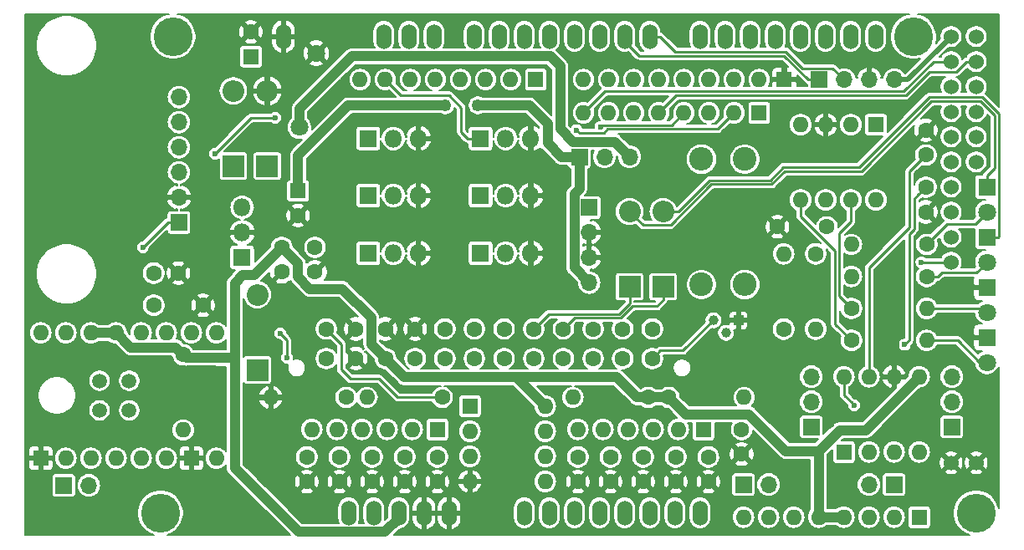
<source format=gbr>
G04 #@! TF.GenerationSoftware,KiCad,Pcbnew,(5.1.2)-1*
G04 #@! TF.CreationDate,2019-07-24T00:08:49-04:00*
G04 #@! TF.ProjectId,NO2C,4e4f3243-2e6b-4696-9361-645f70636258,v0.2.3*
G04 #@! TF.SameCoordinates,Original*
G04 #@! TF.FileFunction,Copper,L2,Bot*
G04 #@! TF.FilePolarity,Positive*
%FSLAX46Y46*%
G04 Gerber Fmt 4.6, Leading zero omitted, Abs format (unit mm)*
G04 Created by KiCad (PCBNEW (5.1.2)-1) date 2019-07-24 00:08:50*
%MOMM*%
%LPD*%
G04 APERTURE LIST*
%ADD10O,1.700000X1.700000*%
%ADD11R,1.700000X1.700000*%
%ADD12C,0.600000*%
%ADD13R,2.200000X2.200000*%
%ADD14O,2.200000X2.200000*%
%ADD15C,1.600000*%
%ADD16O,1.600000X1.600000*%
%ADD17C,2.400000*%
%ADD18O,2.400000X2.400000*%
%ADD19R,1.600000X1.600000*%
%ADD20R,1.800000X1.800000*%
%ADD21O,1.800000X1.800000*%
%ADD22C,1.800000*%
%ADD23C,1.000000*%
%ADD24R,1.000000X1.000000*%
%ADD25C,1.500000*%
%ADD26O,1.524000X2.540000*%
%ADD27C,3.937000*%
%ADD28C,1.524000*%
%ADD29C,1.250000*%
%ADD30C,1.000000*%
%ADD31C,0.250000*%
%ADD32C,0.500000*%
%ADD33C,0.150000*%
G04 APERTURE END LIST*
D10*
X98340000Y-112100000D03*
D11*
X95800000Y-112100000D03*
D12*
X189738000Y-112268000D03*
D13*
X153059000Y-91979000D03*
D14*
X153059000Y-84359000D03*
D13*
X156464000Y-91979000D03*
D14*
X156464000Y-84359000D03*
D15*
X157035500Y-103187500D03*
D16*
X164655500Y-103187500D03*
D15*
X164401500Y-106426000D03*
X164401500Y-108926000D03*
X127000000Y-109220000D03*
X127000000Y-111720000D03*
D12*
X184350000Y-80450000D03*
X156100000Y-108400000D03*
X148000000Y-100000000D03*
X145000000Y-100000000D03*
X142000000Y-100000000D03*
X139000000Y-100000000D03*
X136000000Y-100000000D03*
X157100000Y-99200000D03*
X168400000Y-104700000D03*
X153100000Y-104100000D03*
X169800000Y-107200000D03*
X149202140Y-107998260D03*
X132000000Y-108100000D03*
X124900000Y-108100000D03*
X114900000Y-76300000D03*
X108900000Y-81500000D03*
X111000000Y-91000000D03*
X120600000Y-100800000D03*
X122400000Y-102500000D03*
X127000000Y-100300000D03*
X132300000Y-102400000D03*
X141859000Y-72300000D03*
X176911000Y-81724500D03*
X130000000Y-105300000D03*
X179300000Y-64900000D03*
X95892620Y-98826320D03*
D17*
X164719000Y-79057500D03*
D18*
X164719000Y-91757500D03*
D12*
X149300000Y-102800000D03*
X173609000Y-96774000D03*
X180350000Y-88500000D03*
X187960000Y-88442800D03*
X173990000Y-77787500D03*
X168275000Y-77025500D03*
X180450000Y-73850000D03*
X172234860Y-92356940D03*
X182232300Y-92222320D03*
X179050000Y-92050000D03*
X97500000Y-101600000D03*
X124269500Y-85915500D03*
X123698000Y-77089000D03*
X125476000Y-91376500D03*
X128270000Y-94170500D03*
X119621300Y-93151960D03*
X119634000Y-95885000D03*
X185547000Y-91440000D03*
X162560000Y-79057500D03*
X157543500Y-76962000D03*
X168592500Y-82486500D03*
X160020000Y-88455500D03*
X166306500Y-93662500D03*
X156700000Y-80200000D03*
X153543000Y-81153000D03*
X180594000Y-95100000D03*
X178500000Y-98900000D03*
X178200000Y-86800000D03*
X178200000Y-95000000D03*
X140700000Y-111300000D03*
X140700000Y-108204000D03*
X140700000Y-103441500D03*
X138049000Y-79819500D03*
X137985500Y-85471000D03*
X133667500Y-84264500D03*
X140906500Y-86106000D03*
X140843000Y-80391000D03*
X124079000Y-72263000D03*
X127889000Y-79819500D03*
X127952500Y-85915500D03*
X137922000Y-90805000D03*
X146685000Y-80899000D03*
X163400000Y-100100000D03*
X158750000Y-95694500D03*
X134620000Y-64833500D03*
X158432500Y-65151000D03*
X157543500Y-69400000D03*
X111300000Y-88600000D03*
D19*
X168719500Y-70993000D03*
D16*
X166179500Y-70993000D03*
X163639500Y-70993000D03*
X161099500Y-70993000D03*
X158559500Y-70993000D03*
X156019500Y-70993000D03*
X153479500Y-70993000D03*
X150939500Y-70993000D03*
X148399500Y-70993000D03*
D20*
X126619000Y-88582500D03*
D21*
X129159000Y-88582500D03*
X131699000Y-88582500D03*
D20*
X126619000Y-82740500D03*
D21*
X129159000Y-82740500D03*
X131699000Y-82740500D03*
D20*
X126619000Y-76962000D03*
D21*
X129159000Y-76962000D03*
X131699000Y-76962000D03*
D20*
X137985500Y-76962000D03*
D21*
X140525500Y-76962000D03*
X143065500Y-76962000D03*
D20*
X137985500Y-82740500D03*
D21*
X140525500Y-82740500D03*
X143065500Y-82740500D03*
D20*
X137985500Y-88582500D03*
D21*
X140525500Y-88582500D03*
X143065500Y-88582500D03*
D15*
X122364500Y-96250500D03*
X125364500Y-96250500D03*
X128364500Y-96250500D03*
X131364500Y-96250500D03*
X134364500Y-96250500D03*
X137364500Y-96250500D03*
X140364500Y-96250500D03*
X143364500Y-96250500D03*
X146364500Y-96250500D03*
X149364500Y-96250500D03*
X152364500Y-96250500D03*
X155364500Y-96250500D03*
X122364500Y-99250500D03*
X125364500Y-99250500D03*
X128364500Y-99250500D03*
X131364500Y-99250500D03*
X134364500Y-99250500D03*
X137364500Y-99250500D03*
X140364500Y-99250500D03*
X143364500Y-99250500D03*
X146364500Y-99250500D03*
X149364500Y-99250500D03*
X152364500Y-99250500D03*
X155364500Y-99250500D03*
D13*
X116395500Y-79756000D03*
D14*
X116395500Y-72136000D03*
D12*
X114600000Y-97300000D03*
X98200000Y-87400000D03*
X102933500Y-93535500D03*
X165862000Y-110553500D03*
X175069500Y-113411000D03*
X175641000Y-73977500D03*
X170942000Y-114236500D03*
X185420000Y-116332000D03*
X102700000Y-116300000D03*
X122000000Y-115200000D03*
X109600000Y-102800000D03*
X93700000Y-93900000D03*
X93472000Y-82804000D03*
X101300000Y-78900000D03*
X105689400Y-75641200D03*
X92989400Y-73837800D03*
X92964000Y-65024000D03*
X159702500Y-103124000D03*
X175700000Y-105300000D03*
X189900000Y-69300000D03*
X186944000Y-65278000D03*
X182689500Y-104775000D03*
X177292000Y-103314500D03*
X173482000Y-105918000D03*
X167767000Y-102108000D03*
X176750000Y-68350000D03*
D15*
X120400000Y-111720000D03*
X120400000Y-109220000D03*
D17*
X160337500Y-91757500D03*
D18*
X160337500Y-79057500D03*
D19*
X114744500Y-68667000D03*
D15*
X114744500Y-66167000D03*
D19*
X119507000Y-82272500D03*
D15*
X119507000Y-84772500D03*
D22*
X119648500Y-75826000D03*
X121348500Y-68326000D03*
D19*
X143573500Y-70993000D03*
D16*
X141033500Y-70993000D03*
X138493500Y-70993000D03*
X135953500Y-70993000D03*
X133413500Y-70993000D03*
X130873500Y-70993000D03*
X128333500Y-70993000D03*
X125793500Y-70993000D03*
D19*
X133604000Y-106426000D03*
D16*
X131064000Y-106426000D03*
X128524000Y-106426000D03*
X125984000Y-106426000D03*
X123444000Y-106426000D03*
X120904000Y-106426000D03*
D19*
X160528000Y-106426000D03*
D16*
X157988000Y-106426000D03*
X155448000Y-106426000D03*
X152908000Y-106426000D03*
X150368000Y-106426000D03*
X147828000Y-106426000D03*
D20*
X189230000Y-97113600D03*
D22*
X189230000Y-99653600D03*
D20*
X189230000Y-92033600D03*
D22*
X189230000Y-94573600D03*
D20*
X189230000Y-86953600D03*
D22*
X189230000Y-89493600D03*
D20*
X189230000Y-81873600D03*
D22*
X189230000Y-84413600D03*
D13*
X112966500Y-79756000D03*
D14*
X112966500Y-72136000D03*
D15*
X183050000Y-84400000D03*
X183050000Y-81900000D03*
X183050000Y-76136500D03*
X183050000Y-78636500D03*
X104902000Y-90600000D03*
X107402000Y-90600000D03*
X121221500Y-87987500D03*
X121221500Y-90487500D03*
X133604000Y-109220000D03*
X133604000Y-111720000D03*
X130302000Y-109220000D03*
X130302000Y-111720000D03*
X123700000Y-109220000D03*
X123700000Y-111720000D03*
X147828000Y-109220000D03*
X147828000Y-111720000D03*
X161036000Y-109220000D03*
X161036000Y-111720000D03*
X157734000Y-109220000D03*
X157734000Y-111720000D03*
X154432000Y-109220000D03*
X154432000Y-111720000D03*
D20*
X113855500Y-89027000D03*
D21*
X113855500Y-86487000D03*
X113855500Y-83947000D03*
D15*
X117856000Y-87987500D03*
X117856000Y-90487500D03*
D19*
X174752000Y-108712000D03*
D16*
X182372000Y-101092000D03*
X177292000Y-108712000D03*
X179832000Y-101092000D03*
X179832000Y-108712000D03*
X177292000Y-101092000D03*
X182372000Y-108712000D03*
X174752000Y-101092000D03*
D15*
X151130000Y-109220000D03*
X151130000Y-111720000D03*
D19*
X182372000Y-115316000D03*
D16*
X179832000Y-115316000D03*
X177292000Y-115316000D03*
X174752000Y-115316000D03*
X172212000Y-115316000D03*
X169672000Y-115316000D03*
X167132000Y-115316000D03*
X164592000Y-115316000D03*
X111252000Y-96647000D03*
D19*
X93472000Y-109347000D03*
D16*
X108712000Y-96647000D03*
X96012000Y-109347000D03*
X106172000Y-96647000D03*
X98552000Y-109347000D03*
X103632000Y-96647000D03*
X101092000Y-109347000D03*
X101092000Y-96647000D03*
X103632000Y-109347000D03*
X98552000Y-96647000D03*
X106172000Y-109347000D03*
X96012000Y-96647000D03*
D19*
X108712000Y-109347000D03*
D16*
X93472000Y-96647000D03*
X111252000Y-109347000D03*
D11*
X107458000Y-85471000D03*
D10*
X107458000Y-82931000D03*
X107458000Y-80391000D03*
X107458000Y-77851000D03*
X107458000Y-75311000D03*
X107458000Y-72771000D03*
D23*
X162814000Y-96647000D03*
X161544000Y-95377000D03*
D24*
X164084000Y-95377000D03*
D11*
X164592000Y-112014000D03*
D10*
X167132000Y-112014000D03*
D11*
X179832000Y-112014000D03*
D10*
X177292000Y-112014000D03*
D11*
X185674000Y-106172000D03*
D10*
X185674000Y-103632000D03*
X185674000Y-101092000D03*
D11*
X171450000Y-106172000D03*
D10*
X171450000Y-103632000D03*
X171450000Y-101092000D03*
D11*
X147980886Y-78811466D03*
D10*
X150520886Y-78811466D03*
X153060886Y-78811466D03*
D19*
X166179500Y-74358500D03*
D16*
X163639500Y-74358500D03*
X161099500Y-74358500D03*
X158559500Y-74358500D03*
X156019500Y-74358500D03*
X153479500Y-74358500D03*
X150939500Y-74358500D03*
X148399500Y-74358500D03*
D15*
X134100000Y-103187500D03*
D16*
X126480000Y-103187500D03*
D15*
X154940000Y-103187500D03*
D16*
X147320000Y-103187500D03*
D15*
X124375000Y-103187500D03*
D16*
X116755000Y-103187500D03*
D15*
X183134000Y-87693500D03*
D16*
X175514000Y-87693500D03*
D15*
X183134000Y-90932000D03*
D16*
X175514000Y-90932000D03*
D15*
X175514000Y-94170500D03*
D16*
X183134000Y-94170500D03*
D15*
X175514000Y-97409000D03*
D16*
X183134000Y-97409000D03*
D15*
X168656000Y-96266000D03*
D16*
X168656000Y-88646000D03*
D15*
X171894500Y-88646000D03*
D16*
X171894500Y-96266000D03*
D15*
X107886500Y-98869500D03*
D16*
X107886500Y-106489500D03*
D25*
X102420000Y-104500000D03*
X99420000Y-104500000D03*
X102420000Y-101500000D03*
X99420000Y-101500000D03*
D13*
X115400000Y-100400000D03*
D14*
X115400000Y-92780000D03*
D26*
X170361100Y-66633600D03*
X172901100Y-66633600D03*
X155121100Y-114893600D03*
X152581100Y-114893600D03*
X150041100Y-114893600D03*
X142421100Y-114893600D03*
X144961100Y-114893600D03*
X147501100Y-114893600D03*
X134801100Y-114893600D03*
X132261100Y-114893600D03*
X127181100Y-114893600D03*
X124641100Y-114893600D03*
X144961100Y-66633600D03*
X142421100Y-66633600D03*
X139881100Y-66633600D03*
X137341100Y-66633600D03*
X133277100Y-66633600D03*
X130737100Y-66633600D03*
X118037100Y-66633600D03*
X129721100Y-114893600D03*
D27*
X188141100Y-114893600D03*
X181791100Y-66633600D03*
X106861100Y-66633600D03*
X105591100Y-114893600D03*
D28*
X185601100Y-69173600D03*
X188141100Y-69173600D03*
X185601100Y-66633600D03*
X188141100Y-66633600D03*
X185601100Y-109813600D03*
X188141100Y-109813600D03*
X185601100Y-71713600D03*
X188141100Y-71713600D03*
X188141100Y-74253600D03*
X185601100Y-89493600D03*
D26*
X147501100Y-66633600D03*
X150041100Y-66633600D03*
X152581100Y-66633600D03*
X155121100Y-66633600D03*
X175441100Y-66633600D03*
X177981100Y-66633600D03*
X167821100Y-66633600D03*
X165281100Y-66633600D03*
X162741100Y-66633600D03*
X160201100Y-66633600D03*
X157661100Y-114893600D03*
X160201100Y-114893600D03*
D28*
X185601100Y-79333600D03*
X188141100Y-79333600D03*
X185601100Y-76793600D03*
X188141100Y-76793600D03*
X185601100Y-74253600D03*
X185601100Y-81873600D03*
X185601100Y-86953600D03*
X185601100Y-84413600D03*
D26*
X128197100Y-66633600D03*
D15*
X173021000Y-85915500D03*
X168021000Y-85915500D03*
X104902000Y-93853000D03*
X109902000Y-93853000D03*
D11*
X148971000Y-83947000D03*
D10*
X148971000Y-86487000D03*
X148971000Y-89027000D03*
X148971000Y-91567000D03*
D11*
X172250000Y-71000000D03*
D10*
X174790000Y-71000000D03*
X177330000Y-71000000D03*
X179870000Y-71000000D03*
D16*
X177990500Y-83185000D03*
X170370500Y-75565000D03*
X175450500Y-83185000D03*
X172910500Y-75565000D03*
X172910500Y-83185000D03*
X175450500Y-75565000D03*
X170370500Y-83185000D03*
D19*
X177990500Y-75565000D03*
X136906000Y-104076500D03*
D16*
X144526000Y-111696500D03*
X136906000Y-106616500D03*
X144526000Y-109156500D03*
X136906000Y-109156500D03*
X144526000Y-106616500D03*
X136906000Y-111696500D03*
X144526000Y-104076500D03*
D29*
X137700000Y-73600004D03*
X134400002Y-73600000D03*
D12*
X175800000Y-104000000D03*
X180911500Y-97853500D03*
X147700000Y-76100000D03*
X150100000Y-75800000D03*
X182600000Y-89500000D03*
X103800000Y-88000000D03*
X117700000Y-96700000D03*
X118388228Y-99175010D03*
X117215920Y-74869040D03*
X111100000Y-78500000D03*
D30*
X182372000Y-101092000D02*
X176964000Y-106500000D01*
X176964000Y-106500000D02*
X174328998Y-106500000D01*
X174328998Y-106500000D02*
X172212000Y-108616998D01*
X147980886Y-78811466D02*
X146130886Y-78811466D01*
X146130886Y-78811466D02*
X144770990Y-77451570D01*
X144770990Y-77451570D02*
X144770990Y-75470990D01*
X144770990Y-75470990D02*
X142900004Y-73600004D01*
X142900004Y-73600004D02*
X138583883Y-73600004D01*
X138583883Y-73600004D02*
X137700000Y-73600004D01*
X133516119Y-73600000D02*
X134400002Y-73600000D01*
X124600006Y-73600000D02*
X133516119Y-73600000D01*
X119507000Y-78693006D02*
X124600006Y-73600000D01*
X119507000Y-82272500D02*
X119507000Y-78693006D01*
X101092000Y-96647000D02*
X102570280Y-98125280D01*
X102570280Y-98125280D02*
X107142280Y-98125280D01*
X107142280Y-98125280D02*
X107886500Y-98869500D01*
X107886500Y-98869500D02*
X108198920Y-99181920D01*
X108198920Y-99181920D02*
X111246920Y-99181920D01*
X129721100Y-114893600D02*
X129721100Y-115401600D01*
X113106200Y-110337202D02*
X113106200Y-99237800D01*
X129721100Y-115401600D02*
X128305560Y-116817140D01*
X119586138Y-116817140D02*
X113106200Y-110337202D01*
X128305560Y-116817140D02*
X119586138Y-116817140D01*
X147980886Y-78811466D02*
X147980886Y-82067112D01*
X147980886Y-82067112D02*
X147470999Y-82576999D01*
X147470999Y-90066999D02*
X148971000Y-91567000D01*
X147470999Y-82576999D02*
X147470999Y-90066999D01*
X128364500Y-99250500D02*
X126914499Y-97800499D01*
X119500000Y-91000000D02*
X119500000Y-89631500D01*
X126914499Y-97800499D02*
X126914499Y-95114499D01*
X126914499Y-95114499D02*
X123993999Y-92193999D01*
X123993999Y-92193999D02*
X120693999Y-92193999D01*
X120693999Y-92193999D02*
X119500000Y-91000000D01*
X119500000Y-89631500D02*
X117856000Y-87987500D01*
X117856000Y-87987500D02*
X115043500Y-90800000D01*
X113900000Y-90800000D02*
X113100000Y-91600000D01*
X115043500Y-90800000D02*
X113900000Y-90800000D01*
X113106200Y-91606200D02*
X113100000Y-91600000D01*
X113106200Y-98094800D02*
X113106200Y-91606200D01*
X113106200Y-99237800D02*
X113106200Y-98094800D01*
X111252000Y-99187000D02*
X113102000Y-99187000D01*
X154940000Y-103187500D02*
X153808630Y-103187500D01*
X153808630Y-103187500D02*
X151768131Y-101147001D01*
X151768131Y-101147001D02*
X141596501Y-101147001D01*
X157035500Y-103187500D02*
X154940000Y-103187500D01*
X157035500Y-103187500D02*
X158750000Y-104902000D01*
X158750000Y-104902000D02*
X165163500Y-104902000D01*
X165163500Y-104902000D02*
X168878498Y-108616998D01*
X168878498Y-108616998D02*
X172212000Y-108616998D01*
X141596501Y-101147001D02*
X130261001Y-101147001D01*
X130261001Y-101147001D02*
X128364500Y-99250500D01*
X144526000Y-104076500D02*
X141596501Y-101147001D01*
X101092000Y-96647000D02*
X98552000Y-96647000D01*
X129794000Y-114820700D02*
X129721100Y-114893600D01*
X172212000Y-108616998D02*
X172212000Y-110236000D01*
X172212000Y-115316000D02*
X174752000Y-115316000D01*
X172212000Y-110236000D02*
X172212000Y-115316000D01*
X145034000Y-68643500D02*
X146045991Y-69655491D01*
D31*
X134100000Y-103187500D02*
X129587500Y-103187500D01*
X129587500Y-103187500D02*
X127700000Y-101300000D01*
X127700000Y-101300000D02*
X124800000Y-101300000D01*
X124800000Y-101300000D02*
X123888500Y-100388500D01*
X123888500Y-100388500D02*
X123888500Y-97774500D01*
X123888500Y-97774500D02*
X122364500Y-96250500D01*
D30*
X129603500Y-68643500D02*
X145034000Y-68643500D01*
X124956500Y-68643500D02*
X119648500Y-73951500D01*
X129603500Y-68643500D02*
X124956500Y-68643500D01*
X119648500Y-73951500D02*
X119648500Y-75826000D01*
X147351965Y-77311465D02*
X151560885Y-77311465D01*
X146045991Y-76005491D02*
X147351965Y-77311465D01*
X146045991Y-69655491D02*
X146045991Y-76005491D01*
X151560885Y-77311465D02*
X153060886Y-78811466D01*
D31*
X181400000Y-80286500D02*
X183050000Y-78636500D01*
X181400000Y-85950000D02*
X181400000Y-80286500D01*
X177292000Y-101092000D02*
X177292000Y-90058000D01*
X177292000Y-90058000D02*
X181400000Y-85950000D01*
X180911500Y-97853500D02*
X181350000Y-97415000D01*
X181350000Y-97415000D02*
X181350000Y-86650000D01*
X181350000Y-86650000D02*
X181900000Y-86100000D01*
X181900000Y-86100000D02*
X181900000Y-83050000D01*
X181900000Y-83050000D02*
X182250001Y-82699999D01*
X182250001Y-82699999D02*
X183050000Y-81900000D01*
X174752000Y-101092000D02*
X174752000Y-102952000D01*
X174752000Y-102952000D02*
X175500001Y-103700001D01*
X175500001Y-103700001D02*
X175800000Y-104000000D01*
X170370500Y-84856002D02*
X170370500Y-83185000D01*
X173863000Y-88348502D02*
X170370500Y-84856002D01*
X175514000Y-97409000D02*
X173863000Y-95758000D01*
X173863000Y-95758000D02*
X173863000Y-88348502D01*
X175450500Y-85407500D02*
X175450500Y-83185000D01*
X174263011Y-86594989D02*
X175450500Y-85407500D01*
X175514000Y-94170500D02*
X174263011Y-92919511D01*
X174263011Y-92919511D02*
X174263011Y-86594989D01*
X183134000Y-87693500D02*
X183134000Y-87666000D01*
X185200000Y-85600000D02*
X188043600Y-85600000D01*
X183134000Y-87666000D02*
X185200000Y-85600000D01*
X188043600Y-85600000D02*
X189230000Y-84413600D01*
X183134000Y-94170500D02*
X188826900Y-94170500D01*
X188826900Y-94170500D02*
X189230000Y-94573600D01*
X150851002Y-76000000D02*
X150451003Y-76399999D01*
X163639500Y-74358500D02*
X161998000Y-76000000D01*
X161998000Y-76000000D02*
X150851002Y-76000000D01*
X150451003Y-76399999D02*
X147999999Y-76399999D01*
X147999999Y-76399999D02*
X147700000Y-76100000D01*
X137985500Y-76962000D02*
X136662000Y-76962000D01*
X136662000Y-76962000D02*
X136000000Y-76300000D01*
X136000000Y-76300000D02*
X136000000Y-73826500D01*
X136000000Y-73826500D02*
X134773500Y-72600000D01*
X134773500Y-72600000D02*
X129940500Y-72600000D01*
X129940500Y-72600000D02*
X128333500Y-70993000D01*
X156019500Y-74358500D02*
X157797500Y-72580500D01*
X157797500Y-72580500D02*
X181019500Y-72580500D01*
X183389399Y-70210601D02*
X186139399Y-70210601D01*
X181019500Y-72580500D02*
X183389399Y-70210601D01*
X186139399Y-70210601D02*
X187176400Y-69173600D01*
X187176400Y-69173600D02*
X188141100Y-69173600D01*
X148399500Y-74358500D02*
X150582999Y-72175001D01*
X150582999Y-72175001D02*
X180824999Y-72175001D01*
X180824999Y-72175001D02*
X183826400Y-69173600D01*
X183826400Y-69173600D02*
X185601100Y-69173600D01*
X168783000Y-80264000D02*
X167449500Y-81597500D01*
X154434001Y-85734001D02*
X153214849Y-84514849D01*
X167449500Y-81597500D02*
X161353500Y-81597500D01*
X176556000Y-80264000D02*
X168783000Y-80264000D01*
X189230000Y-81873600D02*
X189230000Y-80723600D01*
X189992000Y-79961600D02*
X189992000Y-74606700D01*
X157216999Y-85734001D02*
X154434001Y-85734001D01*
X161353500Y-81597500D02*
X157216999Y-85734001D01*
X188600800Y-73215500D02*
X183604500Y-73215500D01*
X183604500Y-73215500D02*
X176556000Y-80264000D01*
X189992000Y-74606700D02*
X188600800Y-73215500D01*
X189230000Y-80723600D02*
X189992000Y-79961600D01*
X190405001Y-86928599D02*
X190380000Y-86953600D01*
X190405001Y-74454001D02*
X190405001Y-86928599D01*
X188722000Y-72771000D02*
X190405001Y-74454001D01*
X190380000Y-86953600D02*
X189230000Y-86953600D01*
X183387502Y-72771000D02*
X188722000Y-72771000D01*
X158020500Y-84359000D02*
X161182011Y-81197489D01*
X156464000Y-84359000D02*
X158020500Y-84359000D01*
X161182011Y-81197489D02*
X167283811Y-81197489D01*
X167283811Y-81197489D02*
X168617311Y-79863989D01*
X168617311Y-79863989D02*
X176294513Y-79863989D01*
X176294513Y-79863989D02*
X183387502Y-72771000D01*
X183134000Y-90932000D02*
X184265370Y-90932000D01*
X184265370Y-90932000D02*
X184666769Y-90530601D01*
X184666769Y-90530601D02*
X188192999Y-90530601D01*
X188192999Y-90530601D02*
X189230000Y-89493600D01*
X183134000Y-97409000D02*
X186258200Y-97409000D01*
X186258200Y-97409000D02*
X188502800Y-99653600D01*
X188502800Y-99653600D02*
X189230000Y-99653600D01*
X150300011Y-75599989D02*
X150100000Y-75800000D01*
X157318011Y-75599989D02*
X150300011Y-75599989D01*
X158559500Y-74358500D02*
X157318011Y-75599989D01*
X185601100Y-89493600D02*
X182606400Y-89493600D01*
X182606400Y-89493600D02*
X182600000Y-89500000D01*
X153059000Y-93702000D02*
X153059000Y-91979000D01*
X152019000Y-94742000D02*
X153059000Y-93702000D01*
X143364500Y-96250500D02*
X144873000Y-94742000D01*
X144873000Y-94742000D02*
X152019000Y-94742000D01*
X156464000Y-93329000D02*
X156464000Y-91979000D01*
X155837000Y-93956000D02*
X156464000Y-93329000D01*
X153373600Y-93956000D02*
X155837000Y-93956000D01*
X152187589Y-95142011D02*
X153373600Y-93956000D01*
X146364500Y-96250500D02*
X147472989Y-95142011D01*
X147472989Y-95142011D02*
X152187589Y-95142011D01*
X155364500Y-99250500D02*
X156164499Y-98450501D01*
X156164499Y-98450501D02*
X158470499Y-98450501D01*
X158470499Y-98450501D02*
X161544000Y-95377000D01*
X107458000Y-85471000D02*
X106329000Y-85471000D01*
X106329000Y-85471000D02*
X103800000Y-88000000D01*
X118388228Y-97388228D02*
X117700000Y-96700000D01*
X118388228Y-99175010D02*
X118388228Y-97388228D01*
X171134300Y-71000000D02*
X168712921Y-68578621D01*
X172250000Y-71000000D02*
X171134300Y-71000000D01*
X152581100Y-67141600D02*
X152581100Y-66633600D01*
X154018121Y-68578621D02*
X152581100Y-67141600D01*
X168712921Y-68578621D02*
X154018121Y-68578621D01*
X174790000Y-71000000D02*
X174750000Y-71000000D01*
X174750000Y-71000000D02*
X173600000Y-69850000D01*
X173600000Y-69850000D02*
X170550000Y-69850000D01*
X170550000Y-69850000D02*
X168878610Y-68178610D01*
X157678110Y-68178610D02*
X156133100Y-66633600D01*
X168878610Y-68178610D02*
X157678110Y-68178610D01*
X156133100Y-66633600D02*
X155121100Y-66633600D01*
D32*
X179870000Y-71000000D02*
X181234700Y-71000000D01*
X181234700Y-71000000D02*
X184839101Y-67395599D01*
X184839101Y-67395599D02*
X185601100Y-66633600D01*
D31*
X116791656Y-74869040D02*
X117215920Y-74869040D01*
X114730960Y-74869040D02*
X116791656Y-74869040D01*
X111100000Y-78500000D02*
X114730960Y-74869040D01*
D33*
G36*
X106177526Y-64380160D02*
G01*
X105751037Y-64556817D01*
X105367206Y-64813285D01*
X105040785Y-65139706D01*
X104784317Y-65523537D01*
X104607660Y-65950026D01*
X104517600Y-66402785D01*
X104517600Y-66864415D01*
X104607660Y-67317174D01*
X104784317Y-67743663D01*
X105040785Y-68127494D01*
X105367206Y-68453915D01*
X105751037Y-68710383D01*
X106177526Y-68887040D01*
X106630285Y-68977100D01*
X107091915Y-68977100D01*
X107544674Y-68887040D01*
X107971163Y-68710383D01*
X108354994Y-68453915D01*
X108681415Y-68127494D01*
X108855471Y-67867000D01*
X113567686Y-67867000D01*
X113567686Y-69467000D01*
X113574926Y-69540513D01*
X113596369Y-69611200D01*
X113631191Y-69676347D01*
X113678052Y-69733448D01*
X113735153Y-69780309D01*
X113800300Y-69815131D01*
X113870987Y-69836574D01*
X113944500Y-69843814D01*
X115544500Y-69843814D01*
X115618013Y-69836574D01*
X115688700Y-69815131D01*
X115753847Y-69780309D01*
X115810948Y-69733448D01*
X115857809Y-69676347D01*
X115892631Y-69611200D01*
X115914074Y-69540513D01*
X115921314Y-69467000D01*
X115921314Y-69334136D01*
X120587852Y-69334136D01*
X120684503Y-69537641D01*
X120933641Y-69643899D01*
X121198722Y-69699511D01*
X121469559Y-69702340D01*
X121735743Y-69652277D01*
X121987046Y-69551246D01*
X122012497Y-69537641D01*
X122109148Y-69334136D01*
X121348500Y-68573487D01*
X120587852Y-69334136D01*
X115921314Y-69334136D01*
X115921314Y-68447059D01*
X119972160Y-68447059D01*
X120022223Y-68713243D01*
X120123254Y-68964546D01*
X120136859Y-68989997D01*
X120340364Y-69086648D01*
X121101013Y-68326000D01*
X121595987Y-68326000D01*
X122356636Y-69086648D01*
X122560141Y-68989997D01*
X122666399Y-68740859D01*
X122722011Y-68475778D01*
X122724840Y-68204941D01*
X122674777Y-67938757D01*
X122573746Y-67687454D01*
X122560141Y-67662003D01*
X122356636Y-67565352D01*
X121595987Y-68326000D01*
X121101013Y-68326000D01*
X120340364Y-67565352D01*
X120136859Y-67662003D01*
X120030601Y-67911141D01*
X119974989Y-68176222D01*
X119972160Y-68447059D01*
X115921314Y-68447059D01*
X115921314Y-67867000D01*
X115914074Y-67793487D01*
X115892631Y-67722800D01*
X115857809Y-67657653D01*
X115810948Y-67600552D01*
X115753847Y-67553691D01*
X115688700Y-67518869D01*
X115618013Y-67497426D01*
X115544500Y-67490186D01*
X113944500Y-67490186D01*
X113870987Y-67497426D01*
X113800300Y-67518869D01*
X113735153Y-67553691D01*
X113678052Y-67600552D01*
X113631191Y-67657653D01*
X113596369Y-67722800D01*
X113574926Y-67793487D01*
X113567686Y-67867000D01*
X108855471Y-67867000D01*
X108937883Y-67743663D01*
X109114540Y-67317174D01*
X109157076Y-67103330D01*
X114055657Y-67103330D01*
X114140084Y-67296635D01*
X114372079Y-67392845D01*
X114618385Y-67441947D01*
X114869538Y-67442053D01*
X115115886Y-67393159D01*
X115347962Y-67297145D01*
X115348916Y-67296635D01*
X115433343Y-67103330D01*
X114744500Y-66414487D01*
X114055657Y-67103330D01*
X109157076Y-67103330D01*
X109204600Y-66864415D01*
X109204600Y-66402785D01*
X109182571Y-66292038D01*
X113469447Y-66292038D01*
X113518341Y-66538386D01*
X113614355Y-66770462D01*
X113614865Y-66771416D01*
X113808170Y-66855843D01*
X114497013Y-66167000D01*
X114991987Y-66167000D01*
X115680830Y-66855843D01*
X115788998Y-66808600D01*
X116800100Y-66808600D01*
X116800100Y-67316600D01*
X116858009Y-67554564D01*
X116961230Y-67776658D01*
X117105796Y-67974347D01*
X117286152Y-68140034D01*
X117495366Y-68267352D01*
X117672691Y-68323707D01*
X117862100Y-68246072D01*
X117862100Y-66808600D01*
X118212100Y-66808600D01*
X118212100Y-68246072D01*
X118401509Y-68323707D01*
X118578834Y-68267352D01*
X118788048Y-68140034D01*
X118968404Y-67974347D01*
X119112970Y-67776658D01*
X119216191Y-67554564D01*
X119273792Y-67317864D01*
X120587852Y-67317864D01*
X121348500Y-68078513D01*
X122109148Y-67317864D01*
X122012497Y-67114359D01*
X121763359Y-67008101D01*
X121498278Y-66952489D01*
X121227441Y-66949660D01*
X120961257Y-66999723D01*
X120709954Y-67100754D01*
X120684503Y-67114359D01*
X120587852Y-67317864D01*
X119273792Y-67317864D01*
X119274100Y-67316600D01*
X119274100Y-66808600D01*
X118212100Y-66808600D01*
X117862100Y-66808600D01*
X116800100Y-66808600D01*
X115788998Y-66808600D01*
X115874135Y-66771416D01*
X115970345Y-66539421D01*
X116019447Y-66293115D01*
X116019553Y-66041962D01*
X116001420Y-65950600D01*
X116800100Y-65950600D01*
X116800100Y-66458600D01*
X117862100Y-66458600D01*
X117862100Y-65021128D01*
X118212100Y-65021128D01*
X118212100Y-66458600D01*
X119274100Y-66458600D01*
X119274100Y-65950600D01*
X119216191Y-65712636D01*
X119112970Y-65490542D01*
X118968404Y-65292853D01*
X118788048Y-65127166D01*
X118578834Y-64999848D01*
X118401509Y-64943493D01*
X118212100Y-65021128D01*
X117862100Y-65021128D01*
X117672691Y-64943493D01*
X117495366Y-64999848D01*
X117286152Y-65127166D01*
X117105796Y-65292853D01*
X116961230Y-65490542D01*
X116858009Y-65712636D01*
X116800100Y-65950600D01*
X116001420Y-65950600D01*
X115970659Y-65795614D01*
X115874645Y-65563538D01*
X115874135Y-65562584D01*
X115680830Y-65478157D01*
X114991987Y-66167000D01*
X114497013Y-66167000D01*
X113808170Y-65478157D01*
X113614865Y-65562584D01*
X113518655Y-65794579D01*
X113469553Y-66040885D01*
X113469447Y-66292038D01*
X109182571Y-66292038D01*
X109114540Y-65950026D01*
X108937883Y-65523537D01*
X108742196Y-65230670D01*
X114055657Y-65230670D01*
X114744500Y-65919513D01*
X115433343Y-65230670D01*
X115348916Y-65037365D01*
X115116921Y-64941155D01*
X114870615Y-64892053D01*
X114619462Y-64891947D01*
X114373114Y-64940841D01*
X114141038Y-65036855D01*
X114140084Y-65037365D01*
X114055657Y-65230670D01*
X108742196Y-65230670D01*
X108681415Y-65139706D01*
X108354994Y-64813285D01*
X107971163Y-64556817D01*
X107544674Y-64380160D01*
X107297532Y-64331000D01*
X181354668Y-64331000D01*
X181107526Y-64380160D01*
X180681037Y-64556817D01*
X180297206Y-64813285D01*
X179970785Y-65139706D01*
X179714317Y-65523537D01*
X179537660Y-65950026D01*
X179447600Y-66402785D01*
X179447600Y-66864415D01*
X179537660Y-67317174D01*
X179714317Y-67743663D01*
X179970785Y-68127494D01*
X180297206Y-68453915D01*
X180681037Y-68710383D01*
X181107526Y-68887040D01*
X181560285Y-68977100D01*
X182021915Y-68977100D01*
X182461072Y-68889746D01*
X180975818Y-70375000D01*
X180924943Y-70375000D01*
X180893478Y-70316134D01*
X180740397Y-70129603D01*
X180553866Y-69976522D01*
X180341055Y-69862772D01*
X180110142Y-69792725D01*
X179930178Y-69775000D01*
X179809822Y-69775000D01*
X179629858Y-69792725D01*
X179398945Y-69862772D01*
X179186134Y-69976522D01*
X178999603Y-70129603D01*
X178846522Y-70316134D01*
X178732772Y-70528945D01*
X178662725Y-70759858D01*
X178655000Y-70838291D01*
X178655000Y-70824998D01*
X178524651Y-70824998D01*
X178599854Y-70621694D01*
X178501650Y-70381227D01*
X178358420Y-70164539D01*
X178175669Y-69979957D01*
X177960419Y-69834575D01*
X177720943Y-69733980D01*
X177708305Y-69730153D01*
X177505000Y-69806512D01*
X177505000Y-70825000D01*
X177525000Y-70825000D01*
X177525000Y-71175000D01*
X177505000Y-71175000D01*
X177505000Y-71195000D01*
X177155000Y-71195000D01*
X177155000Y-71175000D01*
X177135000Y-71175000D01*
X177135000Y-70825000D01*
X177155000Y-70825000D01*
X177155000Y-69806512D01*
X176951695Y-69730153D01*
X176939057Y-69733980D01*
X176699581Y-69834575D01*
X176484331Y-69979957D01*
X176301580Y-70164539D01*
X176158350Y-70381227D01*
X176060146Y-70621694D01*
X176135349Y-70824998D01*
X176005000Y-70824998D01*
X176005000Y-70838291D01*
X175997275Y-70759858D01*
X175927228Y-70528945D01*
X175813478Y-70316134D01*
X175660397Y-70129603D01*
X175473866Y-69976522D01*
X175261055Y-69862772D01*
X175030142Y-69792725D01*
X174850178Y-69775000D01*
X174729822Y-69775000D01*
X174549858Y-69792725D01*
X174319661Y-69862555D01*
X173970929Y-69513824D01*
X173955264Y-69494736D01*
X173879129Y-69432254D01*
X173792267Y-69385825D01*
X173698017Y-69357235D01*
X173624560Y-69350000D01*
X173600000Y-69347581D01*
X173575440Y-69350000D01*
X170757107Y-69350000D01*
X169249539Y-67842434D01*
X169233874Y-67823346D01*
X169157739Y-67760864D01*
X169070877Y-67714435D01*
X168976627Y-67685845D01*
X168903170Y-67678610D01*
X168878610Y-67676191D01*
X168854050Y-67678610D01*
X168823292Y-67678610D01*
X168876633Y-67578816D01*
X168941648Y-67364491D01*
X168958100Y-67197452D01*
X168958100Y-66069749D01*
X169224100Y-66069749D01*
X169224100Y-67197452D01*
X169240552Y-67364491D01*
X169305567Y-67578816D01*
X169411146Y-67776340D01*
X169553231Y-67949470D01*
X169726361Y-68091555D01*
X169923885Y-68197133D01*
X170138210Y-68262148D01*
X170361100Y-68284101D01*
X170583991Y-68262148D01*
X170798316Y-68197133D01*
X170995840Y-68091555D01*
X171168970Y-67949470D01*
X171311055Y-67776340D01*
X171416633Y-67578816D01*
X171481648Y-67364491D01*
X171498100Y-67197452D01*
X171498100Y-66069749D01*
X171764100Y-66069749D01*
X171764100Y-67197452D01*
X171780552Y-67364491D01*
X171845567Y-67578816D01*
X171951146Y-67776340D01*
X172093231Y-67949470D01*
X172266361Y-68091555D01*
X172463885Y-68197133D01*
X172678210Y-68262148D01*
X172901100Y-68284101D01*
X173123991Y-68262148D01*
X173338316Y-68197133D01*
X173535840Y-68091555D01*
X173708970Y-67949470D01*
X173851055Y-67776340D01*
X173956633Y-67578816D01*
X174021648Y-67364491D01*
X174038100Y-67197452D01*
X174038100Y-66069749D01*
X174304100Y-66069749D01*
X174304100Y-67197452D01*
X174320552Y-67364491D01*
X174385567Y-67578816D01*
X174491146Y-67776340D01*
X174633231Y-67949470D01*
X174806361Y-68091555D01*
X175003885Y-68197133D01*
X175218210Y-68262148D01*
X175441100Y-68284101D01*
X175663991Y-68262148D01*
X175878316Y-68197133D01*
X176075840Y-68091555D01*
X176248970Y-67949470D01*
X176391055Y-67776340D01*
X176496633Y-67578816D01*
X176561648Y-67364491D01*
X176578100Y-67197452D01*
X176578100Y-66069749D01*
X176844100Y-66069749D01*
X176844100Y-67197452D01*
X176860552Y-67364491D01*
X176925567Y-67578816D01*
X177031146Y-67776340D01*
X177173231Y-67949470D01*
X177346361Y-68091555D01*
X177543885Y-68197133D01*
X177758210Y-68262148D01*
X177981100Y-68284101D01*
X178203991Y-68262148D01*
X178418316Y-68197133D01*
X178615840Y-68091555D01*
X178788970Y-67949470D01*
X178931055Y-67776340D01*
X179036633Y-67578816D01*
X179101648Y-67364491D01*
X179118100Y-67197452D01*
X179118100Y-66069748D01*
X179101648Y-65902709D01*
X179036633Y-65688384D01*
X178931055Y-65490860D01*
X178788970Y-65317730D01*
X178615840Y-65175645D01*
X178418315Y-65070067D01*
X178203990Y-65005052D01*
X177981100Y-64983099D01*
X177758209Y-65005052D01*
X177543884Y-65070067D01*
X177346360Y-65175645D01*
X177173230Y-65317730D01*
X177031145Y-65490860D01*
X176925567Y-65688385D01*
X176860552Y-65902710D01*
X176844100Y-66069749D01*
X176578100Y-66069749D01*
X176578100Y-66069748D01*
X176561648Y-65902709D01*
X176496633Y-65688384D01*
X176391055Y-65490860D01*
X176248970Y-65317730D01*
X176075840Y-65175645D01*
X175878315Y-65070067D01*
X175663990Y-65005052D01*
X175441100Y-64983099D01*
X175218209Y-65005052D01*
X175003884Y-65070067D01*
X174806360Y-65175645D01*
X174633230Y-65317730D01*
X174491145Y-65490860D01*
X174385567Y-65688385D01*
X174320552Y-65902710D01*
X174304100Y-66069749D01*
X174038100Y-66069749D01*
X174038100Y-66069748D01*
X174021648Y-65902709D01*
X173956633Y-65688384D01*
X173851055Y-65490860D01*
X173708970Y-65317730D01*
X173535840Y-65175645D01*
X173338315Y-65070067D01*
X173123990Y-65005052D01*
X172901100Y-64983099D01*
X172678209Y-65005052D01*
X172463884Y-65070067D01*
X172266360Y-65175645D01*
X172093230Y-65317730D01*
X171951145Y-65490860D01*
X171845567Y-65688385D01*
X171780552Y-65902710D01*
X171764100Y-66069749D01*
X171498100Y-66069749D01*
X171498100Y-66069748D01*
X171481648Y-65902709D01*
X171416633Y-65688384D01*
X171311055Y-65490860D01*
X171168970Y-65317730D01*
X170995840Y-65175645D01*
X170798315Y-65070067D01*
X170583990Y-65005052D01*
X170361100Y-64983099D01*
X170138209Y-65005052D01*
X169923884Y-65070067D01*
X169726360Y-65175645D01*
X169553230Y-65317730D01*
X169411145Y-65490860D01*
X169305567Y-65688385D01*
X169240552Y-65902710D01*
X169224100Y-66069749D01*
X168958100Y-66069749D01*
X168958100Y-66069748D01*
X168941648Y-65902709D01*
X168876633Y-65688384D01*
X168771055Y-65490860D01*
X168628970Y-65317730D01*
X168455840Y-65175645D01*
X168258315Y-65070067D01*
X168043990Y-65005052D01*
X167821100Y-64983099D01*
X167598209Y-65005052D01*
X167383884Y-65070067D01*
X167186360Y-65175645D01*
X167013230Y-65317730D01*
X166871145Y-65490860D01*
X166765567Y-65688385D01*
X166700552Y-65902710D01*
X166684100Y-66069749D01*
X166684100Y-67197452D01*
X166700552Y-67364491D01*
X166765567Y-67578816D01*
X166818908Y-67678610D01*
X166283292Y-67678610D01*
X166336633Y-67578816D01*
X166401648Y-67364491D01*
X166418100Y-67197452D01*
X166418100Y-66069748D01*
X166401648Y-65902709D01*
X166336633Y-65688384D01*
X166231055Y-65490860D01*
X166088970Y-65317730D01*
X165915840Y-65175645D01*
X165718315Y-65070067D01*
X165503990Y-65005052D01*
X165281100Y-64983099D01*
X165058209Y-65005052D01*
X164843884Y-65070067D01*
X164646360Y-65175645D01*
X164473230Y-65317730D01*
X164331145Y-65490860D01*
X164225567Y-65688385D01*
X164160552Y-65902710D01*
X164144100Y-66069749D01*
X164144100Y-67197452D01*
X164160552Y-67364491D01*
X164225567Y-67578816D01*
X164278908Y-67678610D01*
X163743292Y-67678610D01*
X163796633Y-67578816D01*
X163861648Y-67364491D01*
X163878100Y-67197452D01*
X163878100Y-66069748D01*
X163861648Y-65902709D01*
X163796633Y-65688384D01*
X163691055Y-65490860D01*
X163548970Y-65317730D01*
X163375840Y-65175645D01*
X163178315Y-65070067D01*
X162963990Y-65005052D01*
X162741100Y-64983099D01*
X162518209Y-65005052D01*
X162303884Y-65070067D01*
X162106360Y-65175645D01*
X161933230Y-65317730D01*
X161791145Y-65490860D01*
X161685567Y-65688385D01*
X161620552Y-65902710D01*
X161604100Y-66069749D01*
X161604100Y-67197452D01*
X161620552Y-67364491D01*
X161685567Y-67578816D01*
X161738908Y-67678610D01*
X161203292Y-67678610D01*
X161256633Y-67578816D01*
X161321648Y-67364491D01*
X161338100Y-67197452D01*
X161338100Y-66069748D01*
X161321648Y-65902709D01*
X161256633Y-65688384D01*
X161151055Y-65490860D01*
X161008970Y-65317730D01*
X160835840Y-65175645D01*
X160638315Y-65070067D01*
X160423990Y-65005052D01*
X160201100Y-64983099D01*
X159978209Y-65005052D01*
X159763884Y-65070067D01*
X159566360Y-65175645D01*
X159393230Y-65317730D01*
X159251145Y-65490860D01*
X159145567Y-65688385D01*
X159080552Y-65902710D01*
X159064100Y-66069749D01*
X159064100Y-67197452D01*
X159080552Y-67364491D01*
X159145567Y-67578816D01*
X159198908Y-67678610D01*
X157885216Y-67678610D01*
X156504029Y-66297424D01*
X156488364Y-66278336D01*
X156412229Y-66215854D01*
X156325367Y-66169425D01*
X156258100Y-66149020D01*
X156258100Y-66069748D01*
X156241648Y-65902709D01*
X156176633Y-65688384D01*
X156071055Y-65490860D01*
X155928970Y-65317730D01*
X155755840Y-65175645D01*
X155558315Y-65070067D01*
X155343990Y-65005052D01*
X155121100Y-64983099D01*
X154898209Y-65005052D01*
X154683884Y-65070067D01*
X154486360Y-65175645D01*
X154313230Y-65317730D01*
X154171145Y-65490860D01*
X154065567Y-65688385D01*
X154000552Y-65902710D01*
X153984100Y-66069749D01*
X153984100Y-67197452D01*
X154000552Y-67364491D01*
X154065567Y-67578816D01*
X154171146Y-67776340D01*
X154313231Y-67949470D01*
X154470601Y-68078621D01*
X154225228Y-68078621D01*
X153657298Y-67510692D01*
X153701648Y-67364491D01*
X153718100Y-67197452D01*
X153718100Y-66069748D01*
X153701648Y-65902709D01*
X153636633Y-65688384D01*
X153531055Y-65490860D01*
X153388970Y-65317730D01*
X153215840Y-65175645D01*
X153018315Y-65070067D01*
X152803990Y-65005052D01*
X152581100Y-64983099D01*
X152358209Y-65005052D01*
X152143884Y-65070067D01*
X151946360Y-65175645D01*
X151773230Y-65317730D01*
X151631145Y-65490860D01*
X151525567Y-65688385D01*
X151460552Y-65902710D01*
X151444100Y-66069749D01*
X151444100Y-67197452D01*
X151460552Y-67364491D01*
X151525567Y-67578816D01*
X151631146Y-67776340D01*
X151773231Y-67949470D01*
X151946361Y-68091555D01*
X152143885Y-68197133D01*
X152358210Y-68262148D01*
X152581100Y-68284101D01*
X152803991Y-68262148D01*
X152950192Y-68217798D01*
X153647200Y-68914807D01*
X153662857Y-68933885D01*
X153738992Y-68996367D01*
X153825854Y-69042796D01*
X153920104Y-69071386D01*
X154018121Y-69081040D01*
X154042681Y-69078621D01*
X168505816Y-69078621D01*
X169144598Y-69717404D01*
X169013250Y-69718000D01*
X168894500Y-69836750D01*
X168894500Y-70818000D01*
X169875750Y-70818000D01*
X169994500Y-70699250D01*
X169995096Y-70567902D01*
X170763375Y-71336181D01*
X170779036Y-71355264D01*
X170855171Y-71417746D01*
X170930813Y-71458178D01*
X170941055Y-71463652D01*
X170942033Y-71464175D01*
X170964714Y-71471055D01*
X171023186Y-71488792D01*
X171023186Y-71675001D01*
X169996262Y-71675001D01*
X169994500Y-71286750D01*
X169875750Y-71168000D01*
X168894500Y-71168000D01*
X168894500Y-71188000D01*
X168544500Y-71188000D01*
X168544500Y-71168000D01*
X167563250Y-71168000D01*
X167444500Y-71286750D01*
X167442738Y-71675001D01*
X167139827Y-71675001D01*
X167161204Y-71648953D01*
X167270311Y-71444829D01*
X167337498Y-71223340D01*
X167360185Y-70993000D01*
X167337498Y-70762660D01*
X167270311Y-70541171D01*
X167161204Y-70337047D01*
X167042988Y-70193000D01*
X167442202Y-70193000D01*
X167444500Y-70699250D01*
X167563250Y-70818000D01*
X168544500Y-70818000D01*
X168544500Y-69836750D01*
X168425750Y-69718000D01*
X167919500Y-69715702D01*
X167826384Y-69724873D01*
X167736846Y-69752034D01*
X167654327Y-69796141D01*
X167581999Y-69855499D01*
X167522641Y-69927827D01*
X167478534Y-70010346D01*
X167451373Y-70099884D01*
X167442202Y-70193000D01*
X167042988Y-70193000D01*
X167014370Y-70158130D01*
X166835453Y-70011296D01*
X166631329Y-69902189D01*
X166409840Y-69835002D01*
X166237220Y-69818000D01*
X166121780Y-69818000D01*
X165949160Y-69835002D01*
X165727671Y-69902189D01*
X165523547Y-70011296D01*
X165344630Y-70158130D01*
X165197796Y-70337047D01*
X165088689Y-70541171D01*
X165021502Y-70762660D01*
X164998815Y-70993000D01*
X165021502Y-71223340D01*
X165088689Y-71444829D01*
X165197796Y-71648953D01*
X165219173Y-71675001D01*
X164599827Y-71675001D01*
X164621204Y-71648953D01*
X164730311Y-71444829D01*
X164797498Y-71223340D01*
X164820185Y-70993000D01*
X164797498Y-70762660D01*
X164730311Y-70541171D01*
X164621204Y-70337047D01*
X164474370Y-70158130D01*
X164295453Y-70011296D01*
X164091329Y-69902189D01*
X163869840Y-69835002D01*
X163697220Y-69818000D01*
X163581780Y-69818000D01*
X163409160Y-69835002D01*
X163187671Y-69902189D01*
X162983547Y-70011296D01*
X162804630Y-70158130D01*
X162657796Y-70337047D01*
X162548689Y-70541171D01*
X162481502Y-70762660D01*
X162458815Y-70993000D01*
X162481502Y-71223340D01*
X162548689Y-71444829D01*
X162657796Y-71648953D01*
X162679173Y-71675001D01*
X162059827Y-71675001D01*
X162081204Y-71648953D01*
X162190311Y-71444829D01*
X162257498Y-71223340D01*
X162280185Y-70993000D01*
X162257498Y-70762660D01*
X162190311Y-70541171D01*
X162081204Y-70337047D01*
X161934370Y-70158130D01*
X161755453Y-70011296D01*
X161551329Y-69902189D01*
X161329840Y-69835002D01*
X161157220Y-69818000D01*
X161041780Y-69818000D01*
X160869160Y-69835002D01*
X160647671Y-69902189D01*
X160443547Y-70011296D01*
X160264630Y-70158130D01*
X160117796Y-70337047D01*
X160008689Y-70541171D01*
X159941502Y-70762660D01*
X159918815Y-70993000D01*
X159941502Y-71223340D01*
X160008689Y-71444829D01*
X160117796Y-71648953D01*
X160139173Y-71675001D01*
X159519827Y-71675001D01*
X159541204Y-71648953D01*
X159650311Y-71444829D01*
X159717498Y-71223340D01*
X159740185Y-70993000D01*
X159717498Y-70762660D01*
X159650311Y-70541171D01*
X159541204Y-70337047D01*
X159394370Y-70158130D01*
X159215453Y-70011296D01*
X159011329Y-69902189D01*
X158789840Y-69835002D01*
X158617220Y-69818000D01*
X158501780Y-69818000D01*
X158329160Y-69835002D01*
X158107671Y-69902189D01*
X157903547Y-70011296D01*
X157724630Y-70158130D01*
X157577796Y-70337047D01*
X157468689Y-70541171D01*
X157401502Y-70762660D01*
X157378815Y-70993000D01*
X157401502Y-71223340D01*
X157468689Y-71444829D01*
X157577796Y-71648953D01*
X157599173Y-71675001D01*
X156979827Y-71675001D01*
X157001204Y-71648953D01*
X157110311Y-71444829D01*
X157177498Y-71223340D01*
X157200185Y-70993000D01*
X157177498Y-70762660D01*
X157110311Y-70541171D01*
X157001204Y-70337047D01*
X156854370Y-70158130D01*
X156675453Y-70011296D01*
X156471329Y-69902189D01*
X156249840Y-69835002D01*
X156077220Y-69818000D01*
X155961780Y-69818000D01*
X155789160Y-69835002D01*
X155567671Y-69902189D01*
X155363547Y-70011296D01*
X155184630Y-70158130D01*
X155037796Y-70337047D01*
X154928689Y-70541171D01*
X154861502Y-70762660D01*
X154838815Y-70993000D01*
X154861502Y-71223340D01*
X154928689Y-71444829D01*
X155037796Y-71648953D01*
X155059173Y-71675001D01*
X154439827Y-71675001D01*
X154461204Y-71648953D01*
X154570311Y-71444829D01*
X154637498Y-71223340D01*
X154660185Y-70993000D01*
X154637498Y-70762660D01*
X154570311Y-70541171D01*
X154461204Y-70337047D01*
X154314370Y-70158130D01*
X154135453Y-70011296D01*
X153931329Y-69902189D01*
X153709840Y-69835002D01*
X153537220Y-69818000D01*
X153421780Y-69818000D01*
X153249160Y-69835002D01*
X153027671Y-69902189D01*
X152823547Y-70011296D01*
X152644630Y-70158130D01*
X152497796Y-70337047D01*
X152388689Y-70541171D01*
X152321502Y-70762660D01*
X152298815Y-70993000D01*
X152321502Y-71223340D01*
X152388689Y-71444829D01*
X152497796Y-71648953D01*
X152519173Y-71675001D01*
X151899827Y-71675001D01*
X151921204Y-71648953D01*
X152030311Y-71444829D01*
X152097498Y-71223340D01*
X152120185Y-70993000D01*
X152097498Y-70762660D01*
X152030311Y-70541171D01*
X151921204Y-70337047D01*
X151774370Y-70158130D01*
X151595453Y-70011296D01*
X151391329Y-69902189D01*
X151169840Y-69835002D01*
X150997220Y-69818000D01*
X150881780Y-69818000D01*
X150709160Y-69835002D01*
X150487671Y-69902189D01*
X150283547Y-70011296D01*
X150104630Y-70158130D01*
X149957796Y-70337047D01*
X149848689Y-70541171D01*
X149781502Y-70762660D01*
X149758815Y-70993000D01*
X149781502Y-71223340D01*
X149848689Y-71444829D01*
X149957796Y-71648953D01*
X150104630Y-71827870D01*
X150169657Y-71881236D01*
X148799061Y-73251834D01*
X148629840Y-73200502D01*
X148457220Y-73183500D01*
X148341780Y-73183500D01*
X148169160Y-73200502D01*
X147947671Y-73267689D01*
X147743547Y-73376796D01*
X147564630Y-73523630D01*
X147417796Y-73702547D01*
X147308689Y-73906671D01*
X147241502Y-74128160D01*
X147218815Y-74358500D01*
X147241502Y-74588840D01*
X147308689Y-74810329D01*
X147417796Y-75014453D01*
X147564630Y-75193370D01*
X147743547Y-75340204D01*
X147947671Y-75449311D01*
X148169160Y-75516498D01*
X148341780Y-75533500D01*
X148457220Y-75533500D01*
X148629840Y-75516498D01*
X148851329Y-75449311D01*
X149055453Y-75340204D01*
X149234370Y-75193370D01*
X149381204Y-75014453D01*
X149490311Y-74810329D01*
X149557498Y-74588840D01*
X149580185Y-74358500D01*
X149557498Y-74128160D01*
X149506166Y-73958939D01*
X150790106Y-72675001D01*
X156995893Y-72675001D01*
X156419060Y-73251834D01*
X156249840Y-73200502D01*
X156077220Y-73183500D01*
X155961780Y-73183500D01*
X155789160Y-73200502D01*
X155567671Y-73267689D01*
X155363547Y-73376796D01*
X155184630Y-73523630D01*
X155037796Y-73702547D01*
X154928689Y-73906671D01*
X154861502Y-74128160D01*
X154838815Y-74358500D01*
X154861502Y-74588840D01*
X154928689Y-74810329D01*
X155037796Y-75014453D01*
X155107994Y-75099989D01*
X154391006Y-75099989D01*
X154461204Y-75014453D01*
X154570311Y-74810329D01*
X154637498Y-74588840D01*
X154660185Y-74358500D01*
X154637498Y-74128160D01*
X154570311Y-73906671D01*
X154461204Y-73702547D01*
X154314370Y-73523630D01*
X154135453Y-73376796D01*
X153931329Y-73267689D01*
X153709840Y-73200502D01*
X153537220Y-73183500D01*
X153421780Y-73183500D01*
X153249160Y-73200502D01*
X153027671Y-73267689D01*
X152823547Y-73376796D01*
X152644630Y-73523630D01*
X152497796Y-73702547D01*
X152388689Y-73906671D01*
X152321502Y-74128160D01*
X152298815Y-74358500D01*
X152321502Y-74588840D01*
X152388689Y-74810329D01*
X152497796Y-75014453D01*
X152567994Y-75099989D01*
X151851006Y-75099989D01*
X151921204Y-75014453D01*
X152030311Y-74810329D01*
X152097498Y-74588840D01*
X152120185Y-74358500D01*
X152097498Y-74128160D01*
X152030311Y-73906671D01*
X151921204Y-73702547D01*
X151774370Y-73523630D01*
X151595453Y-73376796D01*
X151391329Y-73267689D01*
X151169840Y-73200502D01*
X150997220Y-73183500D01*
X150881780Y-73183500D01*
X150709160Y-73200502D01*
X150487671Y-73267689D01*
X150283547Y-73376796D01*
X150104630Y-73523630D01*
X149957796Y-73702547D01*
X149848689Y-73906671D01*
X149781502Y-74128160D01*
X149758815Y-74358500D01*
X149781502Y-74588840D01*
X149848689Y-74810329D01*
X149957796Y-75014453D01*
X150048520Y-75125000D01*
X150033518Y-75125000D01*
X149903110Y-75150940D01*
X149780268Y-75201823D01*
X149669713Y-75275693D01*
X149575693Y-75369713D01*
X149501823Y-75480268D01*
X149450940Y-75603110D01*
X149425000Y-75733518D01*
X149425000Y-75866482D01*
X149431667Y-75899999D01*
X148347771Y-75899999D01*
X148298177Y-75780268D01*
X148224307Y-75669713D01*
X148130287Y-75575693D01*
X148019732Y-75501823D01*
X147896890Y-75450940D01*
X147766482Y-75425000D01*
X147633518Y-75425000D01*
X147503110Y-75450940D01*
X147380268Y-75501823D01*
X147269713Y-75575693D01*
X147175693Y-75669713D01*
X147101823Y-75780268D01*
X147089047Y-75811111D01*
X146920991Y-75643055D01*
X146920991Y-70993000D01*
X147218815Y-70993000D01*
X147241502Y-71223340D01*
X147308689Y-71444829D01*
X147417796Y-71648953D01*
X147564630Y-71827870D01*
X147743547Y-71974704D01*
X147947671Y-72083811D01*
X148169160Y-72150998D01*
X148341780Y-72168000D01*
X148457220Y-72168000D01*
X148629840Y-72150998D01*
X148851329Y-72083811D01*
X149055453Y-71974704D01*
X149234370Y-71827870D01*
X149381204Y-71648953D01*
X149490311Y-71444829D01*
X149557498Y-71223340D01*
X149580185Y-70993000D01*
X149557498Y-70762660D01*
X149490311Y-70541171D01*
X149381204Y-70337047D01*
X149234370Y-70158130D01*
X149055453Y-70011296D01*
X148851329Y-69902189D01*
X148629840Y-69835002D01*
X148457220Y-69818000D01*
X148341780Y-69818000D01*
X148169160Y-69835002D01*
X147947671Y-69902189D01*
X147743547Y-70011296D01*
X147564630Y-70158130D01*
X147417796Y-70337047D01*
X147308689Y-70541171D01*
X147241502Y-70762660D01*
X147218815Y-70993000D01*
X146920991Y-70993000D01*
X146920991Y-69698469D01*
X146925224Y-69655490D01*
X146908330Y-69483960D01*
X146892645Y-69432254D01*
X146858296Y-69319023D01*
X146777047Y-69167015D01*
X146667703Y-69033779D01*
X146634311Y-69006375D01*
X145683117Y-68055181D01*
X145665829Y-68034116D01*
X145768970Y-67949470D01*
X145911055Y-67776340D01*
X146016633Y-67578816D01*
X146081648Y-67364491D01*
X146098100Y-67197452D01*
X146098100Y-66069749D01*
X146364100Y-66069749D01*
X146364100Y-67197452D01*
X146380552Y-67364491D01*
X146445567Y-67578816D01*
X146551146Y-67776340D01*
X146693231Y-67949470D01*
X146866361Y-68091555D01*
X147063885Y-68197133D01*
X147278210Y-68262148D01*
X147501100Y-68284101D01*
X147723991Y-68262148D01*
X147938316Y-68197133D01*
X148135840Y-68091555D01*
X148308970Y-67949470D01*
X148451055Y-67776340D01*
X148556633Y-67578816D01*
X148621648Y-67364491D01*
X148638100Y-67197452D01*
X148638100Y-66069749D01*
X148904100Y-66069749D01*
X148904100Y-67197452D01*
X148920552Y-67364491D01*
X148985567Y-67578816D01*
X149091146Y-67776340D01*
X149233231Y-67949470D01*
X149406361Y-68091555D01*
X149603885Y-68197133D01*
X149818210Y-68262148D01*
X150041100Y-68284101D01*
X150263991Y-68262148D01*
X150478316Y-68197133D01*
X150675840Y-68091555D01*
X150848970Y-67949470D01*
X150991055Y-67776340D01*
X151096633Y-67578816D01*
X151161648Y-67364491D01*
X151178100Y-67197452D01*
X151178100Y-66069748D01*
X151161648Y-65902709D01*
X151096633Y-65688384D01*
X150991055Y-65490860D01*
X150848970Y-65317730D01*
X150675840Y-65175645D01*
X150478315Y-65070067D01*
X150263990Y-65005052D01*
X150041100Y-64983099D01*
X149818209Y-65005052D01*
X149603884Y-65070067D01*
X149406360Y-65175645D01*
X149233230Y-65317730D01*
X149091145Y-65490860D01*
X148985567Y-65688385D01*
X148920552Y-65902710D01*
X148904100Y-66069749D01*
X148638100Y-66069749D01*
X148638100Y-66069748D01*
X148621648Y-65902709D01*
X148556633Y-65688384D01*
X148451055Y-65490860D01*
X148308970Y-65317730D01*
X148135840Y-65175645D01*
X147938315Y-65070067D01*
X147723990Y-65005052D01*
X147501100Y-64983099D01*
X147278209Y-65005052D01*
X147063884Y-65070067D01*
X146866360Y-65175645D01*
X146693230Y-65317730D01*
X146551145Y-65490860D01*
X146445567Y-65688385D01*
X146380552Y-65902710D01*
X146364100Y-66069749D01*
X146098100Y-66069749D01*
X146098100Y-66069748D01*
X146081648Y-65902709D01*
X146016633Y-65688384D01*
X145911055Y-65490860D01*
X145768970Y-65317730D01*
X145595840Y-65175645D01*
X145398315Y-65070067D01*
X145183990Y-65005052D01*
X144961100Y-64983099D01*
X144738209Y-65005052D01*
X144523884Y-65070067D01*
X144326360Y-65175645D01*
X144153230Y-65317730D01*
X144011145Y-65490860D01*
X143905567Y-65688385D01*
X143840552Y-65902710D01*
X143824100Y-66069749D01*
X143824100Y-67197452D01*
X143840552Y-67364491D01*
X143905567Y-67578816D01*
X144006955Y-67768500D01*
X143375246Y-67768500D01*
X143476633Y-67578816D01*
X143541648Y-67364491D01*
X143558100Y-67197452D01*
X143558100Y-66069748D01*
X143541648Y-65902709D01*
X143476633Y-65688384D01*
X143371055Y-65490860D01*
X143228970Y-65317730D01*
X143055840Y-65175645D01*
X142858315Y-65070067D01*
X142643990Y-65005052D01*
X142421100Y-64983099D01*
X142198209Y-65005052D01*
X141983884Y-65070067D01*
X141786360Y-65175645D01*
X141613230Y-65317730D01*
X141471145Y-65490860D01*
X141365567Y-65688385D01*
X141300552Y-65902710D01*
X141284100Y-66069749D01*
X141284100Y-67197452D01*
X141300552Y-67364491D01*
X141365567Y-67578816D01*
X141466955Y-67768500D01*
X140835246Y-67768500D01*
X140936633Y-67578816D01*
X141001648Y-67364491D01*
X141018100Y-67197452D01*
X141018100Y-66069748D01*
X141001648Y-65902709D01*
X140936633Y-65688384D01*
X140831055Y-65490860D01*
X140688970Y-65317730D01*
X140515840Y-65175645D01*
X140318315Y-65070067D01*
X140103990Y-65005052D01*
X139881100Y-64983099D01*
X139658209Y-65005052D01*
X139443884Y-65070067D01*
X139246360Y-65175645D01*
X139073230Y-65317730D01*
X138931145Y-65490860D01*
X138825567Y-65688385D01*
X138760552Y-65902710D01*
X138744100Y-66069749D01*
X138744100Y-67197452D01*
X138760552Y-67364491D01*
X138825567Y-67578816D01*
X138926955Y-67768500D01*
X138295246Y-67768500D01*
X138396633Y-67578816D01*
X138461648Y-67364491D01*
X138478100Y-67197452D01*
X138478100Y-66069748D01*
X138461648Y-65902709D01*
X138396633Y-65688384D01*
X138291055Y-65490860D01*
X138148970Y-65317730D01*
X137975840Y-65175645D01*
X137778315Y-65070067D01*
X137563990Y-65005052D01*
X137341100Y-64983099D01*
X137118209Y-65005052D01*
X136903884Y-65070067D01*
X136706360Y-65175645D01*
X136533230Y-65317730D01*
X136391145Y-65490860D01*
X136285567Y-65688385D01*
X136220552Y-65902710D01*
X136204100Y-66069749D01*
X136204100Y-67197452D01*
X136220552Y-67364491D01*
X136285567Y-67578816D01*
X136386955Y-67768500D01*
X134231246Y-67768500D01*
X134332633Y-67578816D01*
X134397648Y-67364491D01*
X134414100Y-67197452D01*
X134414100Y-66069748D01*
X134397648Y-65902709D01*
X134332633Y-65688384D01*
X134227055Y-65490860D01*
X134084970Y-65317730D01*
X133911840Y-65175645D01*
X133714315Y-65070067D01*
X133499990Y-65005052D01*
X133277100Y-64983099D01*
X133054209Y-65005052D01*
X132839884Y-65070067D01*
X132642360Y-65175645D01*
X132469230Y-65317730D01*
X132327145Y-65490860D01*
X132221567Y-65688385D01*
X132156552Y-65902710D01*
X132140100Y-66069749D01*
X132140100Y-67197452D01*
X132156552Y-67364491D01*
X132221567Y-67578816D01*
X132322955Y-67768500D01*
X131691246Y-67768500D01*
X131792633Y-67578816D01*
X131857648Y-67364491D01*
X131874100Y-67197452D01*
X131874100Y-66069748D01*
X131857648Y-65902709D01*
X131792633Y-65688384D01*
X131687055Y-65490860D01*
X131544970Y-65317730D01*
X131371840Y-65175645D01*
X131174315Y-65070067D01*
X130959990Y-65005052D01*
X130737100Y-64983099D01*
X130514209Y-65005052D01*
X130299884Y-65070067D01*
X130102360Y-65175645D01*
X129929230Y-65317730D01*
X129787145Y-65490860D01*
X129681567Y-65688385D01*
X129616552Y-65902710D01*
X129600100Y-66069749D01*
X129600100Y-67197452D01*
X129616552Y-67364491D01*
X129681567Y-67578816D01*
X129782955Y-67768500D01*
X129151246Y-67768500D01*
X129252633Y-67578816D01*
X129317648Y-67364491D01*
X129334100Y-67197452D01*
X129334100Y-66069748D01*
X129317648Y-65902709D01*
X129252633Y-65688384D01*
X129147055Y-65490860D01*
X129004970Y-65317730D01*
X128831840Y-65175645D01*
X128634315Y-65070067D01*
X128419990Y-65005052D01*
X128197100Y-64983099D01*
X127974209Y-65005052D01*
X127759884Y-65070067D01*
X127562360Y-65175645D01*
X127389230Y-65317730D01*
X127247145Y-65490860D01*
X127141567Y-65688385D01*
X127076552Y-65902710D01*
X127060100Y-66069749D01*
X127060100Y-67197452D01*
X127076552Y-67364491D01*
X127141567Y-67578816D01*
X127242955Y-67768500D01*
X124999479Y-67768500D01*
X124956500Y-67764267D01*
X124913521Y-67768500D01*
X124784970Y-67781161D01*
X124620032Y-67831195D01*
X124468024Y-67912444D01*
X124334788Y-68021788D01*
X124307388Y-68055175D01*
X119060181Y-73302383D01*
X119026788Y-73329788D01*
X118917444Y-73463025D01*
X118859857Y-73570764D01*
X118836195Y-73615033D01*
X118786161Y-73779971D01*
X118769267Y-73951500D01*
X118773500Y-73994479D01*
X118773501Y-74897877D01*
X118658143Y-75013235D01*
X118518610Y-75222061D01*
X118422498Y-75454096D01*
X118373500Y-75700423D01*
X118373500Y-75951577D01*
X118422498Y-76197904D01*
X118518610Y-76429939D01*
X118658143Y-76638765D01*
X118835735Y-76816357D01*
X119044561Y-76955890D01*
X119276596Y-77052002D01*
X119522923Y-77101000D01*
X119774077Y-77101000D01*
X119883295Y-77079275D01*
X118918676Y-78043894D01*
X118885289Y-78071294D01*
X118775945Y-78204530D01*
X118744225Y-78263875D01*
X118694695Y-78356539D01*
X118644661Y-78521477D01*
X118627767Y-78693006D01*
X118632001Y-78735995D01*
X118632000Y-81103377D01*
X118562800Y-81124369D01*
X118497653Y-81159191D01*
X118440552Y-81206052D01*
X118393691Y-81263153D01*
X118358869Y-81328300D01*
X118337426Y-81398987D01*
X118330186Y-81472500D01*
X118330186Y-83072500D01*
X118337426Y-83146013D01*
X118358869Y-83216700D01*
X118393691Y-83281847D01*
X118440552Y-83338948D01*
X118497653Y-83385809D01*
X118562800Y-83420631D01*
X118633487Y-83442074D01*
X118707000Y-83449314D01*
X120307000Y-83449314D01*
X120380513Y-83442074D01*
X120451200Y-83420631D01*
X120516347Y-83385809D01*
X120573448Y-83338948D01*
X120620309Y-83281847D01*
X120655131Y-83216700D01*
X120676574Y-83146013D01*
X120683814Y-83072500D01*
X120683814Y-81840500D01*
X125342186Y-81840500D01*
X125342186Y-83640500D01*
X125349426Y-83714013D01*
X125370869Y-83784700D01*
X125405691Y-83849847D01*
X125452552Y-83906948D01*
X125509653Y-83953809D01*
X125574800Y-83988631D01*
X125645487Y-84010074D01*
X125719000Y-84017314D01*
X127519000Y-84017314D01*
X127592513Y-84010074D01*
X127663200Y-83988631D01*
X127728347Y-83953809D01*
X127785448Y-83906948D01*
X127832309Y-83849847D01*
X127867131Y-83784700D01*
X127888574Y-83714013D01*
X127895814Y-83640500D01*
X127895814Y-82923087D01*
X127902448Y-82990444D01*
X127975354Y-83230782D01*
X128093747Y-83452279D01*
X128253077Y-83646423D01*
X128447221Y-83805753D01*
X128668718Y-83924146D01*
X128909056Y-83997052D01*
X129096364Y-84015500D01*
X129221636Y-84015500D01*
X129408944Y-83997052D01*
X129649282Y-83924146D01*
X129870779Y-83805753D01*
X130064923Y-83646423D01*
X130224253Y-83452279D01*
X130342646Y-83230782D01*
X130415552Y-82990444D01*
X130422933Y-82915502D01*
X130454998Y-82915502D01*
X130379349Y-83126694D01*
X130387186Y-83152552D01*
X130492780Y-83400557D01*
X130644728Y-83623196D01*
X130837191Y-83811914D01*
X131062773Y-83959458D01*
X131312805Y-84060158D01*
X131524000Y-83985575D01*
X131524000Y-82915500D01*
X131874000Y-82915500D01*
X131874000Y-83985575D01*
X132085195Y-84060158D01*
X132335227Y-83959458D01*
X132560809Y-83811914D01*
X132753272Y-83623196D01*
X132905220Y-83400557D01*
X133010814Y-83152552D01*
X133018651Y-83126694D01*
X132943001Y-82915500D01*
X131874000Y-82915500D01*
X131524000Y-82915500D01*
X131504000Y-82915500D01*
X131504000Y-82565500D01*
X131524000Y-82565500D01*
X131524000Y-81495425D01*
X131874000Y-81495425D01*
X131874000Y-82565500D01*
X132943001Y-82565500D01*
X133018651Y-82354306D01*
X133010814Y-82328448D01*
X132905220Y-82080443D01*
X132753272Y-81857804D01*
X132735625Y-81840500D01*
X136708686Y-81840500D01*
X136708686Y-83640500D01*
X136715926Y-83714013D01*
X136737369Y-83784700D01*
X136772191Y-83849847D01*
X136819052Y-83906948D01*
X136876153Y-83953809D01*
X136941300Y-83988631D01*
X137011987Y-84010074D01*
X137085500Y-84017314D01*
X138885500Y-84017314D01*
X138959013Y-84010074D01*
X139029700Y-83988631D01*
X139094847Y-83953809D01*
X139151948Y-83906948D01*
X139198809Y-83849847D01*
X139233631Y-83784700D01*
X139255074Y-83714013D01*
X139262314Y-83640500D01*
X139262314Y-82923087D01*
X139268948Y-82990444D01*
X139341854Y-83230782D01*
X139460247Y-83452279D01*
X139619577Y-83646423D01*
X139813721Y-83805753D01*
X140035218Y-83924146D01*
X140275556Y-83997052D01*
X140462864Y-84015500D01*
X140588136Y-84015500D01*
X140775444Y-83997052D01*
X141015782Y-83924146D01*
X141237279Y-83805753D01*
X141431423Y-83646423D01*
X141590753Y-83452279D01*
X141709146Y-83230782D01*
X141782052Y-82990444D01*
X141789433Y-82915502D01*
X141821498Y-82915502D01*
X141745849Y-83126694D01*
X141753686Y-83152552D01*
X141859280Y-83400557D01*
X142011228Y-83623196D01*
X142203691Y-83811914D01*
X142429273Y-83959458D01*
X142679305Y-84060158D01*
X142890500Y-83985575D01*
X142890500Y-82915500D01*
X143240500Y-82915500D01*
X143240500Y-83985575D01*
X143451695Y-84060158D01*
X143701727Y-83959458D01*
X143927309Y-83811914D01*
X144119772Y-83623196D01*
X144271720Y-83400557D01*
X144377314Y-83152552D01*
X144385151Y-83126694D01*
X144309501Y-82915500D01*
X143240500Y-82915500D01*
X142890500Y-82915500D01*
X142870500Y-82915500D01*
X142870500Y-82565500D01*
X142890500Y-82565500D01*
X142890500Y-81495425D01*
X143240500Y-81495425D01*
X143240500Y-82565500D01*
X144309501Y-82565500D01*
X144385151Y-82354306D01*
X144377314Y-82328448D01*
X144271720Y-82080443D01*
X144119772Y-81857804D01*
X143927309Y-81669086D01*
X143701727Y-81521542D01*
X143451695Y-81420842D01*
X143240500Y-81495425D01*
X142890500Y-81495425D01*
X142679305Y-81420842D01*
X142429273Y-81521542D01*
X142203691Y-81669086D01*
X142011228Y-81857804D01*
X141859280Y-82080443D01*
X141753686Y-82328448D01*
X141745849Y-82354306D01*
X141821498Y-82565498D01*
X141789433Y-82565498D01*
X141782052Y-82490556D01*
X141709146Y-82250218D01*
X141590753Y-82028721D01*
X141431423Y-81834577D01*
X141237279Y-81675247D01*
X141015782Y-81556854D01*
X140775444Y-81483948D01*
X140588136Y-81465500D01*
X140462864Y-81465500D01*
X140275556Y-81483948D01*
X140035218Y-81556854D01*
X139813721Y-81675247D01*
X139619577Y-81834577D01*
X139460247Y-82028721D01*
X139341854Y-82250218D01*
X139268948Y-82490556D01*
X139262314Y-82557913D01*
X139262314Y-81840500D01*
X139255074Y-81766987D01*
X139233631Y-81696300D01*
X139198809Y-81631153D01*
X139151948Y-81574052D01*
X139094847Y-81527191D01*
X139029700Y-81492369D01*
X138959013Y-81470926D01*
X138885500Y-81463686D01*
X137085500Y-81463686D01*
X137011987Y-81470926D01*
X136941300Y-81492369D01*
X136876153Y-81527191D01*
X136819052Y-81574052D01*
X136772191Y-81631153D01*
X136737369Y-81696300D01*
X136715926Y-81766987D01*
X136708686Y-81840500D01*
X132735625Y-81840500D01*
X132560809Y-81669086D01*
X132335227Y-81521542D01*
X132085195Y-81420842D01*
X131874000Y-81495425D01*
X131524000Y-81495425D01*
X131312805Y-81420842D01*
X131062773Y-81521542D01*
X130837191Y-81669086D01*
X130644728Y-81857804D01*
X130492780Y-82080443D01*
X130387186Y-82328448D01*
X130379349Y-82354306D01*
X130454998Y-82565498D01*
X130422933Y-82565498D01*
X130415552Y-82490556D01*
X130342646Y-82250218D01*
X130224253Y-82028721D01*
X130064923Y-81834577D01*
X129870779Y-81675247D01*
X129649282Y-81556854D01*
X129408944Y-81483948D01*
X129221636Y-81465500D01*
X129096364Y-81465500D01*
X128909056Y-81483948D01*
X128668718Y-81556854D01*
X128447221Y-81675247D01*
X128253077Y-81834577D01*
X128093747Y-82028721D01*
X127975354Y-82250218D01*
X127902448Y-82490556D01*
X127895814Y-82557913D01*
X127895814Y-81840500D01*
X127888574Y-81766987D01*
X127867131Y-81696300D01*
X127832309Y-81631153D01*
X127785448Y-81574052D01*
X127728347Y-81527191D01*
X127663200Y-81492369D01*
X127592513Y-81470926D01*
X127519000Y-81463686D01*
X125719000Y-81463686D01*
X125645487Y-81470926D01*
X125574800Y-81492369D01*
X125509653Y-81527191D01*
X125452552Y-81574052D01*
X125405691Y-81631153D01*
X125370869Y-81696300D01*
X125349426Y-81766987D01*
X125342186Y-81840500D01*
X120683814Y-81840500D01*
X120683814Y-81472500D01*
X120676574Y-81398987D01*
X120655131Y-81328300D01*
X120620309Y-81263153D01*
X120573448Y-81206052D01*
X120516347Y-81159191D01*
X120451200Y-81124369D01*
X120382000Y-81103377D01*
X120382000Y-79055442D01*
X123375442Y-76062000D01*
X125342186Y-76062000D01*
X125342186Y-77862000D01*
X125349426Y-77935513D01*
X125370869Y-78006200D01*
X125405691Y-78071347D01*
X125452552Y-78128448D01*
X125509653Y-78175309D01*
X125574800Y-78210131D01*
X125645487Y-78231574D01*
X125719000Y-78238814D01*
X127519000Y-78238814D01*
X127592513Y-78231574D01*
X127663200Y-78210131D01*
X127728347Y-78175309D01*
X127785448Y-78128448D01*
X127832309Y-78071347D01*
X127867131Y-78006200D01*
X127888574Y-77935513D01*
X127895814Y-77862000D01*
X127895814Y-77144587D01*
X127902448Y-77211944D01*
X127975354Y-77452282D01*
X128093747Y-77673779D01*
X128253077Y-77867923D01*
X128447221Y-78027253D01*
X128668718Y-78145646D01*
X128909056Y-78218552D01*
X129096364Y-78237000D01*
X129221636Y-78237000D01*
X129408944Y-78218552D01*
X129649282Y-78145646D01*
X129870779Y-78027253D01*
X130064923Y-77867923D01*
X130224253Y-77673779D01*
X130342646Y-77452282D01*
X130415552Y-77211944D01*
X130422933Y-77137002D01*
X130454998Y-77137002D01*
X130379349Y-77348194D01*
X130387186Y-77374052D01*
X130492780Y-77622057D01*
X130644728Y-77844696D01*
X130837191Y-78033414D01*
X131062773Y-78180958D01*
X131312805Y-78281658D01*
X131524000Y-78207075D01*
X131524000Y-77137000D01*
X131874000Y-77137000D01*
X131874000Y-78207075D01*
X132085195Y-78281658D01*
X132335227Y-78180958D01*
X132560809Y-78033414D01*
X132753272Y-77844696D01*
X132905220Y-77622057D01*
X133010814Y-77374052D01*
X133018651Y-77348194D01*
X132943001Y-77137000D01*
X131874000Y-77137000D01*
X131524000Y-77137000D01*
X131504000Y-77137000D01*
X131504000Y-76787000D01*
X131524000Y-76787000D01*
X131524000Y-75716925D01*
X131874000Y-75716925D01*
X131874000Y-76787000D01*
X132943001Y-76787000D01*
X133018651Y-76575806D01*
X133010814Y-76549948D01*
X132905220Y-76301943D01*
X132753272Y-76079304D01*
X132560809Y-75890586D01*
X132335227Y-75743042D01*
X132085195Y-75642342D01*
X131874000Y-75716925D01*
X131524000Y-75716925D01*
X131312805Y-75642342D01*
X131062773Y-75743042D01*
X130837191Y-75890586D01*
X130644728Y-76079304D01*
X130492780Y-76301943D01*
X130387186Y-76549948D01*
X130379349Y-76575806D01*
X130454998Y-76786998D01*
X130422933Y-76786998D01*
X130415552Y-76712056D01*
X130342646Y-76471718D01*
X130224253Y-76250221D01*
X130064923Y-76056077D01*
X129870779Y-75896747D01*
X129649282Y-75778354D01*
X129408944Y-75705448D01*
X129221636Y-75687000D01*
X129096364Y-75687000D01*
X128909056Y-75705448D01*
X128668718Y-75778354D01*
X128447221Y-75896747D01*
X128253077Y-76056077D01*
X128093747Y-76250221D01*
X127975354Y-76471718D01*
X127902448Y-76712056D01*
X127895814Y-76779413D01*
X127895814Y-76062000D01*
X127888574Y-75988487D01*
X127867131Y-75917800D01*
X127832309Y-75852653D01*
X127785448Y-75795552D01*
X127728347Y-75748691D01*
X127663200Y-75713869D01*
X127592513Y-75692426D01*
X127519000Y-75685186D01*
X125719000Y-75685186D01*
X125645487Y-75692426D01*
X125574800Y-75713869D01*
X125509653Y-75748691D01*
X125452552Y-75795552D01*
X125405691Y-75852653D01*
X125370869Y-75917800D01*
X125349426Y-75988487D01*
X125342186Y-76062000D01*
X123375442Y-76062000D01*
X124962443Y-74475000D01*
X133909579Y-74475000D01*
X133926324Y-74486189D01*
X134108313Y-74561571D01*
X134301511Y-74600000D01*
X134498493Y-74600000D01*
X134691691Y-74561571D01*
X134873680Y-74486189D01*
X135037465Y-74376751D01*
X135176753Y-74237463D01*
X135286191Y-74073678D01*
X135360551Y-73894157D01*
X135500001Y-74033607D01*
X135500000Y-76275440D01*
X135497581Y-76300000D01*
X135507235Y-76398017D01*
X135513220Y-76417745D01*
X135535825Y-76492266D01*
X135582254Y-76579129D01*
X135644736Y-76655264D01*
X135663824Y-76670929D01*
X136291080Y-77298186D01*
X136306736Y-77317264D01*
X136382871Y-77379746D01*
X136469733Y-77426175D01*
X136563983Y-77454765D01*
X136637440Y-77462000D01*
X136637449Y-77462000D01*
X136661999Y-77464418D01*
X136686549Y-77462000D01*
X136708686Y-77462000D01*
X136708686Y-77862000D01*
X136715926Y-77935513D01*
X136737369Y-78006200D01*
X136772191Y-78071347D01*
X136819052Y-78128448D01*
X136876153Y-78175309D01*
X136941300Y-78210131D01*
X137011987Y-78231574D01*
X137085500Y-78238814D01*
X138885500Y-78238814D01*
X138959013Y-78231574D01*
X139029700Y-78210131D01*
X139094847Y-78175309D01*
X139151948Y-78128448D01*
X139198809Y-78071347D01*
X139233631Y-78006200D01*
X139255074Y-77935513D01*
X139262314Y-77862000D01*
X139262314Y-77144587D01*
X139268948Y-77211944D01*
X139341854Y-77452282D01*
X139460247Y-77673779D01*
X139619577Y-77867923D01*
X139813721Y-78027253D01*
X140035218Y-78145646D01*
X140275556Y-78218552D01*
X140462864Y-78237000D01*
X140588136Y-78237000D01*
X140775444Y-78218552D01*
X141015782Y-78145646D01*
X141237279Y-78027253D01*
X141431423Y-77867923D01*
X141590753Y-77673779D01*
X141709146Y-77452282D01*
X141782052Y-77211944D01*
X141789433Y-77137002D01*
X141821498Y-77137002D01*
X141745849Y-77348194D01*
X141753686Y-77374052D01*
X141859280Y-77622057D01*
X142011228Y-77844696D01*
X142203691Y-78033414D01*
X142429273Y-78180958D01*
X142679305Y-78281658D01*
X142890500Y-78207075D01*
X142890500Y-77137000D01*
X142870500Y-77137000D01*
X142870500Y-76787000D01*
X142890500Y-76787000D01*
X142890500Y-75716925D01*
X142679305Y-75642342D01*
X142429273Y-75743042D01*
X142203691Y-75890586D01*
X142011228Y-76079304D01*
X141859280Y-76301943D01*
X141753686Y-76549948D01*
X141745849Y-76575806D01*
X141821498Y-76786998D01*
X141789433Y-76786998D01*
X141782052Y-76712056D01*
X141709146Y-76471718D01*
X141590753Y-76250221D01*
X141431423Y-76056077D01*
X141237279Y-75896747D01*
X141015782Y-75778354D01*
X140775444Y-75705448D01*
X140588136Y-75687000D01*
X140462864Y-75687000D01*
X140275556Y-75705448D01*
X140035218Y-75778354D01*
X139813721Y-75896747D01*
X139619577Y-76056077D01*
X139460247Y-76250221D01*
X139341854Y-76471718D01*
X139268948Y-76712056D01*
X139262314Y-76779413D01*
X139262314Y-76062000D01*
X139255074Y-75988487D01*
X139233631Y-75917800D01*
X139198809Y-75852653D01*
X139151948Y-75795552D01*
X139094847Y-75748691D01*
X139029700Y-75713869D01*
X138959013Y-75692426D01*
X138885500Y-75685186D01*
X137085500Y-75685186D01*
X137011987Y-75692426D01*
X136941300Y-75713869D01*
X136876153Y-75748691D01*
X136819052Y-75795552D01*
X136772191Y-75852653D01*
X136737369Y-75917800D01*
X136715926Y-75988487D01*
X136708686Y-76062000D01*
X136708686Y-76301580D01*
X136500000Y-76092895D01*
X136500000Y-73851060D01*
X136502419Y-73826500D01*
X136492765Y-73728483D01*
X136486632Y-73708265D01*
X136464175Y-73634233D01*
X136417746Y-73547371D01*
X136355264Y-73471236D01*
X136336181Y-73455575D01*
X135144429Y-72263824D01*
X135128764Y-72244736D01*
X135052629Y-72182254D01*
X134965767Y-72135825D01*
X134871517Y-72107235D01*
X134798060Y-72100000D01*
X134773500Y-72097581D01*
X134748940Y-72100000D01*
X133811960Y-72100000D01*
X133865329Y-72083811D01*
X134069453Y-71974704D01*
X134248370Y-71827870D01*
X134395204Y-71648953D01*
X134504311Y-71444829D01*
X134571498Y-71223340D01*
X134594185Y-70993000D01*
X134772815Y-70993000D01*
X134795502Y-71223340D01*
X134862689Y-71444829D01*
X134971796Y-71648953D01*
X135118630Y-71827870D01*
X135297547Y-71974704D01*
X135501671Y-72083811D01*
X135723160Y-72150998D01*
X135895780Y-72168000D01*
X136011220Y-72168000D01*
X136183840Y-72150998D01*
X136405329Y-72083811D01*
X136609453Y-71974704D01*
X136788370Y-71827870D01*
X136935204Y-71648953D01*
X137044311Y-71444829D01*
X137111498Y-71223340D01*
X137134185Y-70993000D01*
X137312815Y-70993000D01*
X137335502Y-71223340D01*
X137402689Y-71444829D01*
X137511796Y-71648953D01*
X137658630Y-71827870D01*
X137837547Y-71974704D01*
X138041671Y-72083811D01*
X138263160Y-72150998D01*
X138435780Y-72168000D01*
X138551220Y-72168000D01*
X138723840Y-72150998D01*
X138945329Y-72083811D01*
X139149453Y-71974704D01*
X139328370Y-71827870D01*
X139475204Y-71648953D01*
X139584311Y-71444829D01*
X139651498Y-71223340D01*
X139674185Y-70993000D01*
X139852815Y-70993000D01*
X139875502Y-71223340D01*
X139942689Y-71444829D01*
X140051796Y-71648953D01*
X140198630Y-71827870D01*
X140377547Y-71974704D01*
X140581671Y-72083811D01*
X140803160Y-72150998D01*
X140975780Y-72168000D01*
X141091220Y-72168000D01*
X141263840Y-72150998D01*
X141485329Y-72083811D01*
X141689453Y-71974704D01*
X141868370Y-71827870D01*
X142015204Y-71648953D01*
X142124311Y-71444829D01*
X142191498Y-71223340D01*
X142214185Y-70993000D01*
X142191498Y-70762660D01*
X142124311Y-70541171D01*
X142015204Y-70337047D01*
X141896988Y-70193000D01*
X142396686Y-70193000D01*
X142396686Y-71793000D01*
X142403926Y-71866513D01*
X142425369Y-71937200D01*
X142460191Y-72002347D01*
X142507052Y-72059448D01*
X142564153Y-72106309D01*
X142629300Y-72141131D01*
X142699987Y-72162574D01*
X142773500Y-72169814D01*
X144373500Y-72169814D01*
X144447013Y-72162574D01*
X144517700Y-72141131D01*
X144582847Y-72106309D01*
X144639948Y-72059448D01*
X144686809Y-72002347D01*
X144721631Y-71937200D01*
X144743074Y-71866513D01*
X144750314Y-71793000D01*
X144750314Y-70193000D01*
X144743074Y-70119487D01*
X144721631Y-70048800D01*
X144686809Y-69983653D01*
X144639948Y-69926552D01*
X144582847Y-69879691D01*
X144517700Y-69844869D01*
X144447013Y-69823426D01*
X144373500Y-69816186D01*
X142773500Y-69816186D01*
X142699987Y-69823426D01*
X142629300Y-69844869D01*
X142564153Y-69879691D01*
X142507052Y-69926552D01*
X142460191Y-69983653D01*
X142425369Y-70048800D01*
X142403926Y-70119487D01*
X142396686Y-70193000D01*
X141896988Y-70193000D01*
X141868370Y-70158130D01*
X141689453Y-70011296D01*
X141485329Y-69902189D01*
X141263840Y-69835002D01*
X141091220Y-69818000D01*
X140975780Y-69818000D01*
X140803160Y-69835002D01*
X140581671Y-69902189D01*
X140377547Y-70011296D01*
X140198630Y-70158130D01*
X140051796Y-70337047D01*
X139942689Y-70541171D01*
X139875502Y-70762660D01*
X139852815Y-70993000D01*
X139674185Y-70993000D01*
X139651498Y-70762660D01*
X139584311Y-70541171D01*
X139475204Y-70337047D01*
X139328370Y-70158130D01*
X139149453Y-70011296D01*
X138945329Y-69902189D01*
X138723840Y-69835002D01*
X138551220Y-69818000D01*
X138435780Y-69818000D01*
X138263160Y-69835002D01*
X138041671Y-69902189D01*
X137837547Y-70011296D01*
X137658630Y-70158130D01*
X137511796Y-70337047D01*
X137402689Y-70541171D01*
X137335502Y-70762660D01*
X137312815Y-70993000D01*
X137134185Y-70993000D01*
X137111498Y-70762660D01*
X137044311Y-70541171D01*
X136935204Y-70337047D01*
X136788370Y-70158130D01*
X136609453Y-70011296D01*
X136405329Y-69902189D01*
X136183840Y-69835002D01*
X136011220Y-69818000D01*
X135895780Y-69818000D01*
X135723160Y-69835002D01*
X135501671Y-69902189D01*
X135297547Y-70011296D01*
X135118630Y-70158130D01*
X134971796Y-70337047D01*
X134862689Y-70541171D01*
X134795502Y-70762660D01*
X134772815Y-70993000D01*
X134594185Y-70993000D01*
X134571498Y-70762660D01*
X134504311Y-70541171D01*
X134395204Y-70337047D01*
X134248370Y-70158130D01*
X134069453Y-70011296D01*
X133865329Y-69902189D01*
X133643840Y-69835002D01*
X133471220Y-69818000D01*
X133355780Y-69818000D01*
X133183160Y-69835002D01*
X132961671Y-69902189D01*
X132757547Y-70011296D01*
X132578630Y-70158130D01*
X132431796Y-70337047D01*
X132322689Y-70541171D01*
X132255502Y-70762660D01*
X132232815Y-70993000D01*
X132255502Y-71223340D01*
X132322689Y-71444829D01*
X132431796Y-71648953D01*
X132578630Y-71827870D01*
X132757547Y-71974704D01*
X132961671Y-72083811D01*
X133015040Y-72100000D01*
X131271960Y-72100000D01*
X131325329Y-72083811D01*
X131529453Y-71974704D01*
X131708370Y-71827870D01*
X131855204Y-71648953D01*
X131964311Y-71444829D01*
X132031498Y-71223340D01*
X132054185Y-70993000D01*
X132031498Y-70762660D01*
X131964311Y-70541171D01*
X131855204Y-70337047D01*
X131708370Y-70158130D01*
X131529453Y-70011296D01*
X131325329Y-69902189D01*
X131103840Y-69835002D01*
X130931220Y-69818000D01*
X130815780Y-69818000D01*
X130643160Y-69835002D01*
X130421671Y-69902189D01*
X130217547Y-70011296D01*
X130038630Y-70158130D01*
X129891796Y-70337047D01*
X129782689Y-70541171D01*
X129715502Y-70762660D01*
X129692815Y-70993000D01*
X129715502Y-71223340D01*
X129782689Y-71444829D01*
X129891796Y-71648953D01*
X130038630Y-71827870D01*
X130217547Y-71974704D01*
X130421671Y-72083811D01*
X130475040Y-72100000D01*
X130147606Y-72100000D01*
X129440166Y-71392561D01*
X129491498Y-71223340D01*
X129514185Y-70993000D01*
X129491498Y-70762660D01*
X129424311Y-70541171D01*
X129315204Y-70337047D01*
X129168370Y-70158130D01*
X128989453Y-70011296D01*
X128785329Y-69902189D01*
X128563840Y-69835002D01*
X128391220Y-69818000D01*
X128275780Y-69818000D01*
X128103160Y-69835002D01*
X127881671Y-69902189D01*
X127677547Y-70011296D01*
X127498630Y-70158130D01*
X127351796Y-70337047D01*
X127242689Y-70541171D01*
X127175502Y-70762660D01*
X127152815Y-70993000D01*
X127175502Y-71223340D01*
X127242689Y-71444829D01*
X127351796Y-71648953D01*
X127498630Y-71827870D01*
X127677547Y-71974704D01*
X127881671Y-72083811D01*
X128103160Y-72150998D01*
X128275780Y-72168000D01*
X128391220Y-72168000D01*
X128563840Y-72150998D01*
X128733061Y-72099666D01*
X129358394Y-72725000D01*
X124642984Y-72725000D01*
X124600005Y-72720767D01*
X124428475Y-72737661D01*
X124318573Y-72771000D01*
X124263538Y-72787695D01*
X124111530Y-72868944D01*
X123978294Y-72978288D01*
X123950894Y-73011675D01*
X120901775Y-76060795D01*
X120923500Y-75951577D01*
X120923500Y-75700423D01*
X120874502Y-75454096D01*
X120778390Y-75222061D01*
X120638857Y-75013235D01*
X120523500Y-74897878D01*
X120523500Y-74313936D01*
X123844436Y-70993000D01*
X124612815Y-70993000D01*
X124635502Y-71223340D01*
X124702689Y-71444829D01*
X124811796Y-71648953D01*
X124958630Y-71827870D01*
X125137547Y-71974704D01*
X125341671Y-72083811D01*
X125563160Y-72150998D01*
X125735780Y-72168000D01*
X125851220Y-72168000D01*
X126023840Y-72150998D01*
X126245329Y-72083811D01*
X126449453Y-71974704D01*
X126628370Y-71827870D01*
X126775204Y-71648953D01*
X126884311Y-71444829D01*
X126951498Y-71223340D01*
X126974185Y-70993000D01*
X126951498Y-70762660D01*
X126884311Y-70541171D01*
X126775204Y-70337047D01*
X126628370Y-70158130D01*
X126449453Y-70011296D01*
X126245329Y-69902189D01*
X126023840Y-69835002D01*
X125851220Y-69818000D01*
X125735780Y-69818000D01*
X125563160Y-69835002D01*
X125341671Y-69902189D01*
X125137547Y-70011296D01*
X124958630Y-70158130D01*
X124811796Y-70337047D01*
X124702689Y-70541171D01*
X124635502Y-70762660D01*
X124612815Y-70993000D01*
X123844436Y-70993000D01*
X125318937Y-69518500D01*
X144671564Y-69518500D01*
X145170991Y-70017927D01*
X145170992Y-74633555D01*
X143549121Y-73011684D01*
X143521716Y-72978292D01*
X143388480Y-72868948D01*
X143236472Y-72787699D01*
X143071534Y-72737665D01*
X142942983Y-72725004D01*
X142900004Y-72720771D01*
X142857025Y-72725004D01*
X138190423Y-72725004D01*
X138173678Y-72713815D01*
X137991689Y-72638433D01*
X137798491Y-72600004D01*
X137601509Y-72600004D01*
X137408311Y-72638433D01*
X137226322Y-72713815D01*
X137062537Y-72823253D01*
X136923249Y-72962541D01*
X136813811Y-73126326D01*
X136738429Y-73308315D01*
X136700000Y-73501513D01*
X136700000Y-73698495D01*
X136738429Y-73891693D01*
X136813811Y-74073682D01*
X136923249Y-74237467D01*
X137062537Y-74376755D01*
X137226322Y-74486193D01*
X137408311Y-74561575D01*
X137601509Y-74600004D01*
X137798491Y-74600004D01*
X137991689Y-74561575D01*
X138173678Y-74486193D01*
X138190423Y-74475004D01*
X142537568Y-74475004D01*
X143895991Y-75833428D01*
X143895991Y-75870102D01*
X143701727Y-75743042D01*
X143451695Y-75642342D01*
X143240500Y-75716925D01*
X143240500Y-76787000D01*
X143260500Y-76787000D01*
X143260500Y-77137000D01*
X143240500Y-77137000D01*
X143240500Y-78207075D01*
X143451695Y-78281658D01*
X143701727Y-78180958D01*
X143927309Y-78033414D01*
X144033949Y-77928849D01*
X144039934Y-77940045D01*
X144149278Y-78073282D01*
X144182671Y-78100687D01*
X145481769Y-79399785D01*
X145509174Y-79433178D01*
X145642410Y-79542522D01*
X145794418Y-79623771D01*
X145918680Y-79661466D01*
X145959355Y-79673805D01*
X146130885Y-79690699D01*
X146173864Y-79686466D01*
X146756534Y-79686466D01*
X146761312Y-79734979D01*
X146782755Y-79805666D01*
X146817577Y-79870813D01*
X146864438Y-79927914D01*
X146921539Y-79974775D01*
X146986686Y-80009597D01*
X147057373Y-80031040D01*
X147105886Y-80035818D01*
X147105887Y-81704675D01*
X146882680Y-81927882D01*
X146849287Y-81955287D01*
X146739943Y-82088524D01*
X146664931Y-82228864D01*
X146658694Y-82240532D01*
X146608660Y-82405470D01*
X146591766Y-82576999D01*
X146595999Y-82619978D01*
X146596000Y-90024010D01*
X146591766Y-90066999D01*
X146608660Y-90238528D01*
X146658694Y-90403466D01*
X146693095Y-90467825D01*
X146739944Y-90555475D01*
X146849288Y-90688711D01*
X146882675Y-90716111D01*
X147740784Y-91574221D01*
X147763725Y-91807142D01*
X147833772Y-92038055D01*
X147947522Y-92250866D01*
X148100603Y-92437397D01*
X148287134Y-92590478D01*
X148499945Y-92704228D01*
X148730858Y-92774275D01*
X148910822Y-92792000D01*
X149031178Y-92792000D01*
X149211142Y-92774275D01*
X149442055Y-92704228D01*
X149654866Y-92590478D01*
X149841397Y-92437397D01*
X149994478Y-92250866D01*
X150108228Y-92038055D01*
X150178275Y-91807142D01*
X150201927Y-91567000D01*
X150178275Y-91326858D01*
X150108228Y-91095945D01*
X149994478Y-90883134D01*
X149841397Y-90696603D01*
X149654866Y-90543522D01*
X149442055Y-90429772D01*
X149211142Y-90359725D01*
X149132709Y-90352000D01*
X149146002Y-90352000D01*
X149146002Y-90221651D01*
X149349306Y-90296854D01*
X149589773Y-90198650D01*
X149806461Y-90055420D01*
X149991043Y-89872669D01*
X150136425Y-89657419D01*
X150237020Y-89417943D01*
X150240847Y-89405305D01*
X150164488Y-89202000D01*
X149146000Y-89202000D01*
X149146000Y-89222000D01*
X148796000Y-89222000D01*
X148796000Y-89202000D01*
X148776000Y-89202000D01*
X148776000Y-88852000D01*
X148796000Y-88852000D01*
X148796000Y-87832350D01*
X149146000Y-87832350D01*
X149146000Y-88852000D01*
X150164488Y-88852000D01*
X150240847Y-88648695D01*
X150240031Y-88646000D01*
X167475315Y-88646000D01*
X167498002Y-88876340D01*
X167565189Y-89097829D01*
X167674296Y-89301953D01*
X167821130Y-89480870D01*
X168000047Y-89627704D01*
X168204171Y-89736811D01*
X168425660Y-89803998D01*
X168598280Y-89821000D01*
X168713720Y-89821000D01*
X168886340Y-89803998D01*
X169107829Y-89736811D01*
X169311953Y-89627704D01*
X169490870Y-89480870D01*
X169637704Y-89301953D01*
X169746811Y-89097829D01*
X169813998Y-88876340D01*
X169836685Y-88646000D01*
X169813998Y-88415660D01*
X169746811Y-88194171D01*
X169637704Y-87990047D01*
X169490870Y-87811130D01*
X169311953Y-87664296D01*
X169107829Y-87555189D01*
X168886340Y-87488002D01*
X168713720Y-87471000D01*
X168598280Y-87471000D01*
X168425660Y-87488002D01*
X168204171Y-87555189D01*
X168000047Y-87664296D01*
X167821130Y-87811130D01*
X167674296Y-87990047D01*
X167565189Y-88194171D01*
X167498002Y-88415660D01*
X167475315Y-88646000D01*
X150240031Y-88646000D01*
X150237020Y-88636057D01*
X150136425Y-88396581D01*
X149991043Y-88181331D01*
X149806461Y-87998580D01*
X149589773Y-87855350D01*
X149349306Y-87757146D01*
X149146000Y-87832350D01*
X148796000Y-87832350D01*
X148592694Y-87757146D01*
X148352227Y-87855350D01*
X148345999Y-87859467D01*
X148345999Y-87654533D01*
X148352227Y-87658650D01*
X148592694Y-87756854D01*
X148796000Y-87681650D01*
X148796000Y-86662000D01*
X149146000Y-86662000D01*
X149146000Y-87681650D01*
X149349306Y-87756854D01*
X149589773Y-87658650D01*
X149806461Y-87515420D01*
X149991043Y-87332669D01*
X150136425Y-87117419D01*
X150237020Y-86877943D01*
X150240847Y-86865305D01*
X150235786Y-86851830D01*
X167332157Y-86851830D01*
X167416584Y-87045135D01*
X167648579Y-87141345D01*
X167894885Y-87190447D01*
X168146038Y-87190553D01*
X168392386Y-87141659D01*
X168624462Y-87045645D01*
X168625416Y-87045135D01*
X168709843Y-86851830D01*
X168021000Y-86162987D01*
X167332157Y-86851830D01*
X150235786Y-86851830D01*
X150164488Y-86662000D01*
X149146000Y-86662000D01*
X148796000Y-86662000D01*
X148776000Y-86662000D01*
X148776000Y-86312000D01*
X148796000Y-86312000D01*
X148796000Y-86292000D01*
X149146000Y-86292000D01*
X149146000Y-86312000D01*
X150164488Y-86312000D01*
X150240847Y-86108695D01*
X150237020Y-86096057D01*
X150136425Y-85856581D01*
X149991043Y-85641331D01*
X149806461Y-85458580D01*
X149589773Y-85315350D01*
X149349306Y-85217146D01*
X149146002Y-85292349D01*
X149146002Y-85173814D01*
X149821000Y-85173814D01*
X149894513Y-85166574D01*
X149965200Y-85145131D01*
X150030347Y-85110309D01*
X150087448Y-85063448D01*
X150134309Y-85006347D01*
X150169131Y-84941200D01*
X150190574Y-84870513D01*
X150197814Y-84797000D01*
X150197814Y-83097000D01*
X150190574Y-83023487D01*
X150169131Y-82952800D01*
X150134309Y-82887653D01*
X150087448Y-82830552D01*
X150030347Y-82783691D01*
X149965200Y-82748869D01*
X149894513Y-82727426D01*
X149821000Y-82720186D01*
X148565248Y-82720186D01*
X148569205Y-82716229D01*
X148602598Y-82688824D01*
X148711942Y-82555588D01*
X148793191Y-82403580D01*
X148815982Y-82328448D01*
X148843225Y-82238643D01*
X148860119Y-82067113D01*
X148855886Y-82024134D01*
X148855886Y-80035818D01*
X148904399Y-80031040D01*
X148975086Y-80009597D01*
X149040233Y-79974775D01*
X149097334Y-79927914D01*
X149144195Y-79870813D01*
X149179017Y-79805666D01*
X149200460Y-79734979D01*
X149207700Y-79661466D01*
X149207700Y-78186465D01*
X149465944Y-78186465D01*
X149383658Y-78340411D01*
X149313611Y-78571324D01*
X149289959Y-78811466D01*
X149313611Y-79051608D01*
X149383658Y-79282521D01*
X149497408Y-79495332D01*
X149650489Y-79681863D01*
X149837020Y-79834944D01*
X150049831Y-79948694D01*
X150280744Y-80018741D01*
X150460708Y-80036466D01*
X150581064Y-80036466D01*
X150761028Y-80018741D01*
X150991941Y-79948694D01*
X151204752Y-79834944D01*
X151391283Y-79681863D01*
X151544364Y-79495332D01*
X151658114Y-79282521D01*
X151728161Y-79051608D01*
X151751813Y-78811466D01*
X151743987Y-78732003D01*
X151830670Y-78818687D01*
X151853611Y-79051608D01*
X151923658Y-79282521D01*
X152037408Y-79495332D01*
X152190489Y-79681863D01*
X152377020Y-79834944D01*
X152589831Y-79948694D01*
X152820744Y-80018741D01*
X153000708Y-80036466D01*
X153121064Y-80036466D01*
X153301028Y-80018741D01*
X153531941Y-79948694D01*
X153744752Y-79834944D01*
X153931283Y-79681863D01*
X154084364Y-79495332D01*
X154198114Y-79282521D01*
X154266373Y-79057500D01*
X158754880Y-79057500D01*
X158785290Y-79366254D01*
X158875350Y-79663142D01*
X159021600Y-79936757D01*
X159218419Y-80176581D01*
X159458243Y-80373400D01*
X159731858Y-80519650D01*
X160028746Y-80609710D01*
X160260134Y-80632500D01*
X160414866Y-80632500D01*
X160646254Y-80609710D01*
X160943142Y-80519650D01*
X161216757Y-80373400D01*
X161456581Y-80176581D01*
X161653400Y-79936757D01*
X161799650Y-79663142D01*
X161889710Y-79366254D01*
X161920120Y-79057500D01*
X161904842Y-78902376D01*
X163144000Y-78902376D01*
X163144000Y-79212624D01*
X163204526Y-79516911D01*
X163323253Y-79803542D01*
X163495617Y-80061504D01*
X163714996Y-80280883D01*
X163972958Y-80453247D01*
X164259589Y-80571974D01*
X164563876Y-80632500D01*
X164874124Y-80632500D01*
X165178411Y-80571974D01*
X165465042Y-80453247D01*
X165723004Y-80280883D01*
X165942383Y-80061504D01*
X166114747Y-79803542D01*
X166233474Y-79516911D01*
X166294000Y-79212624D01*
X166294000Y-78902376D01*
X166233474Y-78598089D01*
X166114747Y-78311458D01*
X165942383Y-78053496D01*
X165723004Y-77834117D01*
X165465042Y-77661753D01*
X165178411Y-77543026D01*
X164874124Y-77482500D01*
X164563876Y-77482500D01*
X164259589Y-77543026D01*
X163972958Y-77661753D01*
X163714996Y-77834117D01*
X163495617Y-78053496D01*
X163323253Y-78311458D01*
X163204526Y-78598089D01*
X163144000Y-78902376D01*
X161904842Y-78902376D01*
X161889710Y-78748746D01*
X161799650Y-78451858D01*
X161653400Y-78178243D01*
X161456581Y-77938419D01*
X161216757Y-77741600D01*
X160943142Y-77595350D01*
X160646254Y-77505290D01*
X160414866Y-77482500D01*
X160260134Y-77482500D01*
X160028746Y-77505290D01*
X159731858Y-77595350D01*
X159458243Y-77741600D01*
X159218419Y-77938419D01*
X159021600Y-78178243D01*
X158875350Y-78451858D01*
X158785290Y-78748746D01*
X158754880Y-79057500D01*
X154266373Y-79057500D01*
X154268161Y-79051608D01*
X154291813Y-78811466D01*
X154268161Y-78571324D01*
X154198114Y-78340411D01*
X154084364Y-78127600D01*
X153931283Y-77941069D01*
X153744752Y-77787988D01*
X153531941Y-77674238D01*
X153301028Y-77604191D01*
X153121064Y-77586466D01*
X153073323Y-77586466D01*
X152210001Y-76723145D01*
X152182597Y-76689753D01*
X152049361Y-76580409D01*
X151898925Y-76500000D01*
X161973440Y-76500000D01*
X161998000Y-76502419D01*
X162022560Y-76500000D01*
X162096017Y-76492765D01*
X162190267Y-76464175D01*
X162277129Y-76417746D01*
X162353264Y-76355264D01*
X162368929Y-76336176D01*
X163140105Y-75565000D01*
X169189815Y-75565000D01*
X169212502Y-75795340D01*
X169279689Y-76016829D01*
X169388796Y-76220953D01*
X169535630Y-76399870D01*
X169714547Y-76546704D01*
X169918671Y-76655811D01*
X170140160Y-76722998D01*
X170312780Y-76740000D01*
X170428220Y-76740000D01*
X170600840Y-76722998D01*
X170822329Y-76655811D01*
X171026453Y-76546704D01*
X171205370Y-76399870D01*
X171352204Y-76220953D01*
X171461311Y-76016829D01*
X171486007Y-75935413D01*
X171690484Y-75935413D01*
X171786190Y-76166309D01*
X171925103Y-76374097D01*
X172101884Y-76550792D01*
X172309740Y-76689603D01*
X172540088Y-76785008D01*
X172735500Y-76707930D01*
X172735500Y-75740000D01*
X173085500Y-75740000D01*
X173085500Y-76707930D01*
X173280912Y-76785008D01*
X173511260Y-76689603D01*
X173719116Y-76550792D01*
X173895897Y-76374097D01*
X174034810Y-76166309D01*
X174130516Y-75935413D01*
X174054691Y-75740000D01*
X173085500Y-75740000D01*
X172735500Y-75740000D01*
X171766309Y-75740000D01*
X171690484Y-75935413D01*
X171486007Y-75935413D01*
X171528498Y-75795340D01*
X171551185Y-75565000D01*
X174269815Y-75565000D01*
X174292502Y-75795340D01*
X174359689Y-76016829D01*
X174468796Y-76220953D01*
X174615630Y-76399870D01*
X174794547Y-76546704D01*
X174998671Y-76655811D01*
X175220160Y-76722998D01*
X175392780Y-76740000D01*
X175508220Y-76740000D01*
X175680840Y-76722998D01*
X175902329Y-76655811D01*
X176106453Y-76546704D01*
X176285370Y-76399870D01*
X176432204Y-76220953D01*
X176541311Y-76016829D01*
X176608498Y-75795340D01*
X176631185Y-75565000D01*
X176608498Y-75334660D01*
X176541311Y-75113171D01*
X176432204Y-74909047D01*
X176285370Y-74730130D01*
X176106453Y-74583296D01*
X175902329Y-74474189D01*
X175680840Y-74407002D01*
X175508220Y-74390000D01*
X175392780Y-74390000D01*
X175220160Y-74407002D01*
X174998671Y-74474189D01*
X174794547Y-74583296D01*
X174615630Y-74730130D01*
X174468796Y-74909047D01*
X174359689Y-75113171D01*
X174292502Y-75334660D01*
X174269815Y-75565000D01*
X171551185Y-75565000D01*
X171528498Y-75334660D01*
X171486008Y-75194587D01*
X171690484Y-75194587D01*
X171766309Y-75390000D01*
X172735500Y-75390000D01*
X172735500Y-74422070D01*
X173085500Y-74422070D01*
X173085500Y-75390000D01*
X174054691Y-75390000D01*
X174130516Y-75194587D01*
X174034810Y-74963691D01*
X173895897Y-74755903D01*
X173719116Y-74579208D01*
X173511260Y-74440397D01*
X173280912Y-74344992D01*
X173085500Y-74422070D01*
X172735500Y-74422070D01*
X172540088Y-74344992D01*
X172309740Y-74440397D01*
X172101884Y-74579208D01*
X171925103Y-74755903D01*
X171786190Y-74963691D01*
X171690484Y-75194587D01*
X171486008Y-75194587D01*
X171461311Y-75113171D01*
X171352204Y-74909047D01*
X171205370Y-74730130D01*
X171026453Y-74583296D01*
X170822329Y-74474189D01*
X170600840Y-74407002D01*
X170428220Y-74390000D01*
X170312780Y-74390000D01*
X170140160Y-74407002D01*
X169918671Y-74474189D01*
X169714547Y-74583296D01*
X169535630Y-74730130D01*
X169388796Y-74909047D01*
X169279689Y-75113171D01*
X169212502Y-75334660D01*
X169189815Y-75565000D01*
X163140105Y-75565000D01*
X163239940Y-75465166D01*
X163409160Y-75516498D01*
X163581780Y-75533500D01*
X163697220Y-75533500D01*
X163869840Y-75516498D01*
X164091329Y-75449311D01*
X164295453Y-75340204D01*
X164474370Y-75193370D01*
X164621204Y-75014453D01*
X164730311Y-74810329D01*
X164797498Y-74588840D01*
X164820185Y-74358500D01*
X164797498Y-74128160D01*
X164730311Y-73906671D01*
X164621204Y-73702547D01*
X164502988Y-73558500D01*
X165002686Y-73558500D01*
X165002686Y-75158500D01*
X165009926Y-75232013D01*
X165031369Y-75302700D01*
X165066191Y-75367847D01*
X165113052Y-75424948D01*
X165170153Y-75471809D01*
X165235300Y-75506631D01*
X165305987Y-75528074D01*
X165379500Y-75535314D01*
X166979500Y-75535314D01*
X167053013Y-75528074D01*
X167123700Y-75506631D01*
X167188847Y-75471809D01*
X167245948Y-75424948D01*
X167292809Y-75367847D01*
X167327631Y-75302700D01*
X167349074Y-75232013D01*
X167356314Y-75158500D01*
X167356314Y-73558500D01*
X167349074Y-73484987D01*
X167327631Y-73414300D01*
X167292809Y-73349153D01*
X167245948Y-73292052D01*
X167188847Y-73245191D01*
X167123700Y-73210369D01*
X167053013Y-73188926D01*
X166979500Y-73181686D01*
X165379500Y-73181686D01*
X165305987Y-73188926D01*
X165235300Y-73210369D01*
X165170153Y-73245191D01*
X165113052Y-73292052D01*
X165066191Y-73349153D01*
X165031369Y-73414300D01*
X165009926Y-73484987D01*
X165002686Y-73558500D01*
X164502988Y-73558500D01*
X164474370Y-73523630D01*
X164295453Y-73376796D01*
X164091329Y-73267689D01*
X163869840Y-73200502D01*
X163697220Y-73183500D01*
X163581780Y-73183500D01*
X163409160Y-73200502D01*
X163187671Y-73267689D01*
X162983547Y-73376796D01*
X162804630Y-73523630D01*
X162657796Y-73702547D01*
X162548689Y-73906671D01*
X162481502Y-74128160D01*
X162458815Y-74358500D01*
X162481502Y-74588840D01*
X162532834Y-74758060D01*
X161790895Y-75500000D01*
X161384227Y-75500000D01*
X161551329Y-75449311D01*
X161755453Y-75340204D01*
X161934370Y-75193370D01*
X162081204Y-75014453D01*
X162190311Y-74810329D01*
X162257498Y-74588840D01*
X162280185Y-74358500D01*
X162257498Y-74128160D01*
X162190311Y-73906671D01*
X162081204Y-73702547D01*
X161934370Y-73523630D01*
X161755453Y-73376796D01*
X161551329Y-73267689D01*
X161329840Y-73200502D01*
X161157220Y-73183500D01*
X161041780Y-73183500D01*
X160869160Y-73200502D01*
X160647671Y-73267689D01*
X160443547Y-73376796D01*
X160264630Y-73523630D01*
X160117796Y-73702547D01*
X160008689Y-73906671D01*
X159941502Y-74128160D01*
X159918815Y-74358500D01*
X159941502Y-74588840D01*
X160008689Y-74810329D01*
X160117796Y-75014453D01*
X160264630Y-75193370D01*
X160443547Y-75340204D01*
X160647671Y-75449311D01*
X160814773Y-75500000D01*
X158844227Y-75500000D01*
X159011329Y-75449311D01*
X159215453Y-75340204D01*
X159394370Y-75193370D01*
X159541204Y-75014453D01*
X159650311Y-74810329D01*
X159717498Y-74588840D01*
X159740185Y-74358500D01*
X159717498Y-74128160D01*
X159650311Y-73906671D01*
X159541204Y-73702547D01*
X159394370Y-73523630D01*
X159215453Y-73376796D01*
X159011329Y-73267689D01*
X158789840Y-73200502D01*
X158617220Y-73183500D01*
X158501780Y-73183500D01*
X158329160Y-73200502D01*
X158107671Y-73267689D01*
X157903547Y-73376796D01*
X157724630Y-73523630D01*
X157577796Y-73702547D01*
X157468689Y-73906671D01*
X157401502Y-74128160D01*
X157378815Y-74358500D01*
X157401502Y-74588840D01*
X157452834Y-74758060D01*
X157110906Y-75099989D01*
X156931006Y-75099989D01*
X157001204Y-75014453D01*
X157110311Y-74810329D01*
X157177498Y-74588840D01*
X157200185Y-74358500D01*
X157177498Y-74128160D01*
X157126166Y-73958940D01*
X158004607Y-73080500D01*
X180994940Y-73080500D01*
X181019500Y-73082919D01*
X181044060Y-73080500D01*
X181117517Y-73073265D01*
X181211767Y-73044675D01*
X181298629Y-72998246D01*
X181374764Y-72935764D01*
X181390429Y-72916676D01*
X183596506Y-70710601D01*
X185055649Y-70710601D01*
X184876305Y-70830435D01*
X184717935Y-70988805D01*
X184593504Y-71175029D01*
X184507795Y-71381949D01*
X184464100Y-71601615D01*
X184464100Y-71825585D01*
X184507795Y-72045251D01*
X184593504Y-72252171D01*
X184606085Y-72271000D01*
X183412051Y-72271000D01*
X183387501Y-72268582D01*
X183362951Y-72271000D01*
X183362942Y-72271000D01*
X183289485Y-72278235D01*
X183195235Y-72306825D01*
X183108373Y-72353254D01*
X183032238Y-72415736D01*
X183016582Y-72434813D01*
X179167314Y-76284082D01*
X179167314Y-74765000D01*
X179160074Y-74691487D01*
X179138631Y-74620800D01*
X179103809Y-74555653D01*
X179056948Y-74498552D01*
X178999847Y-74451691D01*
X178934700Y-74416869D01*
X178864013Y-74395426D01*
X178790500Y-74388186D01*
X177190500Y-74388186D01*
X177116987Y-74395426D01*
X177046300Y-74416869D01*
X176981153Y-74451691D01*
X176924052Y-74498552D01*
X176877191Y-74555653D01*
X176842369Y-74620800D01*
X176820926Y-74691487D01*
X176813686Y-74765000D01*
X176813686Y-76365000D01*
X176820926Y-76438513D01*
X176842369Y-76509200D01*
X176877191Y-76574347D01*
X176924052Y-76631448D01*
X176981153Y-76678309D01*
X177046300Y-76713131D01*
X177116987Y-76734574D01*
X177190500Y-76741814D01*
X178709582Y-76741814D01*
X176087408Y-79363989D01*
X168641871Y-79363989D01*
X168617311Y-79361570D01*
X168592751Y-79363989D01*
X168519294Y-79371224D01*
X168425044Y-79399814D01*
X168338182Y-79446243D01*
X168262047Y-79508725D01*
X168246391Y-79527802D01*
X167076706Y-80697489D01*
X161206571Y-80697489D01*
X161182011Y-80695070D01*
X161157451Y-80697489D01*
X161083994Y-80704724D01*
X160989744Y-80733314D01*
X160902882Y-80779743D01*
X160826747Y-80842225D01*
X160811091Y-80861302D01*
X157844317Y-83828078D01*
X157833315Y-83791811D01*
X157696351Y-83535569D01*
X157512028Y-83310972D01*
X157287431Y-83126649D01*
X157031189Y-82989685D01*
X156753150Y-82905343D01*
X156536452Y-82884000D01*
X156391548Y-82884000D01*
X156174850Y-82905343D01*
X155896811Y-82989685D01*
X155640569Y-83126649D01*
X155415972Y-83310972D01*
X155231649Y-83535569D01*
X155094685Y-83791811D01*
X155010343Y-84069850D01*
X154981864Y-84359000D01*
X155010343Y-84648150D01*
X155094685Y-84926189D01*
X155231649Y-85182431D01*
X155273972Y-85234001D01*
X154641108Y-85234001D01*
X154395217Y-84988111D01*
X154428315Y-84926189D01*
X154512657Y-84648150D01*
X154541136Y-84359000D01*
X154512657Y-84069850D01*
X154428315Y-83791811D01*
X154291351Y-83535569D01*
X154107028Y-83310972D01*
X153882431Y-83126649D01*
X153626189Y-82989685D01*
X153348150Y-82905343D01*
X153131452Y-82884000D01*
X152986548Y-82884000D01*
X152769850Y-82905343D01*
X152491811Y-82989685D01*
X152235569Y-83126649D01*
X152010972Y-83310972D01*
X151826649Y-83535569D01*
X151689685Y-83791811D01*
X151605343Y-84069850D01*
X151576864Y-84359000D01*
X151605343Y-84648150D01*
X151689685Y-84926189D01*
X151826649Y-85182431D01*
X152010972Y-85407028D01*
X152235569Y-85591351D01*
X152491811Y-85728315D01*
X152769850Y-85812657D01*
X152986548Y-85834000D01*
X153131452Y-85834000D01*
X153348150Y-85812657D01*
X153626189Y-85728315D01*
X153688111Y-85695217D01*
X154063081Y-86070188D01*
X154078737Y-86089265D01*
X154154872Y-86151747D01*
X154218627Y-86185825D01*
X154241437Y-86198017D01*
X154241734Y-86198176D01*
X154335984Y-86226766D01*
X154409441Y-86234001D01*
X154409450Y-86234001D01*
X154434000Y-86236419D01*
X154458550Y-86234001D01*
X157192439Y-86234001D01*
X157216999Y-86236420D01*
X157241559Y-86234001D01*
X157315016Y-86226766D01*
X157409266Y-86198176D01*
X157496128Y-86151747D01*
X157572263Y-86089265D01*
X157587928Y-86070177D01*
X157617567Y-86040538D01*
X166745947Y-86040538D01*
X166794841Y-86286886D01*
X166890855Y-86518962D01*
X166891365Y-86519916D01*
X167084670Y-86604343D01*
X167773513Y-85915500D01*
X168268487Y-85915500D01*
X168957330Y-86604343D01*
X169150635Y-86519916D01*
X169246845Y-86287921D01*
X169295947Y-86041615D01*
X169296053Y-85790462D01*
X169247159Y-85544114D01*
X169151145Y-85312038D01*
X169150635Y-85311084D01*
X168957330Y-85226657D01*
X168268487Y-85915500D01*
X167773513Y-85915500D01*
X167084670Y-85226657D01*
X166891365Y-85311084D01*
X166795155Y-85543079D01*
X166746053Y-85789385D01*
X166745947Y-86040538D01*
X157617567Y-86040538D01*
X158678935Y-84979170D01*
X167332157Y-84979170D01*
X168021000Y-85668013D01*
X168709843Y-84979170D01*
X168625416Y-84785865D01*
X168393421Y-84689655D01*
X168147115Y-84640553D01*
X167895962Y-84640447D01*
X167649614Y-84689341D01*
X167417538Y-84785355D01*
X167416584Y-84785865D01*
X167332157Y-84979170D01*
X158678935Y-84979170D01*
X160473106Y-83185000D01*
X169189815Y-83185000D01*
X169212502Y-83415340D01*
X169279689Y-83636829D01*
X169388796Y-83840953D01*
X169535630Y-84019870D01*
X169714547Y-84166704D01*
X169870500Y-84250063D01*
X169870500Y-84831442D01*
X169868081Y-84856002D01*
X169877735Y-84954019D01*
X169882886Y-84971000D01*
X169906325Y-85048268D01*
X169952754Y-85135131D01*
X170015236Y-85211266D01*
X170034324Y-85226931D01*
X172384578Y-87577187D01*
X172237235Y-87516155D01*
X172010227Y-87471000D01*
X171778773Y-87471000D01*
X171551765Y-87516155D01*
X171337929Y-87604729D01*
X171145481Y-87733318D01*
X170981818Y-87896981D01*
X170853229Y-88089429D01*
X170764655Y-88303265D01*
X170719500Y-88530273D01*
X170719500Y-88761727D01*
X170764655Y-88988735D01*
X170853229Y-89202571D01*
X170981818Y-89395019D01*
X171145481Y-89558682D01*
X171337929Y-89687271D01*
X171551765Y-89775845D01*
X171778773Y-89821000D01*
X172010227Y-89821000D01*
X172237235Y-89775845D01*
X172451071Y-89687271D01*
X172643519Y-89558682D01*
X172807182Y-89395019D01*
X172935771Y-89202571D01*
X173024345Y-88988735D01*
X173069500Y-88761727D01*
X173069500Y-88530273D01*
X173024345Y-88303265D01*
X172963313Y-88155922D01*
X173363001Y-88555610D01*
X173363000Y-95733440D01*
X173360581Y-95758000D01*
X173370235Y-95856017D01*
X173374958Y-95871585D01*
X173398825Y-95950266D01*
X173445254Y-96037129D01*
X173507736Y-96113264D01*
X173526824Y-96128929D01*
X174407588Y-97009694D01*
X174384155Y-97066265D01*
X174339000Y-97293273D01*
X174339000Y-97524727D01*
X174384155Y-97751735D01*
X174472729Y-97965571D01*
X174601318Y-98158019D01*
X174764981Y-98321682D01*
X174957429Y-98450271D01*
X175171265Y-98538845D01*
X175398273Y-98584000D01*
X175629727Y-98584000D01*
X175856735Y-98538845D01*
X176070571Y-98450271D01*
X176263019Y-98321682D01*
X176426682Y-98158019D01*
X176555271Y-97965571D01*
X176643845Y-97751735D01*
X176689000Y-97524727D01*
X176689000Y-97293273D01*
X176643845Y-97066265D01*
X176555271Y-96852429D01*
X176426682Y-96659981D01*
X176263019Y-96496318D01*
X176070571Y-96367729D01*
X175856735Y-96279155D01*
X175629727Y-96234000D01*
X175398273Y-96234000D01*
X175171265Y-96279155D01*
X175114694Y-96302588D01*
X174363000Y-95550895D01*
X174363000Y-94406882D01*
X174384155Y-94513235D01*
X174472729Y-94727071D01*
X174601318Y-94919519D01*
X174764981Y-95083182D01*
X174957429Y-95211771D01*
X175171265Y-95300345D01*
X175398273Y-95345500D01*
X175629727Y-95345500D01*
X175856735Y-95300345D01*
X176070571Y-95211771D01*
X176263019Y-95083182D01*
X176426682Y-94919519D01*
X176555271Y-94727071D01*
X176643845Y-94513235D01*
X176689000Y-94286227D01*
X176689000Y-94054773D01*
X176643845Y-93827765D01*
X176555271Y-93613929D01*
X176426682Y-93421481D01*
X176263019Y-93257818D01*
X176070571Y-93129229D01*
X175856735Y-93040655D01*
X175629727Y-92995500D01*
X175398273Y-92995500D01*
X175171265Y-93040655D01*
X175114694Y-93064088D01*
X174763011Y-92712406D01*
X174763011Y-91835710D01*
X174858047Y-91913704D01*
X175062171Y-92022811D01*
X175283660Y-92089998D01*
X175456280Y-92107000D01*
X175571720Y-92107000D01*
X175744340Y-92089998D01*
X175965829Y-92022811D01*
X176169953Y-91913704D01*
X176348870Y-91766870D01*
X176495704Y-91587953D01*
X176604811Y-91383829D01*
X176671998Y-91162340D01*
X176694685Y-90932000D01*
X176671998Y-90701660D01*
X176604811Y-90480171D01*
X176495704Y-90276047D01*
X176348870Y-90097130D01*
X176169953Y-89950296D01*
X175965829Y-89841189D01*
X175744340Y-89774002D01*
X175571720Y-89757000D01*
X175456280Y-89757000D01*
X175283660Y-89774002D01*
X175062171Y-89841189D01*
X174858047Y-89950296D01*
X174763011Y-90028290D01*
X174763011Y-88597210D01*
X174858047Y-88675204D01*
X175062171Y-88784311D01*
X175283660Y-88851498D01*
X175456280Y-88868500D01*
X175571720Y-88868500D01*
X175744340Y-88851498D01*
X175965829Y-88784311D01*
X176169953Y-88675204D01*
X176348870Y-88528370D01*
X176495704Y-88349453D01*
X176604811Y-88145329D01*
X176671998Y-87923840D01*
X176694685Y-87693500D01*
X176671998Y-87463160D01*
X176604811Y-87241671D01*
X176495704Y-87037547D01*
X176348870Y-86858630D01*
X176169953Y-86711796D01*
X175965829Y-86602689D01*
X175744340Y-86535502D01*
X175571720Y-86518500D01*
X175456280Y-86518500D01*
X175283660Y-86535502D01*
X175062171Y-86602689D01*
X174858047Y-86711796D01*
X174831626Y-86733479D01*
X175786681Y-85778425D01*
X175805764Y-85762764D01*
X175868246Y-85686629D01*
X175914550Y-85600001D01*
X175914674Y-85599769D01*
X175915338Y-85597582D01*
X175943265Y-85505517D01*
X175943613Y-85501983D01*
X175952919Y-85407501D01*
X175950500Y-85382941D01*
X175950500Y-84250063D01*
X176106453Y-84166704D01*
X176285370Y-84019870D01*
X176432204Y-83840953D01*
X176541311Y-83636829D01*
X176608498Y-83415340D01*
X176631185Y-83185000D01*
X176809815Y-83185000D01*
X176832502Y-83415340D01*
X176899689Y-83636829D01*
X177008796Y-83840953D01*
X177155630Y-84019870D01*
X177334547Y-84166704D01*
X177538671Y-84275811D01*
X177760160Y-84342998D01*
X177932780Y-84360000D01*
X178048220Y-84360000D01*
X178220840Y-84342998D01*
X178442329Y-84275811D01*
X178646453Y-84166704D01*
X178825370Y-84019870D01*
X178972204Y-83840953D01*
X179081311Y-83636829D01*
X179148498Y-83415340D01*
X179171185Y-83185000D01*
X179148498Y-82954660D01*
X179081311Y-82733171D01*
X178972204Y-82529047D01*
X178825370Y-82350130D01*
X178646453Y-82203296D01*
X178442329Y-82094189D01*
X178220840Y-82027002D01*
X178048220Y-82010000D01*
X177932780Y-82010000D01*
X177760160Y-82027002D01*
X177538671Y-82094189D01*
X177334547Y-82203296D01*
X177155630Y-82350130D01*
X177008796Y-82529047D01*
X176899689Y-82733171D01*
X176832502Y-82954660D01*
X176809815Y-83185000D01*
X176631185Y-83185000D01*
X176608498Y-82954660D01*
X176541311Y-82733171D01*
X176432204Y-82529047D01*
X176285370Y-82350130D01*
X176106453Y-82203296D01*
X175902329Y-82094189D01*
X175680840Y-82027002D01*
X175508220Y-82010000D01*
X175392780Y-82010000D01*
X175220160Y-82027002D01*
X174998671Y-82094189D01*
X174794547Y-82203296D01*
X174615630Y-82350130D01*
X174468796Y-82529047D01*
X174359689Y-82733171D01*
X174292502Y-82954660D01*
X174269815Y-83185000D01*
X174292502Y-83415340D01*
X174359689Y-83636829D01*
X174468796Y-83840953D01*
X174615630Y-84019870D01*
X174794547Y-84166704D01*
X174950501Y-84250063D01*
X174950500Y-85200394D01*
X174196000Y-85954895D01*
X174196000Y-85799773D01*
X174150845Y-85572765D01*
X174062271Y-85358929D01*
X173933682Y-85166481D01*
X173770019Y-85002818D01*
X173577571Y-84874229D01*
X173363735Y-84785655D01*
X173136727Y-84740500D01*
X172905273Y-84740500D01*
X172678265Y-84785655D01*
X172464429Y-84874229D01*
X172271981Y-85002818D01*
X172108318Y-85166481D01*
X171979729Y-85358929D01*
X171891155Y-85572765D01*
X171875097Y-85653493D01*
X170870500Y-84648897D01*
X170870500Y-84250063D01*
X171026453Y-84166704D01*
X171205370Y-84019870D01*
X171352204Y-83840953D01*
X171461311Y-83636829D01*
X171528498Y-83415340D01*
X171551185Y-83185000D01*
X171729815Y-83185000D01*
X171752502Y-83415340D01*
X171819689Y-83636829D01*
X171928796Y-83840953D01*
X172075630Y-84019870D01*
X172254547Y-84166704D01*
X172458671Y-84275811D01*
X172680160Y-84342998D01*
X172852780Y-84360000D01*
X172968220Y-84360000D01*
X173140840Y-84342998D01*
X173362329Y-84275811D01*
X173566453Y-84166704D01*
X173745370Y-84019870D01*
X173892204Y-83840953D01*
X174001311Y-83636829D01*
X174068498Y-83415340D01*
X174091185Y-83185000D01*
X174068498Y-82954660D01*
X174001311Y-82733171D01*
X173892204Y-82529047D01*
X173745370Y-82350130D01*
X173566453Y-82203296D01*
X173362329Y-82094189D01*
X173140840Y-82027002D01*
X172968220Y-82010000D01*
X172852780Y-82010000D01*
X172680160Y-82027002D01*
X172458671Y-82094189D01*
X172254547Y-82203296D01*
X172075630Y-82350130D01*
X171928796Y-82529047D01*
X171819689Y-82733171D01*
X171752502Y-82954660D01*
X171729815Y-83185000D01*
X171551185Y-83185000D01*
X171528498Y-82954660D01*
X171461311Y-82733171D01*
X171352204Y-82529047D01*
X171205370Y-82350130D01*
X171026453Y-82203296D01*
X170822329Y-82094189D01*
X170600840Y-82027002D01*
X170428220Y-82010000D01*
X170312780Y-82010000D01*
X170140160Y-82027002D01*
X169918671Y-82094189D01*
X169714547Y-82203296D01*
X169535630Y-82350130D01*
X169388796Y-82529047D01*
X169279689Y-82733171D01*
X169212502Y-82954660D01*
X169189815Y-83185000D01*
X160473106Y-83185000D01*
X161560607Y-82097500D01*
X167424940Y-82097500D01*
X167449500Y-82099919D01*
X167474060Y-82097500D01*
X167547517Y-82090265D01*
X167641767Y-82061675D01*
X167728629Y-82015246D01*
X167804764Y-81952764D01*
X167820429Y-81933676D01*
X168990107Y-80764000D01*
X176531440Y-80764000D01*
X176556000Y-80766419D01*
X176580560Y-80764000D01*
X176654017Y-80756765D01*
X176748267Y-80728175D01*
X176835129Y-80681746D01*
X176911264Y-80619264D01*
X176926929Y-80600176D01*
X180454276Y-77072830D01*
X182361157Y-77072830D01*
X182445584Y-77266135D01*
X182677579Y-77362345D01*
X182923885Y-77411447D01*
X183175038Y-77411553D01*
X183421386Y-77362659D01*
X183653462Y-77266645D01*
X183654416Y-77266135D01*
X183738843Y-77072830D01*
X183050000Y-76383987D01*
X182361157Y-77072830D01*
X180454276Y-77072830D01*
X181867467Y-75659640D01*
X181824155Y-75764079D01*
X181775053Y-76010385D01*
X181774947Y-76261538D01*
X181823841Y-76507886D01*
X181919855Y-76739962D01*
X181920365Y-76740916D01*
X182113670Y-76825343D01*
X182802513Y-76136500D01*
X183297487Y-76136500D01*
X183986330Y-76825343D01*
X184179635Y-76740916D01*
X184204227Y-76681615D01*
X184464100Y-76681615D01*
X184464100Y-76905585D01*
X184507795Y-77125251D01*
X184593504Y-77332171D01*
X184717935Y-77518395D01*
X184876305Y-77676765D01*
X185062529Y-77801196D01*
X185269449Y-77886905D01*
X185489115Y-77930600D01*
X185713085Y-77930600D01*
X185932751Y-77886905D01*
X186139671Y-77801196D01*
X186325895Y-77676765D01*
X186484265Y-77518395D01*
X186608696Y-77332171D01*
X186694405Y-77125251D01*
X186738100Y-76905585D01*
X186738100Y-76681615D01*
X187004100Y-76681615D01*
X187004100Y-76905585D01*
X187047795Y-77125251D01*
X187133504Y-77332171D01*
X187257935Y-77518395D01*
X187416305Y-77676765D01*
X187602529Y-77801196D01*
X187809449Y-77886905D01*
X188029115Y-77930600D01*
X188253085Y-77930600D01*
X188472751Y-77886905D01*
X188679671Y-77801196D01*
X188865895Y-77676765D01*
X189024265Y-77518395D01*
X189148696Y-77332171D01*
X189234405Y-77125251D01*
X189278100Y-76905585D01*
X189278100Y-76681615D01*
X189234405Y-76461949D01*
X189148696Y-76255029D01*
X189024265Y-76068805D01*
X188865895Y-75910435D01*
X188679671Y-75786004D01*
X188472751Y-75700295D01*
X188253085Y-75656600D01*
X188029115Y-75656600D01*
X187809449Y-75700295D01*
X187602529Y-75786004D01*
X187416305Y-75910435D01*
X187257935Y-76068805D01*
X187133504Y-76255029D01*
X187047795Y-76461949D01*
X187004100Y-76681615D01*
X186738100Y-76681615D01*
X186694405Y-76461949D01*
X186608696Y-76255029D01*
X186484265Y-76068805D01*
X186325895Y-75910435D01*
X186139671Y-75786004D01*
X185932751Y-75700295D01*
X185713085Y-75656600D01*
X185489115Y-75656600D01*
X185269449Y-75700295D01*
X185062529Y-75786004D01*
X184876305Y-75910435D01*
X184717935Y-76068805D01*
X184593504Y-76255029D01*
X184507795Y-76461949D01*
X184464100Y-76681615D01*
X184204227Y-76681615D01*
X184275845Y-76508921D01*
X184324947Y-76262615D01*
X184325053Y-76011462D01*
X184276159Y-75765114D01*
X184180145Y-75533038D01*
X184179635Y-75532084D01*
X183986330Y-75447657D01*
X183297487Y-76136500D01*
X182802513Y-76136500D01*
X182788371Y-76122358D01*
X183035858Y-75874871D01*
X183050000Y-75889013D01*
X183738843Y-75200170D01*
X183654416Y-75006865D01*
X183422421Y-74910655D01*
X183176115Y-74861553D01*
X182924962Y-74861447D01*
X182678614Y-74910341D01*
X182573121Y-74953985D01*
X183811607Y-73715500D01*
X184593309Y-73715500D01*
X184507795Y-73921949D01*
X184464100Y-74141615D01*
X184464100Y-74365585D01*
X184507795Y-74585251D01*
X184593504Y-74792171D01*
X184717935Y-74978395D01*
X184876305Y-75136765D01*
X185062529Y-75261196D01*
X185269449Y-75346905D01*
X185489115Y-75390600D01*
X185713085Y-75390600D01*
X185932751Y-75346905D01*
X186139671Y-75261196D01*
X186325895Y-75136765D01*
X186484265Y-74978395D01*
X186608696Y-74792171D01*
X186694405Y-74585251D01*
X186738100Y-74365585D01*
X186738100Y-74141615D01*
X186694405Y-73921949D01*
X186608891Y-73715500D01*
X187133309Y-73715500D01*
X187047795Y-73921949D01*
X187004100Y-74141615D01*
X187004100Y-74365585D01*
X187047795Y-74585251D01*
X187133504Y-74792171D01*
X187257935Y-74978395D01*
X187416305Y-75136765D01*
X187602529Y-75261196D01*
X187809449Y-75346905D01*
X188029115Y-75390600D01*
X188253085Y-75390600D01*
X188472751Y-75346905D01*
X188679671Y-75261196D01*
X188865895Y-75136765D01*
X189024265Y-74978395D01*
X189148696Y-74792171D01*
X189234405Y-74585251D01*
X189239223Y-74561029D01*
X189492001Y-74813807D01*
X189492000Y-79754493D01*
X188893819Y-80352676D01*
X188874737Y-80368336D01*
X188812255Y-80444471D01*
X188772071Y-80519650D01*
X188765826Y-80531333D01*
X188745971Y-80596786D01*
X188330000Y-80596786D01*
X188256487Y-80604026D01*
X188185800Y-80625469D01*
X188120653Y-80660291D01*
X188063552Y-80707152D01*
X188016691Y-80764253D01*
X187981869Y-80829400D01*
X187960426Y-80900087D01*
X187953186Y-80973600D01*
X187953186Y-82773600D01*
X187960426Y-82847113D01*
X187981869Y-82917800D01*
X188016691Y-82982947D01*
X188063552Y-83040048D01*
X188120653Y-83086909D01*
X188185800Y-83121731D01*
X188256487Y-83143174D01*
X188330000Y-83150414D01*
X189045031Y-83150414D01*
X188858096Y-83187598D01*
X188626061Y-83283710D01*
X188417235Y-83423243D01*
X188239643Y-83600835D01*
X188100110Y-83809661D01*
X188003998Y-84041696D01*
X187955000Y-84288023D01*
X187955000Y-84539177D01*
X188003998Y-84785504D01*
X188047051Y-84889444D01*
X187836495Y-85100000D01*
X186509920Y-85100000D01*
X186608696Y-84952171D01*
X186694405Y-84745251D01*
X186738100Y-84525585D01*
X186738100Y-84301615D01*
X186694405Y-84081949D01*
X186608696Y-83875029D01*
X186484265Y-83688805D01*
X186325895Y-83530435D01*
X186139671Y-83406004D01*
X185932751Y-83320295D01*
X185713085Y-83276600D01*
X185489115Y-83276600D01*
X185269449Y-83320295D01*
X185062529Y-83406004D01*
X184876305Y-83530435D01*
X184717935Y-83688805D01*
X184593504Y-83875029D01*
X184507795Y-84081949D01*
X184464100Y-84301615D01*
X184464100Y-84525585D01*
X184507795Y-84745251D01*
X184593504Y-84952171D01*
X184717935Y-85138395D01*
X184835514Y-85255974D01*
X184829080Y-85263813D01*
X183513861Y-86579033D01*
X183476735Y-86563655D01*
X183249727Y-86518500D01*
X183018273Y-86518500D01*
X182791265Y-86563655D01*
X182577429Y-86652229D01*
X182384981Y-86780818D01*
X182221318Y-86944481D01*
X182092729Y-87136929D01*
X182004155Y-87350765D01*
X181959000Y-87577773D01*
X181959000Y-87809227D01*
X182004155Y-88036235D01*
X182092729Y-88250071D01*
X182221318Y-88442519D01*
X182384981Y-88606182D01*
X182577429Y-88734771D01*
X182791265Y-88823345D01*
X183018273Y-88868500D01*
X183249727Y-88868500D01*
X183476735Y-88823345D01*
X183690571Y-88734771D01*
X183883019Y-88606182D01*
X184046682Y-88442519D01*
X184175271Y-88250071D01*
X184263845Y-88036235D01*
X184309000Y-87809227D01*
X184309000Y-87577773D01*
X184263845Y-87350765D01*
X184232358Y-87274748D01*
X184464100Y-87043006D01*
X184464100Y-87065585D01*
X184507795Y-87285251D01*
X184593504Y-87492171D01*
X184717935Y-87678395D01*
X184876305Y-87836765D01*
X185062529Y-87961196D01*
X185269449Y-88046905D01*
X185489115Y-88090600D01*
X185713085Y-88090600D01*
X185932751Y-88046905D01*
X186139671Y-87961196D01*
X186325895Y-87836765D01*
X186484265Y-87678395D01*
X186608696Y-87492171D01*
X186694405Y-87285251D01*
X186738100Y-87065585D01*
X186738100Y-86841615D01*
X186694405Y-86621949D01*
X186608696Y-86415029D01*
X186484265Y-86228805D01*
X186355460Y-86100000D01*
X187953186Y-86100000D01*
X187953186Y-87853600D01*
X187960426Y-87927113D01*
X187981869Y-87997800D01*
X188016691Y-88062947D01*
X188063552Y-88120048D01*
X188120653Y-88166909D01*
X188185800Y-88201731D01*
X188256487Y-88223174D01*
X188330000Y-88230414D01*
X189045031Y-88230414D01*
X188858096Y-88267598D01*
X188626061Y-88363710D01*
X188417235Y-88503243D01*
X188239643Y-88680835D01*
X188100110Y-88889661D01*
X188003998Y-89121696D01*
X187955000Y-89368023D01*
X187955000Y-89619177D01*
X188003998Y-89865504D01*
X188047051Y-89969443D01*
X187985894Y-90030601D01*
X186609346Y-90030601D01*
X186694405Y-89825251D01*
X186738100Y-89605585D01*
X186738100Y-89381615D01*
X186694405Y-89161949D01*
X186608696Y-88955029D01*
X186484265Y-88768805D01*
X186325895Y-88610435D01*
X186139671Y-88486004D01*
X185932751Y-88400295D01*
X185713085Y-88356600D01*
X185489115Y-88356600D01*
X185269449Y-88400295D01*
X185062529Y-88486004D01*
X184876305Y-88610435D01*
X184717935Y-88768805D01*
X184593504Y-88955029D01*
X184577527Y-88993600D01*
X183048194Y-88993600D01*
X183030287Y-88975693D01*
X182919732Y-88901823D01*
X182796890Y-88850940D01*
X182666482Y-88825000D01*
X182533518Y-88825000D01*
X182403110Y-88850940D01*
X182280268Y-88901823D01*
X182169713Y-88975693D01*
X182075693Y-89069713D01*
X182001823Y-89180268D01*
X181950940Y-89303110D01*
X181925000Y-89433518D01*
X181925000Y-89566482D01*
X181950940Y-89696890D01*
X182001823Y-89819732D01*
X182075693Y-89930287D01*
X182169713Y-90024307D01*
X182280268Y-90098177D01*
X182298550Y-90105749D01*
X182221318Y-90182981D01*
X182092729Y-90375429D01*
X182004155Y-90589265D01*
X181959000Y-90816273D01*
X181959000Y-91047727D01*
X182004155Y-91274735D01*
X182092729Y-91488571D01*
X182221318Y-91681019D01*
X182384981Y-91844682D01*
X182577429Y-91973271D01*
X182791265Y-92061845D01*
X183018273Y-92107000D01*
X183249727Y-92107000D01*
X183476735Y-92061845D01*
X183690571Y-91973271D01*
X183883019Y-91844682D01*
X184046682Y-91681019D01*
X184175271Y-91488571D01*
X184198704Y-91432000D01*
X184240810Y-91432000D01*
X184265370Y-91434419D01*
X184289930Y-91432000D01*
X184363387Y-91424765D01*
X184457637Y-91396175D01*
X184544499Y-91349746D01*
X184620634Y-91287264D01*
X184636299Y-91268176D01*
X184873875Y-91030601D01*
X187864871Y-91030601D01*
X187861873Y-91040484D01*
X187852702Y-91133600D01*
X187855000Y-91739850D01*
X187973750Y-91858600D01*
X189055000Y-91858600D01*
X189055000Y-91838600D01*
X189405000Y-91838600D01*
X189405000Y-91858600D01*
X189425000Y-91858600D01*
X189425000Y-92208600D01*
X189405000Y-92208600D01*
X189405000Y-92228600D01*
X189055000Y-92228600D01*
X189055000Y-92208600D01*
X187973750Y-92208600D01*
X187855000Y-92327350D01*
X187852702Y-92933600D01*
X187861873Y-93026716D01*
X187889034Y-93116254D01*
X187933141Y-93198773D01*
X187992499Y-93271101D01*
X188064827Y-93330459D01*
X188147346Y-93374566D01*
X188236884Y-93401727D01*
X188330000Y-93410898D01*
X188708742Y-93409462D01*
X188626061Y-93443710D01*
X188417235Y-93583243D01*
X188329978Y-93670500D01*
X184199063Y-93670500D01*
X184115704Y-93514547D01*
X183968870Y-93335630D01*
X183789953Y-93188796D01*
X183585829Y-93079689D01*
X183364340Y-93012502D01*
X183191720Y-92995500D01*
X183076280Y-92995500D01*
X182903660Y-93012502D01*
X182682171Y-93079689D01*
X182478047Y-93188796D01*
X182299130Y-93335630D01*
X182152296Y-93514547D01*
X182043189Y-93718671D01*
X181976002Y-93940160D01*
X181953315Y-94170500D01*
X181976002Y-94400840D01*
X182043189Y-94622329D01*
X182152296Y-94826453D01*
X182299130Y-95005370D01*
X182478047Y-95152204D01*
X182682171Y-95261311D01*
X182903660Y-95328498D01*
X183076280Y-95345500D01*
X183191720Y-95345500D01*
X183364340Y-95328498D01*
X183585829Y-95261311D01*
X183789953Y-95152204D01*
X183968870Y-95005370D01*
X184115704Y-94826453D01*
X184199063Y-94670500D01*
X187955000Y-94670500D01*
X187955000Y-94699177D01*
X188003998Y-94945504D01*
X188100110Y-95177539D01*
X188239643Y-95386365D01*
X188417235Y-95563957D01*
X188626061Y-95703490D01*
X188708742Y-95737738D01*
X188330000Y-95736302D01*
X188236884Y-95745473D01*
X188147346Y-95772634D01*
X188064827Y-95816741D01*
X187992499Y-95876099D01*
X187933141Y-95948427D01*
X187889034Y-96030946D01*
X187861873Y-96120484D01*
X187852702Y-96213600D01*
X187855000Y-96819850D01*
X187973750Y-96938600D01*
X189055000Y-96938600D01*
X189055000Y-96918600D01*
X189405000Y-96918600D01*
X189405000Y-96938600D01*
X189425000Y-96938600D01*
X189425000Y-97288600D01*
X189405000Y-97288600D01*
X189405000Y-97308600D01*
X189055000Y-97308600D01*
X189055000Y-97288600D01*
X187973750Y-97288600D01*
X187855000Y-97407350D01*
X187852702Y-98013600D01*
X187861873Y-98106716D01*
X187889034Y-98196254D01*
X187933141Y-98278773D01*
X187992499Y-98351101D01*
X188064827Y-98410459D01*
X188147346Y-98454566D01*
X188236884Y-98481727D01*
X188330000Y-98490898D01*
X188708742Y-98489462D01*
X188626061Y-98523710D01*
X188417235Y-98663243D01*
X188318392Y-98762086D01*
X186629129Y-97072824D01*
X186613464Y-97053736D01*
X186537329Y-96991254D01*
X186450467Y-96944825D01*
X186356217Y-96916235D01*
X186282760Y-96909000D01*
X186258200Y-96906581D01*
X186233640Y-96909000D01*
X184199063Y-96909000D01*
X184115704Y-96753047D01*
X183968870Y-96574130D01*
X183789953Y-96427296D01*
X183585829Y-96318189D01*
X183364340Y-96251002D01*
X183191720Y-96234000D01*
X183076280Y-96234000D01*
X182903660Y-96251002D01*
X182682171Y-96318189D01*
X182478047Y-96427296D01*
X182299130Y-96574130D01*
X182152296Y-96753047D01*
X182043189Y-96957171D01*
X181976002Y-97178660D01*
X181953315Y-97409000D01*
X181976002Y-97639340D01*
X182043189Y-97860829D01*
X182152296Y-98064953D01*
X182299130Y-98243870D01*
X182478047Y-98390704D01*
X182682171Y-98499811D01*
X182903660Y-98566998D01*
X183076280Y-98584000D01*
X183191720Y-98584000D01*
X183364340Y-98566998D01*
X183585829Y-98499811D01*
X183789953Y-98390704D01*
X183968870Y-98243870D01*
X184115704Y-98064953D01*
X184199063Y-97909000D01*
X186051095Y-97909000D01*
X187963375Y-99821282D01*
X188003998Y-100025504D01*
X188100110Y-100257539D01*
X188239643Y-100466365D01*
X188417235Y-100643957D01*
X188626061Y-100783490D01*
X188858096Y-100879602D01*
X189104423Y-100928600D01*
X189355577Y-100928600D01*
X189601904Y-100879602D01*
X189833939Y-100783490D01*
X190042765Y-100643957D01*
X190220357Y-100466365D01*
X190359890Y-100257539D01*
X190431000Y-100085863D01*
X190431000Y-114393322D01*
X190394540Y-114210026D01*
X190217883Y-113783537D01*
X189961415Y-113399706D01*
X189634994Y-113073285D01*
X189251163Y-112816817D01*
X188824674Y-112640160D01*
X188371915Y-112550100D01*
X187910285Y-112550100D01*
X187457526Y-112640160D01*
X187031037Y-112816817D01*
X186647206Y-113073285D01*
X186320785Y-113399706D01*
X186064317Y-113783537D01*
X185887660Y-114210026D01*
X185797600Y-114662785D01*
X185797600Y-115124415D01*
X185887660Y-115577174D01*
X186064317Y-116003663D01*
X186320785Y-116387494D01*
X186647206Y-116713915D01*
X187031037Y-116970383D01*
X187457526Y-117147040D01*
X187482461Y-117152000D01*
X129208136Y-117152000D01*
X129826408Y-116533729D01*
X129943991Y-116522148D01*
X130158316Y-116457133D01*
X130355840Y-116351555D01*
X130528970Y-116209470D01*
X130671055Y-116036340D01*
X130776633Y-115838816D01*
X130841648Y-115624491D01*
X130858100Y-115457452D01*
X130858100Y-115068600D01*
X131024100Y-115068600D01*
X131024100Y-115576600D01*
X131082009Y-115814564D01*
X131185230Y-116036658D01*
X131329796Y-116234347D01*
X131510152Y-116400034D01*
X131719366Y-116527352D01*
X131896691Y-116583707D01*
X132086100Y-116506072D01*
X132086100Y-115068600D01*
X132436100Y-115068600D01*
X132436100Y-116506072D01*
X132625509Y-116583707D01*
X132802834Y-116527352D01*
X133012048Y-116400034D01*
X133192404Y-116234347D01*
X133336970Y-116036658D01*
X133440191Y-115814564D01*
X133498100Y-115576600D01*
X133498100Y-115068600D01*
X133564100Y-115068600D01*
X133564100Y-115576600D01*
X133622009Y-115814564D01*
X133725230Y-116036658D01*
X133869796Y-116234347D01*
X134050152Y-116400034D01*
X134259366Y-116527352D01*
X134436691Y-116583707D01*
X134626100Y-116506072D01*
X134626100Y-115068600D01*
X134976100Y-115068600D01*
X134976100Y-116506072D01*
X135165509Y-116583707D01*
X135342834Y-116527352D01*
X135552048Y-116400034D01*
X135732404Y-116234347D01*
X135876970Y-116036658D01*
X135980191Y-115814564D01*
X136038100Y-115576600D01*
X136038100Y-115068600D01*
X134976100Y-115068600D01*
X134626100Y-115068600D01*
X133564100Y-115068600D01*
X133498100Y-115068600D01*
X132436100Y-115068600D01*
X132086100Y-115068600D01*
X131024100Y-115068600D01*
X130858100Y-115068600D01*
X130858100Y-114329748D01*
X130846365Y-114210600D01*
X131024100Y-114210600D01*
X131024100Y-114718600D01*
X132086100Y-114718600D01*
X132086100Y-113281128D01*
X132436100Y-113281128D01*
X132436100Y-114718600D01*
X133498100Y-114718600D01*
X133498100Y-114210600D01*
X133564100Y-114210600D01*
X133564100Y-114718600D01*
X134626100Y-114718600D01*
X134626100Y-113281128D01*
X134976100Y-113281128D01*
X134976100Y-114718600D01*
X136038100Y-114718600D01*
X136038100Y-114329749D01*
X141284100Y-114329749D01*
X141284100Y-115457452D01*
X141300552Y-115624491D01*
X141365567Y-115838816D01*
X141471146Y-116036340D01*
X141613231Y-116209470D01*
X141786361Y-116351555D01*
X141983885Y-116457133D01*
X142198210Y-116522148D01*
X142421100Y-116544101D01*
X142643991Y-116522148D01*
X142858316Y-116457133D01*
X143055840Y-116351555D01*
X143228970Y-116209470D01*
X143371055Y-116036340D01*
X143476633Y-115838816D01*
X143541648Y-115624491D01*
X143558100Y-115457452D01*
X143558100Y-114329749D01*
X143824100Y-114329749D01*
X143824100Y-115457452D01*
X143840552Y-115624491D01*
X143905567Y-115838816D01*
X144011146Y-116036340D01*
X144153231Y-116209470D01*
X144326361Y-116351555D01*
X144523885Y-116457133D01*
X144738210Y-116522148D01*
X144961100Y-116544101D01*
X145183991Y-116522148D01*
X145398316Y-116457133D01*
X145595840Y-116351555D01*
X145768970Y-116209470D01*
X145911055Y-116036340D01*
X146016633Y-115838816D01*
X146081648Y-115624491D01*
X146098100Y-115457452D01*
X146098100Y-114329749D01*
X146364100Y-114329749D01*
X146364100Y-115457452D01*
X146380552Y-115624491D01*
X146445567Y-115838816D01*
X146551146Y-116036340D01*
X146693231Y-116209470D01*
X146866361Y-116351555D01*
X147063885Y-116457133D01*
X147278210Y-116522148D01*
X147501100Y-116544101D01*
X147723991Y-116522148D01*
X147938316Y-116457133D01*
X148135840Y-116351555D01*
X148308970Y-116209470D01*
X148451055Y-116036340D01*
X148556633Y-115838816D01*
X148621648Y-115624491D01*
X148638100Y-115457452D01*
X148638100Y-114329749D01*
X148904100Y-114329749D01*
X148904100Y-115457452D01*
X148920552Y-115624491D01*
X148985567Y-115838816D01*
X149091146Y-116036340D01*
X149233231Y-116209470D01*
X149406361Y-116351555D01*
X149603885Y-116457133D01*
X149818210Y-116522148D01*
X150041100Y-116544101D01*
X150263991Y-116522148D01*
X150478316Y-116457133D01*
X150675840Y-116351555D01*
X150848970Y-116209470D01*
X150991055Y-116036340D01*
X151096633Y-115838816D01*
X151161648Y-115624491D01*
X151178100Y-115457452D01*
X151178100Y-114329749D01*
X151444100Y-114329749D01*
X151444100Y-115457452D01*
X151460552Y-115624491D01*
X151525567Y-115838816D01*
X151631146Y-116036340D01*
X151773231Y-116209470D01*
X151946361Y-116351555D01*
X152143885Y-116457133D01*
X152358210Y-116522148D01*
X152581100Y-116544101D01*
X152803991Y-116522148D01*
X153018316Y-116457133D01*
X153215840Y-116351555D01*
X153388970Y-116209470D01*
X153531055Y-116036340D01*
X153636633Y-115838816D01*
X153701648Y-115624491D01*
X153718100Y-115457452D01*
X153718100Y-114329749D01*
X153984100Y-114329749D01*
X153984100Y-115457452D01*
X154000552Y-115624491D01*
X154065567Y-115838816D01*
X154171146Y-116036340D01*
X154313231Y-116209470D01*
X154486361Y-116351555D01*
X154683885Y-116457133D01*
X154898210Y-116522148D01*
X155121100Y-116544101D01*
X155343991Y-116522148D01*
X155558316Y-116457133D01*
X155755840Y-116351555D01*
X155928970Y-116209470D01*
X156071055Y-116036340D01*
X156176633Y-115838816D01*
X156241648Y-115624491D01*
X156258100Y-115457452D01*
X156258100Y-114329749D01*
X156524100Y-114329749D01*
X156524100Y-115457452D01*
X156540552Y-115624491D01*
X156605567Y-115838816D01*
X156711146Y-116036340D01*
X156853231Y-116209470D01*
X157026361Y-116351555D01*
X157223885Y-116457133D01*
X157438210Y-116522148D01*
X157661100Y-116544101D01*
X157883991Y-116522148D01*
X158098316Y-116457133D01*
X158295840Y-116351555D01*
X158468970Y-116209470D01*
X158611055Y-116036340D01*
X158716633Y-115838816D01*
X158781648Y-115624491D01*
X158798100Y-115457452D01*
X158798100Y-114329749D01*
X159064100Y-114329749D01*
X159064100Y-115457452D01*
X159080552Y-115624491D01*
X159145567Y-115838816D01*
X159251146Y-116036340D01*
X159393231Y-116209470D01*
X159566361Y-116351555D01*
X159763885Y-116457133D01*
X159978210Y-116522148D01*
X160201100Y-116544101D01*
X160423991Y-116522148D01*
X160638316Y-116457133D01*
X160835840Y-116351555D01*
X161008970Y-116209470D01*
X161151055Y-116036340D01*
X161256633Y-115838816D01*
X161321648Y-115624491D01*
X161338100Y-115457452D01*
X161338100Y-115316000D01*
X163411315Y-115316000D01*
X163434002Y-115546340D01*
X163501189Y-115767829D01*
X163610296Y-115971953D01*
X163757130Y-116150870D01*
X163936047Y-116297704D01*
X164140171Y-116406811D01*
X164361660Y-116473998D01*
X164534280Y-116491000D01*
X164649720Y-116491000D01*
X164822340Y-116473998D01*
X165043829Y-116406811D01*
X165247953Y-116297704D01*
X165426870Y-116150870D01*
X165573704Y-115971953D01*
X165682811Y-115767829D01*
X165749998Y-115546340D01*
X165772685Y-115316000D01*
X165951315Y-115316000D01*
X165974002Y-115546340D01*
X166041189Y-115767829D01*
X166150296Y-115971953D01*
X166297130Y-116150870D01*
X166476047Y-116297704D01*
X166680171Y-116406811D01*
X166901660Y-116473998D01*
X167074280Y-116491000D01*
X167189720Y-116491000D01*
X167362340Y-116473998D01*
X167583829Y-116406811D01*
X167787953Y-116297704D01*
X167966870Y-116150870D01*
X168113704Y-115971953D01*
X168222811Y-115767829D01*
X168289998Y-115546340D01*
X168312685Y-115316000D01*
X168491315Y-115316000D01*
X168514002Y-115546340D01*
X168581189Y-115767829D01*
X168690296Y-115971953D01*
X168837130Y-116150870D01*
X169016047Y-116297704D01*
X169220171Y-116406811D01*
X169441660Y-116473998D01*
X169614280Y-116491000D01*
X169729720Y-116491000D01*
X169902340Y-116473998D01*
X170123829Y-116406811D01*
X170327953Y-116297704D01*
X170506870Y-116150870D01*
X170653704Y-115971953D01*
X170762811Y-115767829D01*
X170829998Y-115546340D01*
X170852685Y-115316000D01*
X170829998Y-115085660D01*
X170762811Y-114864171D01*
X170653704Y-114660047D01*
X170506870Y-114481130D01*
X170327953Y-114334296D01*
X170123829Y-114225189D01*
X169902340Y-114158002D01*
X169729720Y-114141000D01*
X169614280Y-114141000D01*
X169441660Y-114158002D01*
X169220171Y-114225189D01*
X169016047Y-114334296D01*
X168837130Y-114481130D01*
X168690296Y-114660047D01*
X168581189Y-114864171D01*
X168514002Y-115085660D01*
X168491315Y-115316000D01*
X168312685Y-115316000D01*
X168289998Y-115085660D01*
X168222811Y-114864171D01*
X168113704Y-114660047D01*
X167966870Y-114481130D01*
X167787953Y-114334296D01*
X167583829Y-114225189D01*
X167362340Y-114158002D01*
X167189720Y-114141000D01*
X167074280Y-114141000D01*
X166901660Y-114158002D01*
X166680171Y-114225189D01*
X166476047Y-114334296D01*
X166297130Y-114481130D01*
X166150296Y-114660047D01*
X166041189Y-114864171D01*
X165974002Y-115085660D01*
X165951315Y-115316000D01*
X165772685Y-115316000D01*
X165749998Y-115085660D01*
X165682811Y-114864171D01*
X165573704Y-114660047D01*
X165426870Y-114481130D01*
X165247953Y-114334296D01*
X165043829Y-114225189D01*
X164822340Y-114158002D01*
X164649720Y-114141000D01*
X164534280Y-114141000D01*
X164361660Y-114158002D01*
X164140171Y-114225189D01*
X163936047Y-114334296D01*
X163757130Y-114481130D01*
X163610296Y-114660047D01*
X163501189Y-114864171D01*
X163434002Y-115085660D01*
X163411315Y-115316000D01*
X161338100Y-115316000D01*
X161338100Y-114329748D01*
X161321648Y-114162709D01*
X161256633Y-113948384D01*
X161151055Y-113750860D01*
X161008970Y-113577730D01*
X160835840Y-113435645D01*
X160638315Y-113330067D01*
X160423990Y-113265052D01*
X160201100Y-113243099D01*
X159978209Y-113265052D01*
X159763884Y-113330067D01*
X159566360Y-113435645D01*
X159393230Y-113577730D01*
X159251145Y-113750860D01*
X159145567Y-113948385D01*
X159080552Y-114162710D01*
X159064100Y-114329749D01*
X158798100Y-114329749D01*
X158798100Y-114329748D01*
X158781648Y-114162709D01*
X158716633Y-113948384D01*
X158611055Y-113750860D01*
X158468970Y-113577730D01*
X158295840Y-113435645D01*
X158098315Y-113330067D01*
X157883990Y-113265052D01*
X157661100Y-113243099D01*
X157438209Y-113265052D01*
X157223884Y-113330067D01*
X157026360Y-113435645D01*
X156853230Y-113577730D01*
X156711145Y-113750860D01*
X156605567Y-113948385D01*
X156540552Y-114162710D01*
X156524100Y-114329749D01*
X156258100Y-114329749D01*
X156258100Y-114329748D01*
X156241648Y-114162709D01*
X156176633Y-113948384D01*
X156071055Y-113750860D01*
X155928970Y-113577730D01*
X155755840Y-113435645D01*
X155558315Y-113330067D01*
X155343990Y-113265052D01*
X155121100Y-113243099D01*
X154898209Y-113265052D01*
X154683884Y-113330067D01*
X154486360Y-113435645D01*
X154313230Y-113577730D01*
X154171145Y-113750860D01*
X154065567Y-113948385D01*
X154000552Y-114162710D01*
X153984100Y-114329749D01*
X153718100Y-114329749D01*
X153718100Y-114329748D01*
X153701648Y-114162709D01*
X153636633Y-113948384D01*
X153531055Y-113750860D01*
X153388970Y-113577730D01*
X153215840Y-113435645D01*
X153018315Y-113330067D01*
X152803990Y-113265052D01*
X152581100Y-113243099D01*
X152358209Y-113265052D01*
X152143884Y-113330067D01*
X151946360Y-113435645D01*
X151773230Y-113577730D01*
X151631145Y-113750860D01*
X151525567Y-113948385D01*
X151460552Y-114162710D01*
X151444100Y-114329749D01*
X151178100Y-114329749D01*
X151178100Y-114329748D01*
X151161648Y-114162709D01*
X151096633Y-113948384D01*
X150991055Y-113750860D01*
X150848970Y-113577730D01*
X150675840Y-113435645D01*
X150478315Y-113330067D01*
X150263990Y-113265052D01*
X150041100Y-113243099D01*
X149818209Y-113265052D01*
X149603884Y-113330067D01*
X149406360Y-113435645D01*
X149233230Y-113577730D01*
X149091145Y-113750860D01*
X148985567Y-113948385D01*
X148920552Y-114162710D01*
X148904100Y-114329749D01*
X148638100Y-114329749D01*
X148638100Y-114329748D01*
X148621648Y-114162709D01*
X148556633Y-113948384D01*
X148451055Y-113750860D01*
X148308970Y-113577730D01*
X148135840Y-113435645D01*
X147938315Y-113330067D01*
X147723990Y-113265052D01*
X147501100Y-113243099D01*
X147278209Y-113265052D01*
X147063884Y-113330067D01*
X146866360Y-113435645D01*
X146693230Y-113577730D01*
X146551145Y-113750860D01*
X146445567Y-113948385D01*
X146380552Y-114162710D01*
X146364100Y-114329749D01*
X146098100Y-114329749D01*
X146098100Y-114329748D01*
X146081648Y-114162709D01*
X146016633Y-113948384D01*
X145911055Y-113750860D01*
X145768970Y-113577730D01*
X145595840Y-113435645D01*
X145398315Y-113330067D01*
X145183990Y-113265052D01*
X144961100Y-113243099D01*
X144738209Y-113265052D01*
X144523884Y-113330067D01*
X144326360Y-113435645D01*
X144153230Y-113577730D01*
X144011145Y-113750860D01*
X143905567Y-113948385D01*
X143840552Y-114162710D01*
X143824100Y-114329749D01*
X143558100Y-114329749D01*
X143558100Y-114329748D01*
X143541648Y-114162709D01*
X143476633Y-113948384D01*
X143371055Y-113750860D01*
X143228970Y-113577730D01*
X143055840Y-113435645D01*
X142858315Y-113330067D01*
X142643990Y-113265052D01*
X142421100Y-113243099D01*
X142198209Y-113265052D01*
X141983884Y-113330067D01*
X141786360Y-113435645D01*
X141613230Y-113577730D01*
X141471145Y-113750860D01*
X141365567Y-113948385D01*
X141300552Y-114162710D01*
X141284100Y-114329749D01*
X136038100Y-114329749D01*
X136038100Y-114210600D01*
X135980191Y-113972636D01*
X135876970Y-113750542D01*
X135732404Y-113552853D01*
X135552048Y-113387166D01*
X135342834Y-113259848D01*
X135165509Y-113203493D01*
X134976100Y-113281128D01*
X134626100Y-113281128D01*
X134436691Y-113203493D01*
X134259366Y-113259848D01*
X134050152Y-113387166D01*
X133869796Y-113552853D01*
X133725230Y-113750542D01*
X133622009Y-113972636D01*
X133564100Y-114210600D01*
X133498100Y-114210600D01*
X133440191Y-113972636D01*
X133336970Y-113750542D01*
X133192404Y-113552853D01*
X133012048Y-113387166D01*
X132802834Y-113259848D01*
X132625509Y-113203493D01*
X132436100Y-113281128D01*
X132086100Y-113281128D01*
X131896691Y-113203493D01*
X131719366Y-113259848D01*
X131510152Y-113387166D01*
X131329796Y-113552853D01*
X131185230Y-113750542D01*
X131082009Y-113972636D01*
X131024100Y-114210600D01*
X130846365Y-114210600D01*
X130841648Y-114162709D01*
X130776633Y-113948384D01*
X130671055Y-113750860D01*
X130528970Y-113577730D01*
X130355840Y-113435645D01*
X130158315Y-113330067D01*
X129943990Y-113265052D01*
X129721100Y-113243099D01*
X129498209Y-113265052D01*
X129283884Y-113330067D01*
X129086360Y-113435645D01*
X128913230Y-113577730D01*
X128771145Y-113750860D01*
X128665567Y-113948385D01*
X128600552Y-114162710D01*
X128584100Y-114329749D01*
X128584100Y-115301163D01*
X128306114Y-115579150D01*
X128318100Y-115457452D01*
X128318100Y-114329748D01*
X128301648Y-114162709D01*
X128236633Y-113948384D01*
X128131055Y-113750860D01*
X127988970Y-113577730D01*
X127815840Y-113435645D01*
X127618315Y-113330067D01*
X127403990Y-113265052D01*
X127181100Y-113243099D01*
X126958209Y-113265052D01*
X126743884Y-113330067D01*
X126546360Y-113435645D01*
X126373230Y-113577730D01*
X126231145Y-113750860D01*
X126125567Y-113948385D01*
X126060552Y-114162710D01*
X126044100Y-114329749D01*
X126044100Y-115457452D01*
X126060552Y-115624491D01*
X126125567Y-115838816D01*
X126180795Y-115942140D01*
X125641406Y-115942140D01*
X125696633Y-115838816D01*
X125761648Y-115624491D01*
X125778100Y-115457452D01*
X125778100Y-114329748D01*
X125761648Y-114162709D01*
X125696633Y-113948384D01*
X125591055Y-113750860D01*
X125448970Y-113577730D01*
X125275840Y-113435645D01*
X125078315Y-113330067D01*
X124863990Y-113265052D01*
X124641100Y-113243099D01*
X124418209Y-113265052D01*
X124203884Y-113330067D01*
X124006360Y-113435645D01*
X123833230Y-113577730D01*
X123691145Y-113750860D01*
X123585567Y-113948385D01*
X123520552Y-114162710D01*
X123504100Y-114329749D01*
X123504100Y-115457452D01*
X123520552Y-115624491D01*
X123585567Y-115838816D01*
X123640795Y-115942140D01*
X119948575Y-115942140D01*
X116662765Y-112656330D01*
X119711157Y-112656330D01*
X119795584Y-112849635D01*
X120027579Y-112945845D01*
X120273885Y-112994947D01*
X120525038Y-112995053D01*
X120771386Y-112946159D01*
X121003462Y-112850145D01*
X121004416Y-112849635D01*
X121088843Y-112656330D01*
X123011157Y-112656330D01*
X123095584Y-112849635D01*
X123327579Y-112945845D01*
X123573885Y-112994947D01*
X123825038Y-112995053D01*
X124071386Y-112946159D01*
X124303462Y-112850145D01*
X124304416Y-112849635D01*
X124388843Y-112656330D01*
X126311157Y-112656330D01*
X126395584Y-112849635D01*
X126627579Y-112945845D01*
X126873885Y-112994947D01*
X127125038Y-112995053D01*
X127371386Y-112946159D01*
X127603462Y-112850145D01*
X127604416Y-112849635D01*
X127688843Y-112656330D01*
X129613157Y-112656330D01*
X129697584Y-112849635D01*
X129929579Y-112945845D01*
X130175885Y-112994947D01*
X130427038Y-112995053D01*
X130673386Y-112946159D01*
X130905462Y-112850145D01*
X130906416Y-112849635D01*
X130990843Y-112656330D01*
X132915157Y-112656330D01*
X132999584Y-112849635D01*
X133231579Y-112945845D01*
X133477885Y-112994947D01*
X133729038Y-112995053D01*
X133975386Y-112946159D01*
X134207462Y-112850145D01*
X134208416Y-112849635D01*
X134292843Y-112656330D01*
X133604000Y-111967487D01*
X132915157Y-112656330D01*
X130990843Y-112656330D01*
X130302000Y-111967487D01*
X129613157Y-112656330D01*
X127688843Y-112656330D01*
X127000000Y-111967487D01*
X126311157Y-112656330D01*
X124388843Y-112656330D01*
X123700000Y-111967487D01*
X123011157Y-112656330D01*
X121088843Y-112656330D01*
X120400000Y-111967487D01*
X119711157Y-112656330D01*
X116662765Y-112656330D01*
X115851473Y-111845038D01*
X119124947Y-111845038D01*
X119173841Y-112091386D01*
X119269855Y-112323462D01*
X119270365Y-112324416D01*
X119463670Y-112408843D01*
X120152513Y-111720000D01*
X120647487Y-111720000D01*
X121336330Y-112408843D01*
X121529635Y-112324416D01*
X121625845Y-112092421D01*
X121674947Y-111846115D01*
X121674947Y-111845038D01*
X122424947Y-111845038D01*
X122473841Y-112091386D01*
X122569855Y-112323462D01*
X122570365Y-112324416D01*
X122763670Y-112408843D01*
X123452513Y-111720000D01*
X123947487Y-111720000D01*
X124636330Y-112408843D01*
X124829635Y-112324416D01*
X124925845Y-112092421D01*
X124974947Y-111846115D01*
X124974947Y-111845038D01*
X125724947Y-111845038D01*
X125773841Y-112091386D01*
X125869855Y-112323462D01*
X125870365Y-112324416D01*
X126063670Y-112408843D01*
X126752513Y-111720000D01*
X127247487Y-111720000D01*
X127936330Y-112408843D01*
X128129635Y-112324416D01*
X128225845Y-112092421D01*
X128274947Y-111846115D01*
X128274947Y-111845038D01*
X129026947Y-111845038D01*
X129075841Y-112091386D01*
X129171855Y-112323462D01*
X129172365Y-112324416D01*
X129365670Y-112408843D01*
X130054513Y-111720000D01*
X130549487Y-111720000D01*
X131238330Y-112408843D01*
X131431635Y-112324416D01*
X131527845Y-112092421D01*
X131576947Y-111846115D01*
X131576947Y-111845038D01*
X132328947Y-111845038D01*
X132377841Y-112091386D01*
X132473855Y-112323462D01*
X132474365Y-112324416D01*
X132667670Y-112408843D01*
X133356513Y-111720000D01*
X133851487Y-111720000D01*
X134540330Y-112408843D01*
X134733635Y-112324416D01*
X134829845Y-112092421D01*
X134834930Y-112066912D01*
X135685992Y-112066912D01*
X135781397Y-112297260D01*
X135920208Y-112505116D01*
X136096903Y-112681897D01*
X136304691Y-112820810D01*
X136535587Y-112916516D01*
X136731000Y-112840691D01*
X136731000Y-111871500D01*
X137081000Y-111871500D01*
X137081000Y-112840691D01*
X137276413Y-112916516D01*
X137507309Y-112820810D01*
X137715097Y-112681897D01*
X137891792Y-112505116D01*
X138030603Y-112297260D01*
X138126008Y-112066912D01*
X138048930Y-111871500D01*
X137081000Y-111871500D01*
X136731000Y-111871500D01*
X135763070Y-111871500D01*
X135685992Y-112066912D01*
X134834930Y-112066912D01*
X134878947Y-111846115D01*
X134879010Y-111696500D01*
X143345315Y-111696500D01*
X143368002Y-111926840D01*
X143435189Y-112148329D01*
X143544296Y-112352453D01*
X143691130Y-112531370D01*
X143870047Y-112678204D01*
X144074171Y-112787311D01*
X144295660Y-112854498D01*
X144468280Y-112871500D01*
X144583720Y-112871500D01*
X144756340Y-112854498D01*
X144977829Y-112787311D01*
X145181953Y-112678204D01*
X145208606Y-112656330D01*
X147139157Y-112656330D01*
X147223584Y-112849635D01*
X147455579Y-112945845D01*
X147701885Y-112994947D01*
X147953038Y-112995053D01*
X148199386Y-112946159D01*
X148431462Y-112850145D01*
X148432416Y-112849635D01*
X148516843Y-112656330D01*
X150441157Y-112656330D01*
X150525584Y-112849635D01*
X150757579Y-112945845D01*
X151003885Y-112994947D01*
X151255038Y-112995053D01*
X151501386Y-112946159D01*
X151733462Y-112850145D01*
X151734416Y-112849635D01*
X151818843Y-112656330D01*
X153743157Y-112656330D01*
X153827584Y-112849635D01*
X154059579Y-112945845D01*
X154305885Y-112994947D01*
X154557038Y-112995053D01*
X154803386Y-112946159D01*
X155035462Y-112850145D01*
X155036416Y-112849635D01*
X155120843Y-112656330D01*
X157045157Y-112656330D01*
X157129584Y-112849635D01*
X157361579Y-112945845D01*
X157607885Y-112994947D01*
X157859038Y-112995053D01*
X158105386Y-112946159D01*
X158337462Y-112850145D01*
X158338416Y-112849635D01*
X158422843Y-112656330D01*
X160347157Y-112656330D01*
X160431584Y-112849635D01*
X160663579Y-112945845D01*
X160909885Y-112994947D01*
X161161038Y-112995053D01*
X161407386Y-112946159D01*
X161639462Y-112850145D01*
X161640416Y-112849635D01*
X161724843Y-112656330D01*
X161036000Y-111967487D01*
X160347157Y-112656330D01*
X158422843Y-112656330D01*
X157734000Y-111967487D01*
X157045157Y-112656330D01*
X155120843Y-112656330D01*
X154432000Y-111967487D01*
X153743157Y-112656330D01*
X151818843Y-112656330D01*
X151130000Y-111967487D01*
X150441157Y-112656330D01*
X148516843Y-112656330D01*
X147828000Y-111967487D01*
X147139157Y-112656330D01*
X145208606Y-112656330D01*
X145360870Y-112531370D01*
X145507704Y-112352453D01*
X145616811Y-112148329D01*
X145683998Y-111926840D01*
X145692054Y-111845038D01*
X146552947Y-111845038D01*
X146601841Y-112091386D01*
X146697855Y-112323462D01*
X146698365Y-112324416D01*
X146891670Y-112408843D01*
X147580513Y-111720000D01*
X148075487Y-111720000D01*
X148764330Y-112408843D01*
X148957635Y-112324416D01*
X149053845Y-112092421D01*
X149102947Y-111846115D01*
X149102947Y-111845038D01*
X149854947Y-111845038D01*
X149903841Y-112091386D01*
X149999855Y-112323462D01*
X150000365Y-112324416D01*
X150193670Y-112408843D01*
X150882513Y-111720000D01*
X151377487Y-111720000D01*
X152066330Y-112408843D01*
X152259635Y-112324416D01*
X152355845Y-112092421D01*
X152404947Y-111846115D01*
X152404947Y-111845038D01*
X153156947Y-111845038D01*
X153205841Y-112091386D01*
X153301855Y-112323462D01*
X153302365Y-112324416D01*
X153495670Y-112408843D01*
X154184513Y-111720000D01*
X154679487Y-111720000D01*
X155368330Y-112408843D01*
X155561635Y-112324416D01*
X155657845Y-112092421D01*
X155706947Y-111846115D01*
X155706947Y-111845038D01*
X156458947Y-111845038D01*
X156507841Y-112091386D01*
X156603855Y-112323462D01*
X156604365Y-112324416D01*
X156797670Y-112408843D01*
X157486513Y-111720000D01*
X157981487Y-111720000D01*
X158670330Y-112408843D01*
X158863635Y-112324416D01*
X158959845Y-112092421D01*
X159008947Y-111846115D01*
X159008947Y-111845038D01*
X159760947Y-111845038D01*
X159809841Y-112091386D01*
X159905855Y-112323462D01*
X159906365Y-112324416D01*
X160099670Y-112408843D01*
X160788513Y-111720000D01*
X161283487Y-111720000D01*
X161972330Y-112408843D01*
X162165635Y-112324416D01*
X162261845Y-112092421D01*
X162310947Y-111846115D01*
X162311053Y-111594962D01*
X162262159Y-111348614D01*
X162185781Y-111164000D01*
X163365186Y-111164000D01*
X163365186Y-112864000D01*
X163372426Y-112937513D01*
X163393869Y-113008200D01*
X163428691Y-113073347D01*
X163475552Y-113130448D01*
X163532653Y-113177309D01*
X163597800Y-113212131D01*
X163668487Y-113233574D01*
X163742000Y-113240814D01*
X165442000Y-113240814D01*
X165515513Y-113233574D01*
X165586200Y-113212131D01*
X165651347Y-113177309D01*
X165708448Y-113130448D01*
X165755309Y-113073347D01*
X165790131Y-113008200D01*
X165811574Y-112937513D01*
X165818814Y-112864000D01*
X165818814Y-112014000D01*
X165901073Y-112014000D01*
X165924725Y-112254142D01*
X165994772Y-112485055D01*
X166108522Y-112697866D01*
X166261603Y-112884397D01*
X166448134Y-113037478D01*
X166660945Y-113151228D01*
X166891858Y-113221275D01*
X167071822Y-113239000D01*
X167192178Y-113239000D01*
X167372142Y-113221275D01*
X167603055Y-113151228D01*
X167815866Y-113037478D01*
X168002397Y-112884397D01*
X168155478Y-112697866D01*
X168269228Y-112485055D01*
X168339275Y-112254142D01*
X168362927Y-112014000D01*
X168339275Y-111773858D01*
X168269228Y-111542945D01*
X168155478Y-111330134D01*
X168002397Y-111143603D01*
X167815866Y-110990522D01*
X167603055Y-110876772D01*
X167372142Y-110806725D01*
X167192178Y-110789000D01*
X167071822Y-110789000D01*
X166891858Y-110806725D01*
X166660945Y-110876772D01*
X166448134Y-110990522D01*
X166261603Y-111143603D01*
X166108522Y-111330134D01*
X165994772Y-111542945D01*
X165924725Y-111773858D01*
X165901073Y-112014000D01*
X165818814Y-112014000D01*
X165818814Y-111164000D01*
X165811574Y-111090487D01*
X165790131Y-111019800D01*
X165755309Y-110954653D01*
X165708448Y-110897552D01*
X165651347Y-110850691D01*
X165586200Y-110815869D01*
X165515513Y-110794426D01*
X165442000Y-110787186D01*
X163742000Y-110787186D01*
X163668487Y-110794426D01*
X163597800Y-110815869D01*
X163532653Y-110850691D01*
X163475552Y-110897552D01*
X163428691Y-110954653D01*
X163393869Y-111019800D01*
X163372426Y-111090487D01*
X163365186Y-111164000D01*
X162185781Y-111164000D01*
X162166145Y-111116538D01*
X162165635Y-111115584D01*
X161972330Y-111031157D01*
X161283487Y-111720000D01*
X160788513Y-111720000D01*
X160099670Y-111031157D01*
X159906365Y-111115584D01*
X159810155Y-111347579D01*
X159761053Y-111593885D01*
X159760947Y-111845038D01*
X159008947Y-111845038D01*
X159009053Y-111594962D01*
X158960159Y-111348614D01*
X158864145Y-111116538D01*
X158863635Y-111115584D01*
X158670330Y-111031157D01*
X157981487Y-111720000D01*
X157486513Y-111720000D01*
X156797670Y-111031157D01*
X156604365Y-111115584D01*
X156508155Y-111347579D01*
X156459053Y-111593885D01*
X156458947Y-111845038D01*
X155706947Y-111845038D01*
X155707053Y-111594962D01*
X155658159Y-111348614D01*
X155562145Y-111116538D01*
X155561635Y-111115584D01*
X155368330Y-111031157D01*
X154679487Y-111720000D01*
X154184513Y-111720000D01*
X153495670Y-111031157D01*
X153302365Y-111115584D01*
X153206155Y-111347579D01*
X153157053Y-111593885D01*
X153156947Y-111845038D01*
X152404947Y-111845038D01*
X152405053Y-111594962D01*
X152356159Y-111348614D01*
X152260145Y-111116538D01*
X152259635Y-111115584D01*
X152066330Y-111031157D01*
X151377487Y-111720000D01*
X150882513Y-111720000D01*
X150193670Y-111031157D01*
X150000365Y-111115584D01*
X149904155Y-111347579D01*
X149855053Y-111593885D01*
X149854947Y-111845038D01*
X149102947Y-111845038D01*
X149103053Y-111594962D01*
X149054159Y-111348614D01*
X148958145Y-111116538D01*
X148957635Y-111115584D01*
X148764330Y-111031157D01*
X148075487Y-111720000D01*
X147580513Y-111720000D01*
X146891670Y-111031157D01*
X146698365Y-111115584D01*
X146602155Y-111347579D01*
X146553053Y-111593885D01*
X146552947Y-111845038D01*
X145692054Y-111845038D01*
X145706685Y-111696500D01*
X145683998Y-111466160D01*
X145616811Y-111244671D01*
X145507704Y-111040547D01*
X145360870Y-110861630D01*
X145265876Y-110783670D01*
X147139157Y-110783670D01*
X147828000Y-111472513D01*
X148516843Y-110783670D01*
X150441157Y-110783670D01*
X151130000Y-111472513D01*
X151818843Y-110783670D01*
X153743157Y-110783670D01*
X154432000Y-111472513D01*
X155120843Y-110783670D01*
X157045157Y-110783670D01*
X157734000Y-111472513D01*
X158422843Y-110783670D01*
X160347157Y-110783670D01*
X161036000Y-111472513D01*
X161724843Y-110783670D01*
X161640416Y-110590365D01*
X161408421Y-110494155D01*
X161162115Y-110445053D01*
X160910962Y-110444947D01*
X160664614Y-110493841D01*
X160432538Y-110589855D01*
X160431584Y-110590365D01*
X160347157Y-110783670D01*
X158422843Y-110783670D01*
X158338416Y-110590365D01*
X158106421Y-110494155D01*
X157860115Y-110445053D01*
X157608962Y-110444947D01*
X157362614Y-110493841D01*
X157130538Y-110589855D01*
X157129584Y-110590365D01*
X157045157Y-110783670D01*
X155120843Y-110783670D01*
X155036416Y-110590365D01*
X154804421Y-110494155D01*
X154558115Y-110445053D01*
X154306962Y-110444947D01*
X154060614Y-110493841D01*
X153828538Y-110589855D01*
X153827584Y-110590365D01*
X153743157Y-110783670D01*
X151818843Y-110783670D01*
X151734416Y-110590365D01*
X151502421Y-110494155D01*
X151256115Y-110445053D01*
X151004962Y-110444947D01*
X150758614Y-110493841D01*
X150526538Y-110589855D01*
X150525584Y-110590365D01*
X150441157Y-110783670D01*
X148516843Y-110783670D01*
X148432416Y-110590365D01*
X148200421Y-110494155D01*
X147954115Y-110445053D01*
X147702962Y-110444947D01*
X147456614Y-110493841D01*
X147224538Y-110589855D01*
X147223584Y-110590365D01*
X147139157Y-110783670D01*
X145265876Y-110783670D01*
X145181953Y-110714796D01*
X144977829Y-110605689D01*
X144756340Y-110538502D01*
X144583720Y-110521500D01*
X144468280Y-110521500D01*
X144295660Y-110538502D01*
X144074171Y-110605689D01*
X143870047Y-110714796D01*
X143691130Y-110861630D01*
X143544296Y-111040547D01*
X143435189Y-111244671D01*
X143368002Y-111466160D01*
X143345315Y-111696500D01*
X134879010Y-111696500D01*
X134879053Y-111594962D01*
X134830159Y-111348614D01*
X134820840Y-111326088D01*
X135685992Y-111326088D01*
X135763070Y-111521500D01*
X136731000Y-111521500D01*
X136731000Y-110552309D01*
X137081000Y-110552309D01*
X137081000Y-111521500D01*
X138048930Y-111521500D01*
X138126008Y-111326088D01*
X138030603Y-111095740D01*
X137891792Y-110887884D01*
X137715097Y-110711103D01*
X137507309Y-110572190D01*
X137276413Y-110476484D01*
X137081000Y-110552309D01*
X136731000Y-110552309D01*
X136535587Y-110476484D01*
X136304691Y-110572190D01*
X136096903Y-110711103D01*
X135920208Y-110887884D01*
X135781397Y-111095740D01*
X135685992Y-111326088D01*
X134820840Y-111326088D01*
X134734145Y-111116538D01*
X134733635Y-111115584D01*
X134540330Y-111031157D01*
X133851487Y-111720000D01*
X133356513Y-111720000D01*
X132667670Y-111031157D01*
X132474365Y-111115584D01*
X132378155Y-111347579D01*
X132329053Y-111593885D01*
X132328947Y-111845038D01*
X131576947Y-111845038D01*
X131577053Y-111594962D01*
X131528159Y-111348614D01*
X131432145Y-111116538D01*
X131431635Y-111115584D01*
X131238330Y-111031157D01*
X130549487Y-111720000D01*
X130054513Y-111720000D01*
X129365670Y-111031157D01*
X129172365Y-111115584D01*
X129076155Y-111347579D01*
X129027053Y-111593885D01*
X129026947Y-111845038D01*
X128274947Y-111845038D01*
X128275053Y-111594962D01*
X128226159Y-111348614D01*
X128130145Y-111116538D01*
X128129635Y-111115584D01*
X127936330Y-111031157D01*
X127247487Y-111720000D01*
X126752513Y-111720000D01*
X126063670Y-111031157D01*
X125870365Y-111115584D01*
X125774155Y-111347579D01*
X125725053Y-111593885D01*
X125724947Y-111845038D01*
X124974947Y-111845038D01*
X124975053Y-111594962D01*
X124926159Y-111348614D01*
X124830145Y-111116538D01*
X124829635Y-111115584D01*
X124636330Y-111031157D01*
X123947487Y-111720000D01*
X123452513Y-111720000D01*
X122763670Y-111031157D01*
X122570365Y-111115584D01*
X122474155Y-111347579D01*
X122425053Y-111593885D01*
X122424947Y-111845038D01*
X121674947Y-111845038D01*
X121675053Y-111594962D01*
X121626159Y-111348614D01*
X121530145Y-111116538D01*
X121529635Y-111115584D01*
X121336330Y-111031157D01*
X120647487Y-111720000D01*
X120152513Y-111720000D01*
X119463670Y-111031157D01*
X119270365Y-111115584D01*
X119174155Y-111347579D01*
X119125053Y-111593885D01*
X119124947Y-111845038D01*
X115851473Y-111845038D01*
X114790105Y-110783670D01*
X119711157Y-110783670D01*
X120400000Y-111472513D01*
X121088843Y-110783670D01*
X123011157Y-110783670D01*
X123700000Y-111472513D01*
X124388843Y-110783670D01*
X126311157Y-110783670D01*
X127000000Y-111472513D01*
X127688843Y-110783670D01*
X129613157Y-110783670D01*
X130302000Y-111472513D01*
X130990843Y-110783670D01*
X132915157Y-110783670D01*
X133604000Y-111472513D01*
X134292843Y-110783670D01*
X134208416Y-110590365D01*
X133976421Y-110494155D01*
X133730115Y-110445053D01*
X133478962Y-110444947D01*
X133232614Y-110493841D01*
X133000538Y-110589855D01*
X132999584Y-110590365D01*
X132915157Y-110783670D01*
X130990843Y-110783670D01*
X130906416Y-110590365D01*
X130674421Y-110494155D01*
X130428115Y-110445053D01*
X130176962Y-110444947D01*
X129930614Y-110493841D01*
X129698538Y-110589855D01*
X129697584Y-110590365D01*
X129613157Y-110783670D01*
X127688843Y-110783670D01*
X127604416Y-110590365D01*
X127372421Y-110494155D01*
X127126115Y-110445053D01*
X126874962Y-110444947D01*
X126628614Y-110493841D01*
X126396538Y-110589855D01*
X126395584Y-110590365D01*
X126311157Y-110783670D01*
X124388843Y-110783670D01*
X124304416Y-110590365D01*
X124072421Y-110494155D01*
X123826115Y-110445053D01*
X123574962Y-110444947D01*
X123328614Y-110493841D01*
X123096538Y-110589855D01*
X123095584Y-110590365D01*
X123011157Y-110783670D01*
X121088843Y-110783670D01*
X121004416Y-110590365D01*
X120772421Y-110494155D01*
X120526115Y-110445053D01*
X120274962Y-110444947D01*
X120028614Y-110493841D01*
X119796538Y-110589855D01*
X119795584Y-110590365D01*
X119711157Y-110783670D01*
X114790105Y-110783670D01*
X113981200Y-109974766D01*
X113981200Y-109104273D01*
X119225000Y-109104273D01*
X119225000Y-109335727D01*
X119270155Y-109562735D01*
X119358729Y-109776571D01*
X119487318Y-109969019D01*
X119650981Y-110132682D01*
X119843429Y-110261271D01*
X120057265Y-110349845D01*
X120284273Y-110395000D01*
X120515727Y-110395000D01*
X120742735Y-110349845D01*
X120956571Y-110261271D01*
X121149019Y-110132682D01*
X121312682Y-109969019D01*
X121441271Y-109776571D01*
X121529845Y-109562735D01*
X121575000Y-109335727D01*
X121575000Y-109104273D01*
X122525000Y-109104273D01*
X122525000Y-109335727D01*
X122570155Y-109562735D01*
X122658729Y-109776571D01*
X122787318Y-109969019D01*
X122950981Y-110132682D01*
X123143429Y-110261271D01*
X123357265Y-110349845D01*
X123584273Y-110395000D01*
X123815727Y-110395000D01*
X124042735Y-110349845D01*
X124256571Y-110261271D01*
X124449019Y-110132682D01*
X124612682Y-109969019D01*
X124741271Y-109776571D01*
X124829845Y-109562735D01*
X124875000Y-109335727D01*
X124875000Y-109104273D01*
X125825000Y-109104273D01*
X125825000Y-109335727D01*
X125870155Y-109562735D01*
X125958729Y-109776571D01*
X126087318Y-109969019D01*
X126250981Y-110132682D01*
X126443429Y-110261271D01*
X126657265Y-110349845D01*
X126884273Y-110395000D01*
X127115727Y-110395000D01*
X127342735Y-110349845D01*
X127556571Y-110261271D01*
X127749019Y-110132682D01*
X127912682Y-109969019D01*
X128041271Y-109776571D01*
X128129845Y-109562735D01*
X128175000Y-109335727D01*
X128175000Y-109104273D01*
X129127000Y-109104273D01*
X129127000Y-109335727D01*
X129172155Y-109562735D01*
X129260729Y-109776571D01*
X129389318Y-109969019D01*
X129552981Y-110132682D01*
X129745429Y-110261271D01*
X129959265Y-110349845D01*
X130186273Y-110395000D01*
X130417727Y-110395000D01*
X130644735Y-110349845D01*
X130858571Y-110261271D01*
X131051019Y-110132682D01*
X131214682Y-109969019D01*
X131343271Y-109776571D01*
X131431845Y-109562735D01*
X131477000Y-109335727D01*
X131477000Y-109104273D01*
X132429000Y-109104273D01*
X132429000Y-109335727D01*
X132474155Y-109562735D01*
X132562729Y-109776571D01*
X132691318Y-109969019D01*
X132854981Y-110132682D01*
X133047429Y-110261271D01*
X133261265Y-110349845D01*
X133488273Y-110395000D01*
X133719727Y-110395000D01*
X133946735Y-110349845D01*
X134160571Y-110261271D01*
X134353019Y-110132682D01*
X134516682Y-109969019D01*
X134645271Y-109776571D01*
X134733845Y-109562735D01*
X134779000Y-109335727D01*
X134779000Y-109156500D01*
X135725315Y-109156500D01*
X135748002Y-109386840D01*
X135815189Y-109608329D01*
X135924296Y-109812453D01*
X136071130Y-109991370D01*
X136250047Y-110138204D01*
X136454171Y-110247311D01*
X136675660Y-110314498D01*
X136848280Y-110331500D01*
X136963720Y-110331500D01*
X137136340Y-110314498D01*
X137357829Y-110247311D01*
X137561953Y-110138204D01*
X137740870Y-109991370D01*
X137887704Y-109812453D01*
X137996811Y-109608329D01*
X138063998Y-109386840D01*
X138086685Y-109156500D01*
X143345315Y-109156500D01*
X143368002Y-109386840D01*
X143435189Y-109608329D01*
X143544296Y-109812453D01*
X143691130Y-109991370D01*
X143870047Y-110138204D01*
X144074171Y-110247311D01*
X144295660Y-110314498D01*
X144468280Y-110331500D01*
X144583720Y-110331500D01*
X144756340Y-110314498D01*
X144977829Y-110247311D01*
X145181953Y-110138204D01*
X145360870Y-109991370D01*
X145507704Y-109812453D01*
X145616811Y-109608329D01*
X145683998Y-109386840D01*
X145706685Y-109156500D01*
X145701541Y-109104273D01*
X146653000Y-109104273D01*
X146653000Y-109335727D01*
X146698155Y-109562735D01*
X146786729Y-109776571D01*
X146915318Y-109969019D01*
X147078981Y-110132682D01*
X147271429Y-110261271D01*
X147485265Y-110349845D01*
X147712273Y-110395000D01*
X147943727Y-110395000D01*
X148170735Y-110349845D01*
X148384571Y-110261271D01*
X148577019Y-110132682D01*
X148740682Y-109969019D01*
X148869271Y-109776571D01*
X148957845Y-109562735D01*
X149003000Y-109335727D01*
X149003000Y-109104273D01*
X149955000Y-109104273D01*
X149955000Y-109335727D01*
X150000155Y-109562735D01*
X150088729Y-109776571D01*
X150217318Y-109969019D01*
X150380981Y-110132682D01*
X150573429Y-110261271D01*
X150787265Y-110349845D01*
X151014273Y-110395000D01*
X151245727Y-110395000D01*
X151472735Y-110349845D01*
X151686571Y-110261271D01*
X151879019Y-110132682D01*
X152042682Y-109969019D01*
X152171271Y-109776571D01*
X152259845Y-109562735D01*
X152305000Y-109335727D01*
X152305000Y-109104273D01*
X153257000Y-109104273D01*
X153257000Y-109335727D01*
X153302155Y-109562735D01*
X153390729Y-109776571D01*
X153519318Y-109969019D01*
X153682981Y-110132682D01*
X153875429Y-110261271D01*
X154089265Y-110349845D01*
X154316273Y-110395000D01*
X154547727Y-110395000D01*
X154774735Y-110349845D01*
X154988571Y-110261271D01*
X155181019Y-110132682D01*
X155344682Y-109969019D01*
X155473271Y-109776571D01*
X155561845Y-109562735D01*
X155607000Y-109335727D01*
X155607000Y-109104273D01*
X156559000Y-109104273D01*
X156559000Y-109335727D01*
X156604155Y-109562735D01*
X156692729Y-109776571D01*
X156821318Y-109969019D01*
X156984981Y-110132682D01*
X157177429Y-110261271D01*
X157391265Y-110349845D01*
X157618273Y-110395000D01*
X157849727Y-110395000D01*
X158076735Y-110349845D01*
X158290571Y-110261271D01*
X158483019Y-110132682D01*
X158646682Y-109969019D01*
X158775271Y-109776571D01*
X158863845Y-109562735D01*
X158909000Y-109335727D01*
X158909000Y-109104273D01*
X159861000Y-109104273D01*
X159861000Y-109335727D01*
X159906155Y-109562735D01*
X159994729Y-109776571D01*
X160123318Y-109969019D01*
X160286981Y-110132682D01*
X160479429Y-110261271D01*
X160693265Y-110349845D01*
X160920273Y-110395000D01*
X161151727Y-110395000D01*
X161378735Y-110349845D01*
X161592571Y-110261271D01*
X161785019Y-110132682D01*
X161948682Y-109969019D01*
X162019968Y-109862330D01*
X163712657Y-109862330D01*
X163797084Y-110055635D01*
X164029079Y-110151845D01*
X164275385Y-110200947D01*
X164526538Y-110201053D01*
X164772886Y-110152159D01*
X165004962Y-110056145D01*
X165005916Y-110055635D01*
X165090343Y-109862330D01*
X164401500Y-109173487D01*
X163712657Y-109862330D01*
X162019968Y-109862330D01*
X162077271Y-109776571D01*
X162165845Y-109562735D01*
X162211000Y-109335727D01*
X162211000Y-109104273D01*
X162200411Y-109051038D01*
X163126447Y-109051038D01*
X163175341Y-109297386D01*
X163271355Y-109529462D01*
X163271865Y-109530416D01*
X163465170Y-109614843D01*
X164154013Y-108926000D01*
X164648987Y-108926000D01*
X165337830Y-109614843D01*
X165531135Y-109530416D01*
X165627345Y-109298421D01*
X165676447Y-109052115D01*
X165676553Y-108800962D01*
X165627659Y-108554614D01*
X165531645Y-108322538D01*
X165531135Y-108321584D01*
X165337830Y-108237157D01*
X164648987Y-108926000D01*
X164154013Y-108926000D01*
X163465170Y-108237157D01*
X163271865Y-108321584D01*
X163175655Y-108553579D01*
X163126553Y-108799885D01*
X163126447Y-109051038D01*
X162200411Y-109051038D01*
X162165845Y-108877265D01*
X162077271Y-108663429D01*
X161948682Y-108470981D01*
X161785019Y-108307318D01*
X161592571Y-108178729D01*
X161378735Y-108090155D01*
X161151727Y-108045000D01*
X160920273Y-108045000D01*
X160693265Y-108090155D01*
X160479429Y-108178729D01*
X160286981Y-108307318D01*
X160123318Y-108470981D01*
X159994729Y-108663429D01*
X159906155Y-108877265D01*
X159861000Y-109104273D01*
X158909000Y-109104273D01*
X158863845Y-108877265D01*
X158775271Y-108663429D01*
X158646682Y-108470981D01*
X158483019Y-108307318D01*
X158290571Y-108178729D01*
X158076735Y-108090155D01*
X157849727Y-108045000D01*
X157618273Y-108045000D01*
X157391265Y-108090155D01*
X157177429Y-108178729D01*
X156984981Y-108307318D01*
X156821318Y-108470981D01*
X156692729Y-108663429D01*
X156604155Y-108877265D01*
X156559000Y-109104273D01*
X155607000Y-109104273D01*
X155561845Y-108877265D01*
X155473271Y-108663429D01*
X155344682Y-108470981D01*
X155181019Y-108307318D01*
X154988571Y-108178729D01*
X154774735Y-108090155D01*
X154547727Y-108045000D01*
X154316273Y-108045000D01*
X154089265Y-108090155D01*
X153875429Y-108178729D01*
X153682981Y-108307318D01*
X153519318Y-108470981D01*
X153390729Y-108663429D01*
X153302155Y-108877265D01*
X153257000Y-109104273D01*
X152305000Y-109104273D01*
X152259845Y-108877265D01*
X152171271Y-108663429D01*
X152042682Y-108470981D01*
X151879019Y-108307318D01*
X151686571Y-108178729D01*
X151472735Y-108090155D01*
X151245727Y-108045000D01*
X151014273Y-108045000D01*
X150787265Y-108090155D01*
X150573429Y-108178729D01*
X150380981Y-108307318D01*
X150217318Y-108470981D01*
X150088729Y-108663429D01*
X150000155Y-108877265D01*
X149955000Y-109104273D01*
X149003000Y-109104273D01*
X148957845Y-108877265D01*
X148869271Y-108663429D01*
X148740682Y-108470981D01*
X148577019Y-108307318D01*
X148384571Y-108178729D01*
X148170735Y-108090155D01*
X147943727Y-108045000D01*
X147712273Y-108045000D01*
X147485265Y-108090155D01*
X147271429Y-108178729D01*
X147078981Y-108307318D01*
X146915318Y-108470981D01*
X146786729Y-108663429D01*
X146698155Y-108877265D01*
X146653000Y-109104273D01*
X145701541Y-109104273D01*
X145683998Y-108926160D01*
X145616811Y-108704671D01*
X145507704Y-108500547D01*
X145360870Y-108321630D01*
X145181953Y-108174796D01*
X144977829Y-108065689D01*
X144756340Y-107998502D01*
X144666670Y-107989670D01*
X163712657Y-107989670D01*
X164401500Y-108678513D01*
X165090343Y-107989670D01*
X165005916Y-107796365D01*
X164773921Y-107700155D01*
X164527615Y-107651053D01*
X164276462Y-107650947D01*
X164030114Y-107699841D01*
X163798038Y-107795855D01*
X163797084Y-107796365D01*
X163712657Y-107989670D01*
X144666670Y-107989670D01*
X144583720Y-107981500D01*
X144468280Y-107981500D01*
X144295660Y-107998502D01*
X144074171Y-108065689D01*
X143870047Y-108174796D01*
X143691130Y-108321630D01*
X143544296Y-108500547D01*
X143435189Y-108704671D01*
X143368002Y-108926160D01*
X143345315Y-109156500D01*
X138086685Y-109156500D01*
X138063998Y-108926160D01*
X137996811Y-108704671D01*
X137887704Y-108500547D01*
X137740870Y-108321630D01*
X137561953Y-108174796D01*
X137357829Y-108065689D01*
X137136340Y-107998502D01*
X136963720Y-107981500D01*
X136848280Y-107981500D01*
X136675660Y-107998502D01*
X136454171Y-108065689D01*
X136250047Y-108174796D01*
X136071130Y-108321630D01*
X135924296Y-108500547D01*
X135815189Y-108704671D01*
X135748002Y-108926160D01*
X135725315Y-109156500D01*
X134779000Y-109156500D01*
X134779000Y-109104273D01*
X134733845Y-108877265D01*
X134645271Y-108663429D01*
X134516682Y-108470981D01*
X134353019Y-108307318D01*
X134160571Y-108178729D01*
X133946735Y-108090155D01*
X133719727Y-108045000D01*
X133488273Y-108045000D01*
X133261265Y-108090155D01*
X133047429Y-108178729D01*
X132854981Y-108307318D01*
X132691318Y-108470981D01*
X132562729Y-108663429D01*
X132474155Y-108877265D01*
X132429000Y-109104273D01*
X131477000Y-109104273D01*
X131431845Y-108877265D01*
X131343271Y-108663429D01*
X131214682Y-108470981D01*
X131051019Y-108307318D01*
X130858571Y-108178729D01*
X130644735Y-108090155D01*
X130417727Y-108045000D01*
X130186273Y-108045000D01*
X129959265Y-108090155D01*
X129745429Y-108178729D01*
X129552981Y-108307318D01*
X129389318Y-108470981D01*
X129260729Y-108663429D01*
X129172155Y-108877265D01*
X129127000Y-109104273D01*
X128175000Y-109104273D01*
X128129845Y-108877265D01*
X128041271Y-108663429D01*
X127912682Y-108470981D01*
X127749019Y-108307318D01*
X127556571Y-108178729D01*
X127342735Y-108090155D01*
X127115727Y-108045000D01*
X126884273Y-108045000D01*
X126657265Y-108090155D01*
X126443429Y-108178729D01*
X126250981Y-108307318D01*
X126087318Y-108470981D01*
X125958729Y-108663429D01*
X125870155Y-108877265D01*
X125825000Y-109104273D01*
X124875000Y-109104273D01*
X124829845Y-108877265D01*
X124741271Y-108663429D01*
X124612682Y-108470981D01*
X124449019Y-108307318D01*
X124256571Y-108178729D01*
X124042735Y-108090155D01*
X123815727Y-108045000D01*
X123584273Y-108045000D01*
X123357265Y-108090155D01*
X123143429Y-108178729D01*
X122950981Y-108307318D01*
X122787318Y-108470981D01*
X122658729Y-108663429D01*
X122570155Y-108877265D01*
X122525000Y-109104273D01*
X121575000Y-109104273D01*
X121529845Y-108877265D01*
X121441271Y-108663429D01*
X121312682Y-108470981D01*
X121149019Y-108307318D01*
X120956571Y-108178729D01*
X120742735Y-108090155D01*
X120515727Y-108045000D01*
X120284273Y-108045000D01*
X120057265Y-108090155D01*
X119843429Y-108178729D01*
X119650981Y-108307318D01*
X119487318Y-108470981D01*
X119358729Y-108663429D01*
X119270155Y-108877265D01*
X119225000Y-109104273D01*
X113981200Y-109104273D01*
X113981200Y-106426000D01*
X119723315Y-106426000D01*
X119746002Y-106656340D01*
X119813189Y-106877829D01*
X119922296Y-107081953D01*
X120069130Y-107260870D01*
X120248047Y-107407704D01*
X120452171Y-107516811D01*
X120673660Y-107583998D01*
X120846280Y-107601000D01*
X120961720Y-107601000D01*
X121134340Y-107583998D01*
X121355829Y-107516811D01*
X121559953Y-107407704D01*
X121738870Y-107260870D01*
X121885704Y-107081953D01*
X121994811Y-106877829D01*
X122061998Y-106656340D01*
X122084685Y-106426000D01*
X122263315Y-106426000D01*
X122286002Y-106656340D01*
X122353189Y-106877829D01*
X122462296Y-107081953D01*
X122609130Y-107260870D01*
X122788047Y-107407704D01*
X122992171Y-107516811D01*
X123213660Y-107583998D01*
X123386280Y-107601000D01*
X123501720Y-107601000D01*
X123674340Y-107583998D01*
X123895829Y-107516811D01*
X124099953Y-107407704D01*
X124278870Y-107260870D01*
X124425704Y-107081953D01*
X124534811Y-106877829D01*
X124601998Y-106656340D01*
X124624685Y-106426000D01*
X124803315Y-106426000D01*
X124826002Y-106656340D01*
X124893189Y-106877829D01*
X125002296Y-107081953D01*
X125149130Y-107260870D01*
X125328047Y-107407704D01*
X125532171Y-107516811D01*
X125753660Y-107583998D01*
X125926280Y-107601000D01*
X126041720Y-107601000D01*
X126214340Y-107583998D01*
X126435829Y-107516811D01*
X126639953Y-107407704D01*
X126818870Y-107260870D01*
X126965704Y-107081953D01*
X127074811Y-106877829D01*
X127141998Y-106656340D01*
X127164685Y-106426000D01*
X127343315Y-106426000D01*
X127366002Y-106656340D01*
X127433189Y-106877829D01*
X127542296Y-107081953D01*
X127689130Y-107260870D01*
X127868047Y-107407704D01*
X128072171Y-107516811D01*
X128293660Y-107583998D01*
X128466280Y-107601000D01*
X128581720Y-107601000D01*
X128754340Y-107583998D01*
X128975829Y-107516811D01*
X129179953Y-107407704D01*
X129358870Y-107260870D01*
X129505704Y-107081953D01*
X129614811Y-106877829D01*
X129681998Y-106656340D01*
X129704685Y-106426000D01*
X129883315Y-106426000D01*
X129906002Y-106656340D01*
X129973189Y-106877829D01*
X130082296Y-107081953D01*
X130229130Y-107260870D01*
X130408047Y-107407704D01*
X130612171Y-107516811D01*
X130833660Y-107583998D01*
X131006280Y-107601000D01*
X131121720Y-107601000D01*
X131294340Y-107583998D01*
X131515829Y-107516811D01*
X131719953Y-107407704D01*
X131898870Y-107260870D01*
X132045704Y-107081953D01*
X132154811Y-106877829D01*
X132221998Y-106656340D01*
X132244685Y-106426000D01*
X132221998Y-106195660D01*
X132154811Y-105974171D01*
X132045704Y-105770047D01*
X131927488Y-105626000D01*
X132427186Y-105626000D01*
X132427186Y-107226000D01*
X132434426Y-107299513D01*
X132455869Y-107370200D01*
X132490691Y-107435347D01*
X132537552Y-107492448D01*
X132594653Y-107539309D01*
X132659800Y-107574131D01*
X132730487Y-107595574D01*
X132804000Y-107602814D01*
X134404000Y-107602814D01*
X134477513Y-107595574D01*
X134548200Y-107574131D01*
X134613347Y-107539309D01*
X134670448Y-107492448D01*
X134717309Y-107435347D01*
X134752131Y-107370200D01*
X134773574Y-107299513D01*
X134780814Y-107226000D01*
X134780814Y-106616500D01*
X135725315Y-106616500D01*
X135748002Y-106846840D01*
X135815189Y-107068329D01*
X135924296Y-107272453D01*
X136071130Y-107451370D01*
X136250047Y-107598204D01*
X136454171Y-107707311D01*
X136675660Y-107774498D01*
X136848280Y-107791500D01*
X136963720Y-107791500D01*
X137136340Y-107774498D01*
X137357829Y-107707311D01*
X137561953Y-107598204D01*
X137740870Y-107451370D01*
X137887704Y-107272453D01*
X137996811Y-107068329D01*
X138063998Y-106846840D01*
X138086685Y-106616500D01*
X143345315Y-106616500D01*
X143368002Y-106846840D01*
X143435189Y-107068329D01*
X143544296Y-107272453D01*
X143691130Y-107451370D01*
X143870047Y-107598204D01*
X144074171Y-107707311D01*
X144295660Y-107774498D01*
X144468280Y-107791500D01*
X144583720Y-107791500D01*
X144756340Y-107774498D01*
X144977829Y-107707311D01*
X145181953Y-107598204D01*
X145360870Y-107451370D01*
X145507704Y-107272453D01*
X145616811Y-107068329D01*
X145683998Y-106846840D01*
X145706685Y-106616500D01*
X145687922Y-106426000D01*
X146647315Y-106426000D01*
X146670002Y-106656340D01*
X146737189Y-106877829D01*
X146846296Y-107081953D01*
X146993130Y-107260870D01*
X147172047Y-107407704D01*
X147376171Y-107516811D01*
X147597660Y-107583998D01*
X147770280Y-107601000D01*
X147885720Y-107601000D01*
X148058340Y-107583998D01*
X148279829Y-107516811D01*
X148483953Y-107407704D01*
X148662870Y-107260870D01*
X148809704Y-107081953D01*
X148918811Y-106877829D01*
X148985998Y-106656340D01*
X149008685Y-106426000D01*
X149187315Y-106426000D01*
X149210002Y-106656340D01*
X149277189Y-106877829D01*
X149386296Y-107081953D01*
X149533130Y-107260870D01*
X149712047Y-107407704D01*
X149916171Y-107516811D01*
X150137660Y-107583998D01*
X150310280Y-107601000D01*
X150425720Y-107601000D01*
X150598340Y-107583998D01*
X150819829Y-107516811D01*
X151023953Y-107407704D01*
X151202870Y-107260870D01*
X151349704Y-107081953D01*
X151458811Y-106877829D01*
X151525998Y-106656340D01*
X151548685Y-106426000D01*
X151727315Y-106426000D01*
X151750002Y-106656340D01*
X151817189Y-106877829D01*
X151926296Y-107081953D01*
X152073130Y-107260870D01*
X152252047Y-107407704D01*
X152456171Y-107516811D01*
X152677660Y-107583998D01*
X152850280Y-107601000D01*
X152965720Y-107601000D01*
X153138340Y-107583998D01*
X153359829Y-107516811D01*
X153563953Y-107407704D01*
X153742870Y-107260870D01*
X153889704Y-107081953D01*
X153998811Y-106877829D01*
X154065998Y-106656340D01*
X154088685Y-106426000D01*
X154267315Y-106426000D01*
X154290002Y-106656340D01*
X154357189Y-106877829D01*
X154466296Y-107081953D01*
X154613130Y-107260870D01*
X154792047Y-107407704D01*
X154996171Y-107516811D01*
X155217660Y-107583998D01*
X155390280Y-107601000D01*
X155505720Y-107601000D01*
X155678340Y-107583998D01*
X155899829Y-107516811D01*
X156103953Y-107407704D01*
X156282870Y-107260870D01*
X156429704Y-107081953D01*
X156538811Y-106877829D01*
X156605998Y-106656340D01*
X156628685Y-106426000D01*
X156605998Y-106195660D01*
X156538811Y-105974171D01*
X156429704Y-105770047D01*
X156282870Y-105591130D01*
X156103953Y-105444296D01*
X155899829Y-105335189D01*
X155678340Y-105268002D01*
X155505720Y-105251000D01*
X155390280Y-105251000D01*
X155217660Y-105268002D01*
X154996171Y-105335189D01*
X154792047Y-105444296D01*
X154613130Y-105591130D01*
X154466296Y-105770047D01*
X154357189Y-105974171D01*
X154290002Y-106195660D01*
X154267315Y-106426000D01*
X154088685Y-106426000D01*
X154065998Y-106195660D01*
X153998811Y-105974171D01*
X153889704Y-105770047D01*
X153742870Y-105591130D01*
X153563953Y-105444296D01*
X153359829Y-105335189D01*
X153138340Y-105268002D01*
X152965720Y-105251000D01*
X152850280Y-105251000D01*
X152677660Y-105268002D01*
X152456171Y-105335189D01*
X152252047Y-105444296D01*
X152073130Y-105591130D01*
X151926296Y-105770047D01*
X151817189Y-105974171D01*
X151750002Y-106195660D01*
X151727315Y-106426000D01*
X151548685Y-106426000D01*
X151525998Y-106195660D01*
X151458811Y-105974171D01*
X151349704Y-105770047D01*
X151202870Y-105591130D01*
X151023953Y-105444296D01*
X150819829Y-105335189D01*
X150598340Y-105268002D01*
X150425720Y-105251000D01*
X150310280Y-105251000D01*
X150137660Y-105268002D01*
X149916171Y-105335189D01*
X149712047Y-105444296D01*
X149533130Y-105591130D01*
X149386296Y-105770047D01*
X149277189Y-105974171D01*
X149210002Y-106195660D01*
X149187315Y-106426000D01*
X149008685Y-106426000D01*
X148985998Y-106195660D01*
X148918811Y-105974171D01*
X148809704Y-105770047D01*
X148662870Y-105591130D01*
X148483953Y-105444296D01*
X148279829Y-105335189D01*
X148058340Y-105268002D01*
X147885720Y-105251000D01*
X147770280Y-105251000D01*
X147597660Y-105268002D01*
X147376171Y-105335189D01*
X147172047Y-105444296D01*
X146993130Y-105591130D01*
X146846296Y-105770047D01*
X146737189Y-105974171D01*
X146670002Y-106195660D01*
X146647315Y-106426000D01*
X145687922Y-106426000D01*
X145683998Y-106386160D01*
X145616811Y-106164671D01*
X145507704Y-105960547D01*
X145360870Y-105781630D01*
X145181953Y-105634796D01*
X144977829Y-105525689D01*
X144756340Y-105458502D01*
X144583720Y-105441500D01*
X144468280Y-105441500D01*
X144295660Y-105458502D01*
X144074171Y-105525689D01*
X143870047Y-105634796D01*
X143691130Y-105781630D01*
X143544296Y-105960547D01*
X143435189Y-106164671D01*
X143368002Y-106386160D01*
X143345315Y-106616500D01*
X138086685Y-106616500D01*
X138063998Y-106386160D01*
X137996811Y-106164671D01*
X137887704Y-105960547D01*
X137740870Y-105781630D01*
X137561953Y-105634796D01*
X137357829Y-105525689D01*
X137136340Y-105458502D01*
X136963720Y-105441500D01*
X136848280Y-105441500D01*
X136675660Y-105458502D01*
X136454171Y-105525689D01*
X136250047Y-105634796D01*
X136071130Y-105781630D01*
X135924296Y-105960547D01*
X135815189Y-106164671D01*
X135748002Y-106386160D01*
X135725315Y-106616500D01*
X134780814Y-106616500D01*
X134780814Y-105626000D01*
X134773574Y-105552487D01*
X134752131Y-105481800D01*
X134717309Y-105416653D01*
X134670448Y-105359552D01*
X134613347Y-105312691D01*
X134548200Y-105277869D01*
X134477513Y-105256426D01*
X134404000Y-105249186D01*
X132804000Y-105249186D01*
X132730487Y-105256426D01*
X132659800Y-105277869D01*
X132594653Y-105312691D01*
X132537552Y-105359552D01*
X132490691Y-105416653D01*
X132455869Y-105481800D01*
X132434426Y-105552487D01*
X132427186Y-105626000D01*
X131927488Y-105626000D01*
X131898870Y-105591130D01*
X131719953Y-105444296D01*
X131515829Y-105335189D01*
X131294340Y-105268002D01*
X131121720Y-105251000D01*
X131006280Y-105251000D01*
X130833660Y-105268002D01*
X130612171Y-105335189D01*
X130408047Y-105444296D01*
X130229130Y-105591130D01*
X130082296Y-105770047D01*
X129973189Y-105974171D01*
X129906002Y-106195660D01*
X129883315Y-106426000D01*
X129704685Y-106426000D01*
X129681998Y-106195660D01*
X129614811Y-105974171D01*
X129505704Y-105770047D01*
X129358870Y-105591130D01*
X129179953Y-105444296D01*
X128975829Y-105335189D01*
X128754340Y-105268002D01*
X128581720Y-105251000D01*
X128466280Y-105251000D01*
X128293660Y-105268002D01*
X128072171Y-105335189D01*
X127868047Y-105444296D01*
X127689130Y-105591130D01*
X127542296Y-105770047D01*
X127433189Y-105974171D01*
X127366002Y-106195660D01*
X127343315Y-106426000D01*
X127164685Y-106426000D01*
X127141998Y-106195660D01*
X127074811Y-105974171D01*
X126965704Y-105770047D01*
X126818870Y-105591130D01*
X126639953Y-105444296D01*
X126435829Y-105335189D01*
X126214340Y-105268002D01*
X126041720Y-105251000D01*
X125926280Y-105251000D01*
X125753660Y-105268002D01*
X125532171Y-105335189D01*
X125328047Y-105444296D01*
X125149130Y-105591130D01*
X125002296Y-105770047D01*
X124893189Y-105974171D01*
X124826002Y-106195660D01*
X124803315Y-106426000D01*
X124624685Y-106426000D01*
X124601998Y-106195660D01*
X124534811Y-105974171D01*
X124425704Y-105770047D01*
X124278870Y-105591130D01*
X124099953Y-105444296D01*
X123895829Y-105335189D01*
X123674340Y-105268002D01*
X123501720Y-105251000D01*
X123386280Y-105251000D01*
X123213660Y-105268002D01*
X122992171Y-105335189D01*
X122788047Y-105444296D01*
X122609130Y-105591130D01*
X122462296Y-105770047D01*
X122353189Y-105974171D01*
X122286002Y-106195660D01*
X122263315Y-106426000D01*
X122084685Y-106426000D01*
X122061998Y-106195660D01*
X121994811Y-105974171D01*
X121885704Y-105770047D01*
X121738870Y-105591130D01*
X121559953Y-105444296D01*
X121355829Y-105335189D01*
X121134340Y-105268002D01*
X120961720Y-105251000D01*
X120846280Y-105251000D01*
X120673660Y-105268002D01*
X120452171Y-105335189D01*
X120248047Y-105444296D01*
X120069130Y-105591130D01*
X119922296Y-105770047D01*
X119813189Y-105974171D01*
X119746002Y-106195660D01*
X119723315Y-106426000D01*
X113981200Y-106426000D01*
X113981200Y-103557912D01*
X115534992Y-103557912D01*
X115630397Y-103788260D01*
X115769208Y-103996116D01*
X115945903Y-104172897D01*
X116153691Y-104311810D01*
X116384587Y-104407516D01*
X116580000Y-104331691D01*
X116580000Y-103362500D01*
X116930000Y-103362500D01*
X116930000Y-104331691D01*
X117125413Y-104407516D01*
X117356309Y-104311810D01*
X117564097Y-104172897D01*
X117740792Y-103996116D01*
X117879603Y-103788260D01*
X117975008Y-103557912D01*
X117897930Y-103362500D01*
X116930000Y-103362500D01*
X116580000Y-103362500D01*
X115612070Y-103362500D01*
X115534992Y-103557912D01*
X113981200Y-103557912D01*
X113981200Y-103071773D01*
X123200000Y-103071773D01*
X123200000Y-103303227D01*
X123245155Y-103530235D01*
X123333729Y-103744071D01*
X123462318Y-103936519D01*
X123625981Y-104100182D01*
X123818429Y-104228771D01*
X124032265Y-104317345D01*
X124259273Y-104362500D01*
X124490727Y-104362500D01*
X124717735Y-104317345D01*
X124931571Y-104228771D01*
X125124019Y-104100182D01*
X125287682Y-103936519D01*
X125416271Y-103744071D01*
X125428890Y-103713605D01*
X125498296Y-103843453D01*
X125645130Y-104022370D01*
X125824047Y-104169204D01*
X126028171Y-104278311D01*
X126249660Y-104345498D01*
X126422280Y-104362500D01*
X126537720Y-104362500D01*
X126710340Y-104345498D01*
X126931829Y-104278311D01*
X127135953Y-104169204D01*
X127314870Y-104022370D01*
X127461704Y-103843453D01*
X127570811Y-103639329D01*
X127637998Y-103417840D01*
X127660685Y-103187500D01*
X127637998Y-102957160D01*
X127570811Y-102735671D01*
X127461704Y-102531547D01*
X127314870Y-102352630D01*
X127135953Y-102205796D01*
X126931829Y-102096689D01*
X126710340Y-102029502D01*
X126537720Y-102012500D01*
X126422280Y-102012500D01*
X126249660Y-102029502D01*
X126028171Y-102096689D01*
X125824047Y-102205796D01*
X125645130Y-102352630D01*
X125498296Y-102531547D01*
X125428890Y-102661395D01*
X125416271Y-102630929D01*
X125287682Y-102438481D01*
X125124019Y-102274818D01*
X124931571Y-102146229D01*
X124717735Y-102057655D01*
X124490727Y-102012500D01*
X124259273Y-102012500D01*
X124032265Y-102057655D01*
X123818429Y-102146229D01*
X123625981Y-102274818D01*
X123462318Y-102438481D01*
X123333729Y-102630929D01*
X123245155Y-102844765D01*
X123200000Y-103071773D01*
X113981200Y-103071773D01*
X113981200Y-102817088D01*
X115534992Y-102817088D01*
X115612070Y-103012500D01*
X116580000Y-103012500D01*
X116580000Y-102043309D01*
X116930000Y-102043309D01*
X116930000Y-103012500D01*
X117897930Y-103012500D01*
X117975008Y-102817088D01*
X117879603Y-102586740D01*
X117740792Y-102378884D01*
X117564097Y-102202103D01*
X117356309Y-102063190D01*
X117125413Y-101967484D01*
X116930000Y-102043309D01*
X116580000Y-102043309D01*
X116384587Y-101967484D01*
X116153691Y-102063190D01*
X115945903Y-102202103D01*
X115769208Y-102378884D01*
X115630397Y-102586740D01*
X115534992Y-102817088D01*
X113981200Y-102817088D01*
X113981200Y-101699074D01*
X113986691Y-101709347D01*
X114033552Y-101766448D01*
X114090653Y-101813309D01*
X114155800Y-101848131D01*
X114226487Y-101869574D01*
X114300000Y-101876814D01*
X116500000Y-101876814D01*
X116573513Y-101869574D01*
X116644200Y-101848131D01*
X116709347Y-101813309D01*
X116766448Y-101766448D01*
X116813309Y-101709347D01*
X116848131Y-101644200D01*
X116869574Y-101573513D01*
X116876814Y-101500000D01*
X116876814Y-99300000D01*
X116869574Y-99226487D01*
X116848131Y-99155800D01*
X116813309Y-99090653D01*
X116766448Y-99033552D01*
X116709347Y-98986691D01*
X116644200Y-98951869D01*
X116573513Y-98930426D01*
X116500000Y-98923186D01*
X114300000Y-98923186D01*
X114226487Y-98930426D01*
X114155800Y-98951869D01*
X114090653Y-98986691D01*
X114033552Y-99033552D01*
X113986691Y-99090653D01*
X113981200Y-99100926D01*
X113981200Y-96633518D01*
X117025000Y-96633518D01*
X117025000Y-96766482D01*
X117050940Y-96896890D01*
X117101823Y-97019732D01*
X117175693Y-97130287D01*
X117269713Y-97224307D01*
X117380268Y-97298177D01*
X117503110Y-97349060D01*
X117633518Y-97375000D01*
X117667894Y-97375000D01*
X117888229Y-97595335D01*
X117888228Y-98720416D01*
X117863921Y-98744723D01*
X117790051Y-98855278D01*
X117739168Y-98978120D01*
X117713228Y-99108528D01*
X117713228Y-99241492D01*
X117739168Y-99371900D01*
X117790051Y-99494742D01*
X117863921Y-99605297D01*
X117957941Y-99699317D01*
X118068496Y-99773187D01*
X118191338Y-99824070D01*
X118321746Y-99850010D01*
X118454710Y-99850010D01*
X118508777Y-99839255D01*
X118475047Y-99920687D01*
X118439500Y-100099395D01*
X118439500Y-100281605D01*
X118475047Y-100460313D01*
X118544775Y-100628652D01*
X118646005Y-100780153D01*
X118774847Y-100908995D01*
X118926348Y-101010225D01*
X119094687Y-101079953D01*
X119273395Y-101115500D01*
X119455605Y-101115500D01*
X119634313Y-101079953D01*
X119802652Y-101010225D01*
X119954153Y-100908995D01*
X120082995Y-100780153D01*
X120184225Y-100628652D01*
X120253953Y-100460313D01*
X120289500Y-100281605D01*
X120289500Y-100099395D01*
X120253953Y-99920687D01*
X120184225Y-99752348D01*
X120082995Y-99600847D01*
X119954153Y-99472005D01*
X119802652Y-99370775D01*
X119634313Y-99301047D01*
X119455605Y-99265500D01*
X119273395Y-99265500D01*
X119094687Y-99301047D01*
X119047493Y-99320595D01*
X119063228Y-99241492D01*
X119063228Y-99108528D01*
X119037288Y-98978120D01*
X118986405Y-98855278D01*
X118912535Y-98744723D01*
X118888228Y-98720416D01*
X118888228Y-97412777D01*
X118890646Y-97388227D01*
X118888228Y-97363677D01*
X118888228Y-97363668D01*
X118880993Y-97290211D01*
X118852403Y-97195961D01*
X118805974Y-97109099D01*
X118743492Y-97032964D01*
X118724414Y-97017308D01*
X118375000Y-96667894D01*
X118375000Y-96633518D01*
X118349060Y-96503110D01*
X118298177Y-96380268D01*
X118224307Y-96269713D01*
X118130287Y-96175693D01*
X118019732Y-96101823D01*
X117896890Y-96050940D01*
X117766482Y-96025000D01*
X117633518Y-96025000D01*
X117503110Y-96050940D01*
X117380268Y-96101823D01*
X117269713Y-96175693D01*
X117175693Y-96269713D01*
X117101823Y-96380268D01*
X117050940Y-96503110D01*
X117025000Y-96633518D01*
X113981200Y-96633518D01*
X113981200Y-93184058D01*
X114030685Y-93347189D01*
X114167649Y-93603431D01*
X114351972Y-93828028D01*
X114576569Y-94012351D01*
X114832811Y-94149315D01*
X115110850Y-94233657D01*
X115327548Y-94255000D01*
X115472452Y-94255000D01*
X115689150Y-94233657D01*
X115967189Y-94149315D01*
X116223431Y-94012351D01*
X116448028Y-93828028D01*
X116632351Y-93603431D01*
X116769315Y-93347189D01*
X116853657Y-93069150D01*
X116882136Y-92780000D01*
X116853657Y-92490850D01*
X116769315Y-92212811D01*
X116632351Y-91956569D01*
X116448028Y-91731972D01*
X116223431Y-91547649D01*
X115967189Y-91410685D01*
X115739362Y-91341574D01*
X116580995Y-90499942D01*
X116580947Y-90612538D01*
X116629841Y-90858886D01*
X116725855Y-91090962D01*
X116726365Y-91091916D01*
X116919670Y-91176343D01*
X117608513Y-90487500D01*
X117594371Y-90473358D01*
X117841858Y-90225871D01*
X117856000Y-90240013D01*
X117870143Y-90225871D01*
X118117630Y-90473358D01*
X118103487Y-90487500D01*
X118117630Y-90501643D01*
X117870143Y-90749130D01*
X117856000Y-90734987D01*
X117167157Y-91423830D01*
X117251584Y-91617135D01*
X117483579Y-91713345D01*
X117729885Y-91762447D01*
X117981038Y-91762553D01*
X118227386Y-91713659D01*
X118459462Y-91617645D01*
X118460416Y-91617135D01*
X118544842Y-91423832D01*
X118637922Y-91516912D01*
X118733211Y-91421623D01*
X118768944Y-91488475D01*
X118878288Y-91621712D01*
X118911680Y-91649116D01*
X120044887Y-92782324D01*
X120072287Y-92815711D01*
X120195306Y-92916670D01*
X120205523Y-92925055D01*
X120357531Y-93006304D01*
X120522469Y-93056338D01*
X120693999Y-93073232D01*
X120736978Y-93068999D01*
X123631563Y-93068999D01*
X125549944Y-94987380D01*
X125490615Y-94975553D01*
X125239462Y-94975447D01*
X124993114Y-95024341D01*
X124761038Y-95120355D01*
X124760084Y-95120865D01*
X124675657Y-95314170D01*
X125364500Y-96003013D01*
X125378643Y-95988871D01*
X125626130Y-96236358D01*
X125611987Y-96250500D01*
X125626130Y-96264643D01*
X125378643Y-96512130D01*
X125364500Y-96497987D01*
X124675657Y-97186830D01*
X124760084Y-97380135D01*
X124992079Y-97476345D01*
X125238385Y-97525447D01*
X125489538Y-97525553D01*
X125735886Y-97476659D01*
X125967962Y-97380645D01*
X125968916Y-97380135D01*
X126039499Y-97218527D01*
X126039499Y-97757520D01*
X126035266Y-97800499D01*
X126039499Y-97843477D01*
X126052160Y-97972028D01*
X126102194Y-98136966D01*
X126148002Y-98222668D01*
X126146422Y-98221088D01*
X126053342Y-98314168D01*
X125968916Y-98120865D01*
X125736921Y-98024655D01*
X125490615Y-97975553D01*
X125239462Y-97975447D01*
X124993114Y-98024341D01*
X124761038Y-98120355D01*
X124760084Y-98120865D01*
X124675657Y-98314170D01*
X125364500Y-99003013D01*
X125378643Y-98988871D01*
X125626130Y-99236358D01*
X125611987Y-99250500D01*
X126300830Y-99939343D01*
X126494135Y-99854916D01*
X126590345Y-99622921D01*
X126639447Y-99376615D01*
X126639553Y-99125462D01*
X126590659Y-98879114D01*
X126494645Y-98647038D01*
X126494135Y-98646084D01*
X126300832Y-98561658D01*
X126369527Y-98492963D01*
X127189500Y-99312937D01*
X127189500Y-99366227D01*
X127234655Y-99593235D01*
X127323229Y-99807071D01*
X127451818Y-99999519D01*
X127615481Y-100163182D01*
X127807929Y-100291771D01*
X128021765Y-100380345D01*
X128248773Y-100425500D01*
X128302064Y-100425500D01*
X129611884Y-101735320D01*
X129639289Y-101768713D01*
X129772525Y-101878057D01*
X129924533Y-101959306D01*
X130051081Y-101997695D01*
X130089470Y-102009340D01*
X130261000Y-102026234D01*
X130303979Y-102022001D01*
X133936509Y-102022001D01*
X133757265Y-102057655D01*
X133543429Y-102146229D01*
X133350981Y-102274818D01*
X133187318Y-102438481D01*
X133058729Y-102630929D01*
X133035296Y-102687500D01*
X129794606Y-102687500D01*
X128070929Y-100963824D01*
X128055264Y-100944736D01*
X127979129Y-100882254D01*
X127892267Y-100835825D01*
X127798017Y-100807235D01*
X127724560Y-100800000D01*
X127700000Y-100797581D01*
X127675440Y-100800000D01*
X125007107Y-100800000D01*
X124393936Y-100186830D01*
X124675657Y-100186830D01*
X124760084Y-100380135D01*
X124992079Y-100476345D01*
X125238385Y-100525447D01*
X125489538Y-100525553D01*
X125735886Y-100476659D01*
X125967962Y-100380645D01*
X125968916Y-100380135D01*
X126053343Y-100186830D01*
X125364500Y-99497987D01*
X124675657Y-100186830D01*
X124393936Y-100186830D01*
X124388500Y-100181395D01*
X124388500Y-99922017D01*
X124428170Y-99939343D01*
X125117013Y-99250500D01*
X124428170Y-98561657D01*
X124388500Y-98578983D01*
X124388500Y-97799049D01*
X124390918Y-97774499D01*
X124388500Y-97749949D01*
X124388500Y-97749940D01*
X124381265Y-97676483D01*
X124352675Y-97582233D01*
X124306246Y-97495371D01*
X124243764Y-97419236D01*
X124224687Y-97403580D01*
X123470912Y-96649806D01*
X123494345Y-96593235D01*
X123537647Y-96375538D01*
X124089447Y-96375538D01*
X124138341Y-96621886D01*
X124234355Y-96853962D01*
X124234865Y-96854916D01*
X124428170Y-96939343D01*
X125117013Y-96250500D01*
X124428170Y-95561657D01*
X124234865Y-95646084D01*
X124138655Y-95878079D01*
X124089553Y-96124385D01*
X124089447Y-96375538D01*
X123537647Y-96375538D01*
X123539500Y-96366227D01*
X123539500Y-96134773D01*
X123494345Y-95907765D01*
X123405771Y-95693929D01*
X123277182Y-95501481D01*
X123113519Y-95337818D01*
X122921071Y-95209229D01*
X122707235Y-95120655D01*
X122480227Y-95075500D01*
X122248773Y-95075500D01*
X122021765Y-95120655D01*
X121807929Y-95209229D01*
X121615481Y-95337818D01*
X121451818Y-95501481D01*
X121323229Y-95693929D01*
X121234655Y-95907765D01*
X121189500Y-96134773D01*
X121189500Y-96366227D01*
X121234655Y-96593235D01*
X121323229Y-96807071D01*
X121451818Y-96999519D01*
X121615481Y-97163182D01*
X121807929Y-97291771D01*
X122021765Y-97380345D01*
X122248773Y-97425500D01*
X122480227Y-97425500D01*
X122707235Y-97380345D01*
X122763806Y-97356912D01*
X123388501Y-97981608D01*
X123388501Y-98668082D01*
X123277182Y-98501481D01*
X123113519Y-98337818D01*
X122921071Y-98209229D01*
X122707235Y-98120655D01*
X122480227Y-98075500D01*
X122248773Y-98075500D01*
X122021765Y-98120655D01*
X121807929Y-98209229D01*
X121615481Y-98337818D01*
X121451818Y-98501481D01*
X121323229Y-98693929D01*
X121234655Y-98907765D01*
X121189500Y-99134773D01*
X121189500Y-99366227D01*
X121234655Y-99593235D01*
X121323229Y-99807071D01*
X121451818Y-99999519D01*
X121615481Y-100163182D01*
X121807929Y-100291771D01*
X122021765Y-100380345D01*
X122248773Y-100425500D01*
X122480227Y-100425500D01*
X122707235Y-100380345D01*
X122921071Y-100291771D01*
X123113519Y-100163182D01*
X123277182Y-99999519D01*
X123388500Y-99832919D01*
X123388500Y-100363940D01*
X123386081Y-100388500D01*
X123389725Y-100425500D01*
X123395735Y-100486516D01*
X123424325Y-100580766D01*
X123470754Y-100667629D01*
X123533236Y-100743764D01*
X123552324Y-100759429D01*
X124429079Y-101636186D01*
X124444736Y-101655264D01*
X124520871Y-101717746D01*
X124607733Y-101764175D01*
X124701983Y-101792765D01*
X124800000Y-101802419D01*
X124824560Y-101800000D01*
X127492895Y-101800000D01*
X129216575Y-103523681D01*
X129232236Y-103542764D01*
X129308371Y-103605246D01*
X129395233Y-103651675D01*
X129489483Y-103680265D01*
X129562940Y-103687500D01*
X129562941Y-103687500D01*
X129587499Y-103689919D01*
X129612057Y-103687500D01*
X133035296Y-103687500D01*
X133058729Y-103744071D01*
X133187318Y-103936519D01*
X133350981Y-104100182D01*
X133543429Y-104228771D01*
X133757265Y-104317345D01*
X133984273Y-104362500D01*
X134215727Y-104362500D01*
X134442735Y-104317345D01*
X134656571Y-104228771D01*
X134849019Y-104100182D01*
X135012682Y-103936519D01*
X135141271Y-103744071D01*
X135229845Y-103530235D01*
X135275000Y-103303227D01*
X135275000Y-103276500D01*
X135729186Y-103276500D01*
X135729186Y-104876500D01*
X135736426Y-104950013D01*
X135757869Y-105020700D01*
X135792691Y-105085847D01*
X135839552Y-105142948D01*
X135896653Y-105189809D01*
X135961800Y-105224631D01*
X136032487Y-105246074D01*
X136106000Y-105253314D01*
X137706000Y-105253314D01*
X137779513Y-105246074D01*
X137850200Y-105224631D01*
X137915347Y-105189809D01*
X137972448Y-105142948D01*
X138019309Y-105085847D01*
X138054131Y-105020700D01*
X138075574Y-104950013D01*
X138082814Y-104876500D01*
X138082814Y-103276500D01*
X138075574Y-103202987D01*
X138054131Y-103132300D01*
X138019309Y-103067153D01*
X137972448Y-103010052D01*
X137915347Y-102963191D01*
X137850200Y-102928369D01*
X137779513Y-102906926D01*
X137706000Y-102899686D01*
X136106000Y-102899686D01*
X136032487Y-102906926D01*
X135961800Y-102928369D01*
X135896653Y-102963191D01*
X135839552Y-103010052D01*
X135792691Y-103067153D01*
X135757869Y-103132300D01*
X135736426Y-103202987D01*
X135729186Y-103276500D01*
X135275000Y-103276500D01*
X135275000Y-103071773D01*
X135229845Y-102844765D01*
X135141271Y-102630929D01*
X135012682Y-102438481D01*
X134849019Y-102274818D01*
X134656571Y-102146229D01*
X134442735Y-102057655D01*
X134263491Y-102022001D01*
X141234065Y-102022001D01*
X143351515Y-104139452D01*
X143368002Y-104306840D01*
X143435189Y-104528329D01*
X143544296Y-104732453D01*
X143691130Y-104911370D01*
X143870047Y-105058204D01*
X144074171Y-105167311D01*
X144295660Y-105234498D01*
X144468280Y-105251500D01*
X144583720Y-105251500D01*
X144756340Y-105234498D01*
X144977829Y-105167311D01*
X145181953Y-105058204D01*
X145360870Y-104911370D01*
X145507704Y-104732453D01*
X145616811Y-104528329D01*
X145683998Y-104306840D01*
X145706685Y-104076500D01*
X145683998Y-103846160D01*
X145616811Y-103624671D01*
X145507704Y-103420547D01*
X145360870Y-103241630D01*
X145181953Y-103094796D01*
X144977829Y-102985689D01*
X144756340Y-102918502D01*
X144588952Y-102902015D01*
X143708938Y-102022001D01*
X147165817Y-102022001D01*
X147089660Y-102029502D01*
X146868171Y-102096689D01*
X146664047Y-102205796D01*
X146485130Y-102352630D01*
X146338296Y-102531547D01*
X146229189Y-102735671D01*
X146162002Y-102957160D01*
X146139315Y-103187500D01*
X146162002Y-103417840D01*
X146229189Y-103639329D01*
X146338296Y-103843453D01*
X146485130Y-104022370D01*
X146664047Y-104169204D01*
X146868171Y-104278311D01*
X147089660Y-104345498D01*
X147262280Y-104362500D01*
X147377720Y-104362500D01*
X147550340Y-104345498D01*
X147771829Y-104278311D01*
X147975953Y-104169204D01*
X148154870Y-104022370D01*
X148301704Y-103843453D01*
X148410811Y-103639329D01*
X148477998Y-103417840D01*
X148500685Y-103187500D01*
X148477998Y-102957160D01*
X148410811Y-102735671D01*
X148301704Y-102531547D01*
X148154870Y-102352630D01*
X147975953Y-102205796D01*
X147771829Y-102096689D01*
X147550340Y-102029502D01*
X147474183Y-102022001D01*
X151405695Y-102022001D01*
X153159513Y-103775819D01*
X153186918Y-103809212D01*
X153320154Y-103918556D01*
X153472162Y-103999805D01*
X153592096Y-104036187D01*
X153637099Y-104049839D01*
X153808629Y-104066733D01*
X153851608Y-104062500D01*
X154153299Y-104062500D01*
X154190981Y-104100182D01*
X154383429Y-104228771D01*
X154597265Y-104317345D01*
X154824273Y-104362500D01*
X155055727Y-104362500D01*
X155282735Y-104317345D01*
X155496571Y-104228771D01*
X155689019Y-104100182D01*
X155726701Y-104062500D01*
X156248799Y-104062500D01*
X156286481Y-104100182D01*
X156478929Y-104228771D01*
X156692765Y-104317345D01*
X156919773Y-104362500D01*
X156973064Y-104362500D01*
X157867724Y-105257161D01*
X157757660Y-105268002D01*
X157536171Y-105335189D01*
X157332047Y-105444296D01*
X157153130Y-105591130D01*
X157006296Y-105770047D01*
X156897189Y-105974171D01*
X156830002Y-106195660D01*
X156807315Y-106426000D01*
X156830002Y-106656340D01*
X156897189Y-106877829D01*
X157006296Y-107081953D01*
X157153130Y-107260870D01*
X157332047Y-107407704D01*
X157536171Y-107516811D01*
X157757660Y-107583998D01*
X157930280Y-107601000D01*
X158045720Y-107601000D01*
X158218340Y-107583998D01*
X158439829Y-107516811D01*
X158643953Y-107407704D01*
X158822870Y-107260870D01*
X158969704Y-107081953D01*
X159078811Y-106877829D01*
X159145998Y-106656340D01*
X159168685Y-106426000D01*
X159145998Y-106195660D01*
X159078811Y-105974171D01*
X158973420Y-105777000D01*
X159351186Y-105777000D01*
X159351186Y-107226000D01*
X159358426Y-107299513D01*
X159379869Y-107370200D01*
X159414691Y-107435347D01*
X159461552Y-107492448D01*
X159518653Y-107539309D01*
X159583800Y-107574131D01*
X159654487Y-107595574D01*
X159728000Y-107602814D01*
X161328000Y-107602814D01*
X161401513Y-107595574D01*
X161472200Y-107574131D01*
X161537347Y-107539309D01*
X161594448Y-107492448D01*
X161641309Y-107435347D01*
X161676131Y-107370200D01*
X161697574Y-107299513D01*
X161704814Y-107226000D01*
X161704814Y-105777000D01*
X163421988Y-105777000D01*
X163360229Y-105869429D01*
X163271655Y-106083265D01*
X163226500Y-106310273D01*
X163226500Y-106541727D01*
X163271655Y-106768735D01*
X163360229Y-106982571D01*
X163488818Y-107175019D01*
X163652481Y-107338682D01*
X163844929Y-107467271D01*
X164058765Y-107555845D01*
X164285773Y-107601000D01*
X164517227Y-107601000D01*
X164744235Y-107555845D01*
X164958071Y-107467271D01*
X165150519Y-107338682D01*
X165314182Y-107175019D01*
X165442771Y-106982571D01*
X165531345Y-106768735D01*
X165574723Y-106550659D01*
X168229386Y-109205323D01*
X168256786Y-109238710D01*
X168328283Y-109297386D01*
X168390022Y-109348054D01*
X168542030Y-109429303D01*
X168706968Y-109479337D01*
X168878498Y-109496231D01*
X168921477Y-109491998D01*
X171337001Y-109491998D01*
X171337001Y-110193012D01*
X171337000Y-110193022D01*
X171337001Y-114530027D01*
X171230296Y-114660047D01*
X171121189Y-114864171D01*
X171054002Y-115085660D01*
X171031315Y-115316000D01*
X171054002Y-115546340D01*
X171121189Y-115767829D01*
X171230296Y-115971953D01*
X171377130Y-116150870D01*
X171556047Y-116297704D01*
X171760171Y-116406811D01*
X171981660Y-116473998D01*
X172154280Y-116491000D01*
X172269720Y-116491000D01*
X172442340Y-116473998D01*
X172663829Y-116406811D01*
X172867953Y-116297704D01*
X172997972Y-116191000D01*
X173966028Y-116191000D01*
X174096047Y-116297704D01*
X174300171Y-116406811D01*
X174521660Y-116473998D01*
X174694280Y-116491000D01*
X174809720Y-116491000D01*
X174982340Y-116473998D01*
X175203829Y-116406811D01*
X175407953Y-116297704D01*
X175586870Y-116150870D01*
X175733704Y-115971953D01*
X175842811Y-115767829D01*
X175909998Y-115546340D01*
X175932685Y-115316000D01*
X176111315Y-115316000D01*
X176134002Y-115546340D01*
X176201189Y-115767829D01*
X176310296Y-115971953D01*
X176457130Y-116150870D01*
X176636047Y-116297704D01*
X176840171Y-116406811D01*
X177061660Y-116473998D01*
X177234280Y-116491000D01*
X177349720Y-116491000D01*
X177522340Y-116473998D01*
X177743829Y-116406811D01*
X177947953Y-116297704D01*
X178126870Y-116150870D01*
X178273704Y-115971953D01*
X178382811Y-115767829D01*
X178449998Y-115546340D01*
X178472685Y-115316000D01*
X178651315Y-115316000D01*
X178674002Y-115546340D01*
X178741189Y-115767829D01*
X178850296Y-115971953D01*
X178997130Y-116150870D01*
X179176047Y-116297704D01*
X179380171Y-116406811D01*
X179601660Y-116473998D01*
X179774280Y-116491000D01*
X179889720Y-116491000D01*
X180062340Y-116473998D01*
X180283829Y-116406811D01*
X180487953Y-116297704D01*
X180666870Y-116150870D01*
X180813704Y-115971953D01*
X180922811Y-115767829D01*
X180989998Y-115546340D01*
X181012685Y-115316000D01*
X180989998Y-115085660D01*
X180922811Y-114864171D01*
X180813704Y-114660047D01*
X180695488Y-114516000D01*
X181195186Y-114516000D01*
X181195186Y-116116000D01*
X181202426Y-116189513D01*
X181223869Y-116260200D01*
X181258691Y-116325347D01*
X181305552Y-116382448D01*
X181362653Y-116429309D01*
X181427800Y-116464131D01*
X181498487Y-116485574D01*
X181572000Y-116492814D01*
X183172000Y-116492814D01*
X183245513Y-116485574D01*
X183316200Y-116464131D01*
X183381347Y-116429309D01*
X183438448Y-116382448D01*
X183485309Y-116325347D01*
X183520131Y-116260200D01*
X183541574Y-116189513D01*
X183548814Y-116116000D01*
X183548814Y-114516000D01*
X183541574Y-114442487D01*
X183520131Y-114371800D01*
X183485309Y-114306653D01*
X183438448Y-114249552D01*
X183381347Y-114202691D01*
X183316200Y-114167869D01*
X183245513Y-114146426D01*
X183172000Y-114139186D01*
X181572000Y-114139186D01*
X181498487Y-114146426D01*
X181427800Y-114167869D01*
X181362653Y-114202691D01*
X181305552Y-114249552D01*
X181258691Y-114306653D01*
X181223869Y-114371800D01*
X181202426Y-114442487D01*
X181195186Y-114516000D01*
X180695488Y-114516000D01*
X180666870Y-114481130D01*
X180487953Y-114334296D01*
X180283829Y-114225189D01*
X180062340Y-114158002D01*
X179889720Y-114141000D01*
X179774280Y-114141000D01*
X179601660Y-114158002D01*
X179380171Y-114225189D01*
X179176047Y-114334296D01*
X178997130Y-114481130D01*
X178850296Y-114660047D01*
X178741189Y-114864171D01*
X178674002Y-115085660D01*
X178651315Y-115316000D01*
X178472685Y-115316000D01*
X178449998Y-115085660D01*
X178382811Y-114864171D01*
X178273704Y-114660047D01*
X178126870Y-114481130D01*
X177947953Y-114334296D01*
X177743829Y-114225189D01*
X177522340Y-114158002D01*
X177349720Y-114141000D01*
X177234280Y-114141000D01*
X177061660Y-114158002D01*
X176840171Y-114225189D01*
X176636047Y-114334296D01*
X176457130Y-114481130D01*
X176310296Y-114660047D01*
X176201189Y-114864171D01*
X176134002Y-115085660D01*
X176111315Y-115316000D01*
X175932685Y-115316000D01*
X175909998Y-115085660D01*
X175842811Y-114864171D01*
X175733704Y-114660047D01*
X175586870Y-114481130D01*
X175407953Y-114334296D01*
X175203829Y-114225189D01*
X174982340Y-114158002D01*
X174809720Y-114141000D01*
X174694280Y-114141000D01*
X174521660Y-114158002D01*
X174300171Y-114225189D01*
X174096047Y-114334296D01*
X173966028Y-114441000D01*
X173087000Y-114441000D01*
X173087000Y-112014000D01*
X176061073Y-112014000D01*
X176084725Y-112254142D01*
X176154772Y-112485055D01*
X176268522Y-112697866D01*
X176421603Y-112884397D01*
X176608134Y-113037478D01*
X176820945Y-113151228D01*
X177051858Y-113221275D01*
X177231822Y-113239000D01*
X177352178Y-113239000D01*
X177532142Y-113221275D01*
X177763055Y-113151228D01*
X177975866Y-113037478D01*
X178162397Y-112884397D01*
X178315478Y-112697866D01*
X178429228Y-112485055D01*
X178499275Y-112254142D01*
X178522927Y-112014000D01*
X178499275Y-111773858D01*
X178429228Y-111542945D01*
X178315478Y-111330134D01*
X178179137Y-111164000D01*
X178605186Y-111164000D01*
X178605186Y-112864000D01*
X178612426Y-112937513D01*
X178633869Y-113008200D01*
X178668691Y-113073347D01*
X178715552Y-113130448D01*
X178772653Y-113177309D01*
X178837800Y-113212131D01*
X178908487Y-113233574D01*
X178982000Y-113240814D01*
X180682000Y-113240814D01*
X180755513Y-113233574D01*
X180826200Y-113212131D01*
X180891347Y-113177309D01*
X180948448Y-113130448D01*
X180995309Y-113073347D01*
X181030131Y-113008200D01*
X181051574Y-112937513D01*
X181058814Y-112864000D01*
X181058814Y-111164000D01*
X181051574Y-111090487D01*
X181030131Y-111019800D01*
X180995309Y-110954653D01*
X180948448Y-110897552D01*
X180891347Y-110850691D01*
X180826200Y-110815869D01*
X180755513Y-110794426D01*
X180682000Y-110787186D01*
X178982000Y-110787186D01*
X178908487Y-110794426D01*
X178837800Y-110815869D01*
X178772653Y-110850691D01*
X178715552Y-110897552D01*
X178668691Y-110954653D01*
X178633869Y-111019800D01*
X178612426Y-111090487D01*
X178605186Y-111164000D01*
X178179137Y-111164000D01*
X178162397Y-111143603D01*
X177975866Y-110990522D01*
X177763055Y-110876772D01*
X177532142Y-110806725D01*
X177352178Y-110789000D01*
X177231822Y-110789000D01*
X177051858Y-110806725D01*
X176820945Y-110876772D01*
X176608134Y-110990522D01*
X176421603Y-111143603D01*
X176268522Y-111330134D01*
X176154772Y-111542945D01*
X176084725Y-111773858D01*
X176061073Y-112014000D01*
X173087000Y-112014000D01*
X173087000Y-110722608D01*
X184939580Y-110722608D01*
X185019347Y-110912042D01*
X185244821Y-111004429D01*
X185483985Y-111051055D01*
X185727651Y-111050125D01*
X185966454Y-111001677D01*
X186182853Y-110912042D01*
X186262620Y-110722608D01*
X187479580Y-110722608D01*
X187559347Y-110912042D01*
X187784821Y-111004429D01*
X188023985Y-111051055D01*
X188267651Y-111050125D01*
X188506454Y-111001677D01*
X1887228
... [395415 chars truncated]
</source>
